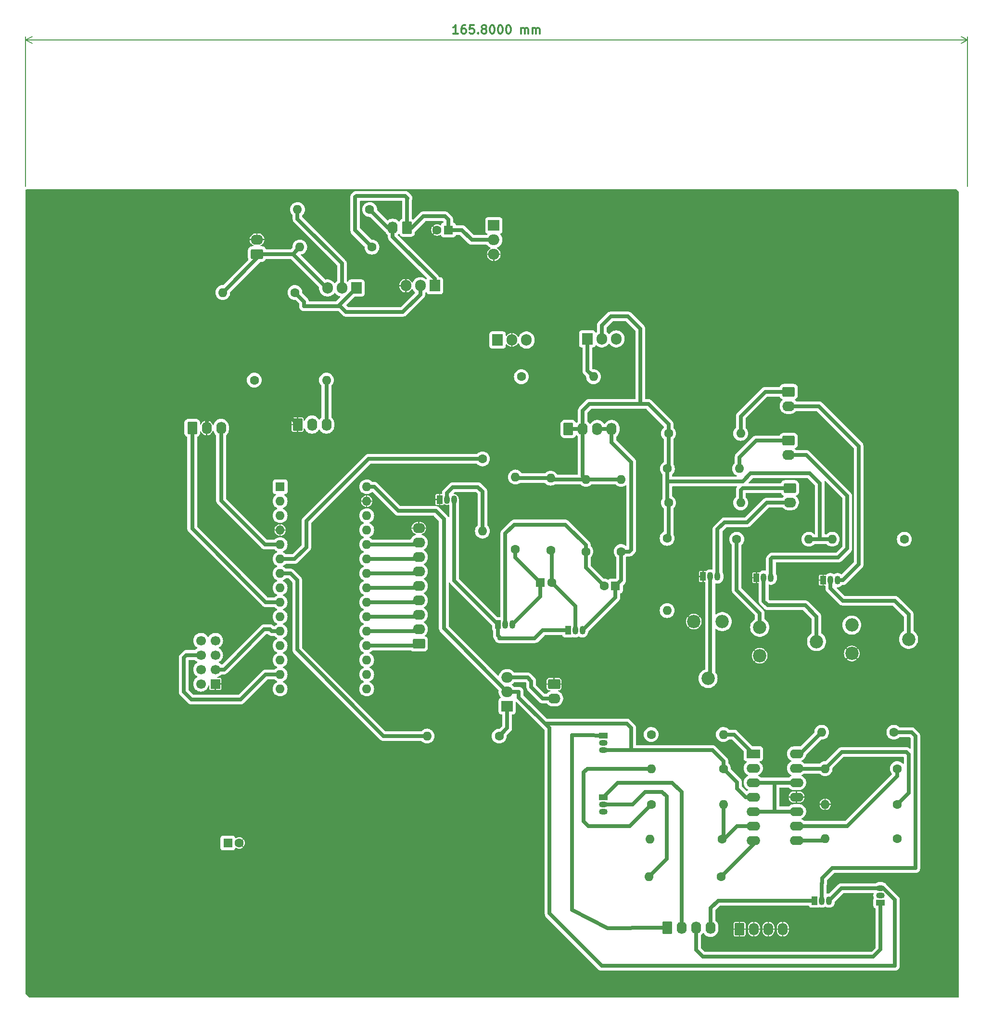
<source format=gbl>
G04 #@! TF.GenerationSoftware,KiCad,Pcbnew,8.0.3*
G04 #@! TF.CreationDate,2024-07-07T22:19:34-04:00*
G04 #@! TF.ProjectId,Aplicaciones Car RC,41706c69-6361-4636-996f-6e6573204361,rev?*
G04 #@! TF.SameCoordinates,Original*
G04 #@! TF.FileFunction,Copper,L2,Bot*
G04 #@! TF.FilePolarity,Positive*
%FSLAX46Y46*%
G04 Gerber Fmt 4.6, Leading zero omitted, Abs format (unit mm)*
G04 Created by KiCad (PCBNEW 8.0.3) date 2024-07-07 22:19:34*
%MOMM*%
%LPD*%
G01*
G04 APERTURE LIST*
G04 Aperture macros list*
%AMRoundRect*
0 Rectangle with rounded corners*
0 $1 Rounding radius*
0 $2 $3 $4 $5 $6 $7 $8 $9 X,Y pos of 4 corners*
0 Add a 4 corners polygon primitive as box body*
4,1,4,$2,$3,$4,$5,$6,$7,$8,$9,$2,$3,0*
0 Add four circle primitives for the rounded corners*
1,1,$1+$1,$2,$3*
1,1,$1+$1,$4,$5*
1,1,$1+$1,$6,$7*
1,1,$1+$1,$8,$9*
0 Add four rect primitives between the rounded corners*
20,1,$1+$1,$2,$3,$4,$5,0*
20,1,$1+$1,$4,$5,$6,$7,0*
20,1,$1+$1,$6,$7,$8,$9,0*
20,1,$1+$1,$8,$9,$2,$3,0*%
G04 Aperture macros list end*
%ADD10C,0.300000*%
G04 #@! TA.AperFunction,NonConductor*
%ADD11C,0.300000*%
G04 #@! TD*
G04 #@! TA.AperFunction,NonConductor*
%ADD12C,0.200000*%
G04 #@! TD*
G04 #@! TA.AperFunction,ComponentPad*
%ADD13R,1.050000X1.500000*%
G04 #@! TD*
G04 #@! TA.AperFunction,ComponentPad*
%ADD14O,1.050000X1.500000*%
G04 #@! TD*
G04 #@! TA.AperFunction,ComponentPad*
%ADD15RoundRect,0.250000X-0.620000X-0.845000X0.620000X-0.845000X0.620000X0.845000X-0.620000X0.845000X0*%
G04 #@! TD*
G04 #@! TA.AperFunction,ComponentPad*
%ADD16O,1.740000X2.190000*%
G04 #@! TD*
G04 #@! TA.AperFunction,ComponentPad*
%ADD17C,2.340000*%
G04 #@! TD*
G04 #@! TA.AperFunction,ComponentPad*
%ADD18C,1.600000*%
G04 #@! TD*
G04 #@! TA.AperFunction,ComponentPad*
%ADD19O,1.600000X1.600000*%
G04 #@! TD*
G04 #@! TA.AperFunction,ComponentPad*
%ADD20R,1.600000X1.600000*%
G04 #@! TD*
G04 #@! TA.AperFunction,ComponentPad*
%ADD21R,1.905000X2.000000*%
G04 #@! TD*
G04 #@! TA.AperFunction,ComponentPad*
%ADD22O,1.905000X2.000000*%
G04 #@! TD*
G04 #@! TA.AperFunction,ComponentPad*
%ADD23RoundRect,0.250000X0.620000X0.845000X-0.620000X0.845000X-0.620000X-0.845000X0.620000X-0.845000X0*%
G04 #@! TD*
G04 #@! TA.AperFunction,ComponentPad*
%ADD24RoundRect,0.250000X-0.845000X0.620000X-0.845000X-0.620000X0.845000X-0.620000X0.845000X0.620000X0*%
G04 #@! TD*
G04 #@! TA.AperFunction,ComponentPad*
%ADD25O,2.190000X1.740000*%
G04 #@! TD*
G04 #@! TA.AperFunction,ComponentPad*
%ADD26RoundRect,0.250000X0.845000X-0.620000X0.845000X0.620000X-0.845000X0.620000X-0.845000X-0.620000X0*%
G04 #@! TD*
G04 #@! TA.AperFunction,ComponentPad*
%ADD27R,2.000000X1.905000*%
G04 #@! TD*
G04 #@! TA.AperFunction,ComponentPad*
%ADD28O,2.000000X1.905000*%
G04 #@! TD*
G04 #@! TA.AperFunction,ComponentPad*
%ADD29R,1.700000X1.700000*%
G04 #@! TD*
G04 #@! TA.AperFunction,ComponentPad*
%ADD30C,1.700000*%
G04 #@! TD*
G04 #@! TA.AperFunction,ComponentPad*
%ADD31R,2.400000X1.600000*%
G04 #@! TD*
G04 #@! TA.AperFunction,ComponentPad*
%ADD32O,2.400000X1.600000*%
G04 #@! TD*
G04 #@! TA.AperFunction,ComponentPad*
%ADD33R,1.500000X1.050000*%
G04 #@! TD*
G04 #@! TA.AperFunction,ComponentPad*
%ADD34O,1.500000X1.050000*%
G04 #@! TD*
G04 #@! TA.AperFunction,Conductor*
%ADD35C,0.700000*%
G04 #@! TD*
G04 APERTURE END LIST*
D10*
D11*
X98514287Y7521671D02*
X97657144Y7521671D01*
X98085715Y7521671D02*
X98085715Y9021671D01*
X98085715Y9021671D02*
X97942858Y8807385D01*
X97942858Y8807385D02*
X97800001Y8664528D01*
X97800001Y8664528D02*
X97657144Y8593100D01*
X99800001Y9021671D02*
X99514286Y9021671D01*
X99514286Y9021671D02*
X99371429Y8950242D01*
X99371429Y8950242D02*
X99300001Y8878814D01*
X99300001Y8878814D02*
X99157143Y8664528D01*
X99157143Y8664528D02*
X99085715Y8378814D01*
X99085715Y8378814D02*
X99085715Y7807385D01*
X99085715Y7807385D02*
X99157143Y7664528D01*
X99157143Y7664528D02*
X99228572Y7593100D01*
X99228572Y7593100D02*
X99371429Y7521671D01*
X99371429Y7521671D02*
X99657143Y7521671D01*
X99657143Y7521671D02*
X99800001Y7593100D01*
X99800001Y7593100D02*
X99871429Y7664528D01*
X99871429Y7664528D02*
X99942858Y7807385D01*
X99942858Y7807385D02*
X99942858Y8164528D01*
X99942858Y8164528D02*
X99871429Y8307385D01*
X99871429Y8307385D02*
X99800001Y8378814D01*
X99800001Y8378814D02*
X99657143Y8450242D01*
X99657143Y8450242D02*
X99371429Y8450242D01*
X99371429Y8450242D02*
X99228572Y8378814D01*
X99228572Y8378814D02*
X99157143Y8307385D01*
X99157143Y8307385D02*
X99085715Y8164528D01*
X101300000Y9021671D02*
X100585714Y9021671D01*
X100585714Y9021671D02*
X100514286Y8307385D01*
X100514286Y8307385D02*
X100585714Y8378814D01*
X100585714Y8378814D02*
X100728572Y8450242D01*
X100728572Y8450242D02*
X101085714Y8450242D01*
X101085714Y8450242D02*
X101228572Y8378814D01*
X101228572Y8378814D02*
X101300000Y8307385D01*
X101300000Y8307385D02*
X101371429Y8164528D01*
X101371429Y8164528D02*
X101371429Y7807385D01*
X101371429Y7807385D02*
X101300000Y7664528D01*
X101300000Y7664528D02*
X101228572Y7593100D01*
X101228572Y7593100D02*
X101085714Y7521671D01*
X101085714Y7521671D02*
X100728572Y7521671D01*
X100728572Y7521671D02*
X100585714Y7593100D01*
X100585714Y7593100D02*
X100514286Y7664528D01*
X102014285Y7664528D02*
X102085714Y7593100D01*
X102085714Y7593100D02*
X102014285Y7521671D01*
X102014285Y7521671D02*
X101942857Y7593100D01*
X101942857Y7593100D02*
X102014285Y7664528D01*
X102014285Y7664528D02*
X102014285Y7521671D01*
X102942857Y8378814D02*
X102800000Y8450242D01*
X102800000Y8450242D02*
X102728571Y8521671D01*
X102728571Y8521671D02*
X102657143Y8664528D01*
X102657143Y8664528D02*
X102657143Y8735957D01*
X102657143Y8735957D02*
X102728571Y8878814D01*
X102728571Y8878814D02*
X102800000Y8950242D01*
X102800000Y8950242D02*
X102942857Y9021671D01*
X102942857Y9021671D02*
X103228571Y9021671D01*
X103228571Y9021671D02*
X103371429Y8950242D01*
X103371429Y8950242D02*
X103442857Y8878814D01*
X103442857Y8878814D02*
X103514286Y8735957D01*
X103514286Y8735957D02*
X103514286Y8664528D01*
X103514286Y8664528D02*
X103442857Y8521671D01*
X103442857Y8521671D02*
X103371429Y8450242D01*
X103371429Y8450242D02*
X103228571Y8378814D01*
X103228571Y8378814D02*
X102942857Y8378814D01*
X102942857Y8378814D02*
X102800000Y8307385D01*
X102800000Y8307385D02*
X102728571Y8235957D01*
X102728571Y8235957D02*
X102657143Y8093100D01*
X102657143Y8093100D02*
X102657143Y7807385D01*
X102657143Y7807385D02*
X102728571Y7664528D01*
X102728571Y7664528D02*
X102800000Y7593100D01*
X102800000Y7593100D02*
X102942857Y7521671D01*
X102942857Y7521671D02*
X103228571Y7521671D01*
X103228571Y7521671D02*
X103371429Y7593100D01*
X103371429Y7593100D02*
X103442857Y7664528D01*
X103442857Y7664528D02*
X103514286Y7807385D01*
X103514286Y7807385D02*
X103514286Y8093100D01*
X103514286Y8093100D02*
X103442857Y8235957D01*
X103442857Y8235957D02*
X103371429Y8307385D01*
X103371429Y8307385D02*
X103228571Y8378814D01*
X104442857Y9021671D02*
X104585714Y9021671D01*
X104585714Y9021671D02*
X104728571Y8950242D01*
X104728571Y8950242D02*
X104800000Y8878814D01*
X104800000Y8878814D02*
X104871428Y8735957D01*
X104871428Y8735957D02*
X104942857Y8450242D01*
X104942857Y8450242D02*
X104942857Y8093100D01*
X104942857Y8093100D02*
X104871428Y7807385D01*
X104871428Y7807385D02*
X104800000Y7664528D01*
X104800000Y7664528D02*
X104728571Y7593100D01*
X104728571Y7593100D02*
X104585714Y7521671D01*
X104585714Y7521671D02*
X104442857Y7521671D01*
X104442857Y7521671D02*
X104300000Y7593100D01*
X104300000Y7593100D02*
X104228571Y7664528D01*
X104228571Y7664528D02*
X104157142Y7807385D01*
X104157142Y7807385D02*
X104085714Y8093100D01*
X104085714Y8093100D02*
X104085714Y8450242D01*
X104085714Y8450242D02*
X104157142Y8735957D01*
X104157142Y8735957D02*
X104228571Y8878814D01*
X104228571Y8878814D02*
X104300000Y8950242D01*
X104300000Y8950242D02*
X104442857Y9021671D01*
X105871428Y9021671D02*
X106014285Y9021671D01*
X106014285Y9021671D02*
X106157142Y8950242D01*
X106157142Y8950242D02*
X106228571Y8878814D01*
X106228571Y8878814D02*
X106299999Y8735957D01*
X106299999Y8735957D02*
X106371428Y8450242D01*
X106371428Y8450242D02*
X106371428Y8093100D01*
X106371428Y8093100D02*
X106299999Y7807385D01*
X106299999Y7807385D02*
X106228571Y7664528D01*
X106228571Y7664528D02*
X106157142Y7593100D01*
X106157142Y7593100D02*
X106014285Y7521671D01*
X106014285Y7521671D02*
X105871428Y7521671D01*
X105871428Y7521671D02*
X105728571Y7593100D01*
X105728571Y7593100D02*
X105657142Y7664528D01*
X105657142Y7664528D02*
X105585713Y7807385D01*
X105585713Y7807385D02*
X105514285Y8093100D01*
X105514285Y8093100D02*
X105514285Y8450242D01*
X105514285Y8450242D02*
X105585713Y8735957D01*
X105585713Y8735957D02*
X105657142Y8878814D01*
X105657142Y8878814D02*
X105728571Y8950242D01*
X105728571Y8950242D02*
X105871428Y9021671D01*
X107299999Y9021671D02*
X107442856Y9021671D01*
X107442856Y9021671D02*
X107585713Y8950242D01*
X107585713Y8950242D02*
X107657142Y8878814D01*
X107657142Y8878814D02*
X107728570Y8735957D01*
X107728570Y8735957D02*
X107799999Y8450242D01*
X107799999Y8450242D02*
X107799999Y8093100D01*
X107799999Y8093100D02*
X107728570Y7807385D01*
X107728570Y7807385D02*
X107657142Y7664528D01*
X107657142Y7664528D02*
X107585713Y7593100D01*
X107585713Y7593100D02*
X107442856Y7521671D01*
X107442856Y7521671D02*
X107299999Y7521671D01*
X107299999Y7521671D02*
X107157142Y7593100D01*
X107157142Y7593100D02*
X107085713Y7664528D01*
X107085713Y7664528D02*
X107014284Y7807385D01*
X107014284Y7807385D02*
X106942856Y8093100D01*
X106942856Y8093100D02*
X106942856Y8450242D01*
X106942856Y8450242D02*
X107014284Y8735957D01*
X107014284Y8735957D02*
X107085713Y8878814D01*
X107085713Y8878814D02*
X107157142Y8950242D01*
X107157142Y8950242D02*
X107299999Y9021671D01*
X109585712Y7521671D02*
X109585712Y8521671D01*
X109585712Y8378814D02*
X109657141Y8450242D01*
X109657141Y8450242D02*
X109799998Y8521671D01*
X109799998Y8521671D02*
X110014284Y8521671D01*
X110014284Y8521671D02*
X110157141Y8450242D01*
X110157141Y8450242D02*
X110228570Y8307385D01*
X110228570Y8307385D02*
X110228570Y7521671D01*
X110228570Y8307385D02*
X110299998Y8450242D01*
X110299998Y8450242D02*
X110442855Y8521671D01*
X110442855Y8521671D02*
X110657141Y8521671D01*
X110657141Y8521671D02*
X110799998Y8450242D01*
X110799998Y8450242D02*
X110871427Y8307385D01*
X110871427Y8307385D02*
X110871427Y7521671D01*
X111585712Y7521671D02*
X111585712Y8521671D01*
X111585712Y8378814D02*
X111657141Y8450242D01*
X111657141Y8450242D02*
X111799998Y8521671D01*
X111799998Y8521671D02*
X112014284Y8521671D01*
X112014284Y8521671D02*
X112157141Y8450242D01*
X112157141Y8450242D02*
X112228570Y8307385D01*
X112228570Y8307385D02*
X112228570Y7521671D01*
X112228570Y8307385D02*
X112299998Y8450242D01*
X112299998Y8450242D02*
X112442855Y8521671D01*
X112442855Y8521671D02*
X112657141Y8521671D01*
X112657141Y8521671D02*
X112799998Y8450242D01*
X112799998Y8450242D02*
X112871427Y8307385D01*
X112871427Y8307385D02*
X112871427Y7521671D01*
D12*
X22400000Y-19300000D02*
X22400000Y6986420D01*
X188200000Y-19300000D02*
X188200000Y6986420D01*
X22400000Y6400000D02*
X188200000Y6400000D01*
X22400000Y6400000D02*
X188200000Y6400000D01*
X22400000Y6400000D02*
X23526504Y6986421D01*
X22400000Y6400000D02*
X23526504Y5813579D01*
X188200000Y6400000D02*
X187073496Y5813579D01*
X188200000Y6400000D02*
X187073496Y6986421D01*
D13*
X151030000Y-88135000D03*
D14*
X152300000Y-88135000D03*
X153570000Y-88135000D03*
D15*
X51720000Y-61800000D03*
D16*
X54260000Y-61800000D03*
X56800000Y-61800000D03*
D13*
X117860000Y-97400000D03*
D14*
X119130000Y-97400000D03*
X120400000Y-97400000D03*
D17*
X167800000Y-101475000D03*
X177800000Y-98975000D03*
X167800000Y-96475000D03*
D15*
X70260000Y-61220000D03*
D16*
X72800000Y-61220000D03*
X75340000Y-61220000D03*
D18*
X177050000Y-81375000D03*
D19*
X164350000Y-81375000D03*
D18*
X135550000Y-62775000D03*
D19*
X148250000Y-62775000D03*
D18*
X135300000Y-81225000D03*
D19*
X135300000Y-93925000D03*
D18*
X175820000Y-128000000D03*
D19*
X163120000Y-128000000D03*
D18*
X144800000Y-140725000D03*
D19*
X132100000Y-140725000D03*
D20*
X58000000Y-134800000D03*
D18*
X60000000Y-134800000D03*
X127200000Y-83550000D03*
D19*
X127200000Y-70850000D03*
D21*
X94400000Y-36800000D03*
D22*
X91860000Y-36800000D03*
X89320000Y-36800000D03*
D23*
X89540000Y-26600000D03*
D16*
X87000000Y-26600000D03*
D20*
X126200000Y-89600000D03*
D18*
X124200000Y-89600000D03*
X175200000Y-115325000D03*
D19*
X162500000Y-115325000D03*
D18*
X109650000Y-52800000D03*
D19*
X122350000Y-52800000D03*
D24*
X156700000Y-55435000D03*
D25*
X156700000Y-57975000D03*
D18*
X145200000Y-121725000D03*
D19*
X132500000Y-121725000D03*
D18*
X82950000Y-23400000D03*
D19*
X70250000Y-23400000D03*
D21*
X121260000Y-46145000D03*
D22*
X123800000Y-46145000D03*
X126340000Y-46145000D03*
D18*
X175800000Y-121725000D03*
D19*
X163100000Y-121725000D03*
D26*
X63130000Y-31220000D03*
D25*
X63130000Y-28680000D03*
D27*
X104800000Y-26200000D03*
D28*
X104800000Y-28740000D03*
X104800000Y-31280000D03*
D24*
X156700000Y-64035000D03*
D25*
X156700000Y-66575000D03*
D29*
X55789500Y-106825000D03*
D30*
X53249500Y-106825000D03*
X55789500Y-104285000D03*
X53249500Y-104285000D03*
X55789500Y-101745000D03*
X53249500Y-101745000D03*
X55789500Y-99205000D03*
X53249500Y-99205000D03*
D18*
X147550000Y-81375000D03*
D19*
X160250000Y-81375000D03*
D18*
X135550000Y-74975000D03*
D19*
X148250000Y-74975000D03*
D18*
X132500000Y-128000000D03*
D19*
X145200000Y-128000000D03*
D31*
X150450000Y-119100000D03*
D32*
X150450000Y-121640000D03*
X150450000Y-124180000D03*
X150450000Y-126720000D03*
X150450000Y-129260000D03*
X150450000Y-131800000D03*
X150450000Y-134340000D03*
X158070000Y-134340000D03*
X158070000Y-131800000D03*
X158070000Y-129260000D03*
X158070000Y-126720000D03*
X158070000Y-124180000D03*
X158070000Y-121640000D03*
X158070000Y-119100000D03*
D24*
X115400000Y-106860000D03*
D25*
X115400000Y-109400000D03*
D13*
X105530000Y-96360000D03*
D14*
X106800000Y-96360000D03*
X108070000Y-96360000D03*
D18*
X102800000Y-67250000D03*
D19*
X102800000Y-79950000D03*
D18*
X62650000Y-53400000D03*
D19*
X75350000Y-53400000D03*
D18*
X105750000Y-116000000D03*
D19*
X93050000Y-116000000D03*
D33*
X124050000Y-115925000D03*
D34*
X124050000Y-117195000D03*
X124050000Y-118465000D03*
D20*
X113000000Y-89000000D03*
D18*
X115000000Y-89000000D03*
D13*
X95260000Y-74400000D03*
D14*
X96530000Y-74400000D03*
X97800000Y-74400000D03*
D15*
X117920000Y-62000000D03*
D16*
X120460000Y-62000000D03*
X123000000Y-62000000D03*
X125540000Y-62000000D03*
D18*
X145000000Y-134125000D03*
D19*
X132300000Y-134125000D03*
D21*
X80600000Y-37200000D03*
D22*
X78060000Y-37200000D03*
X75520000Y-37200000D03*
D20*
X67190000Y-72150000D03*
D19*
X67190000Y-74690000D03*
X67190000Y-77230000D03*
X67190000Y-79770000D03*
X67190000Y-82310000D03*
X67190000Y-84850000D03*
X67190000Y-87390000D03*
X67190000Y-89930000D03*
X67190000Y-92470000D03*
X67190000Y-95010000D03*
X67190000Y-97550000D03*
X67190000Y-100090000D03*
X67190000Y-102630000D03*
X67190000Y-105170000D03*
X67190000Y-107710000D03*
X82430000Y-107710000D03*
X82430000Y-105170000D03*
X82430000Y-102630000D03*
X82430000Y-100090000D03*
X82430000Y-97550000D03*
X82430000Y-95010000D03*
X82430000Y-92470000D03*
X82430000Y-89930000D03*
X82430000Y-87390000D03*
X82430000Y-84850000D03*
X82430000Y-82310000D03*
X82430000Y-79770000D03*
X82430000Y-77230000D03*
X82430000Y-74690000D03*
X82430000Y-72150000D03*
D18*
X69800000Y-38000000D03*
D19*
X57100000Y-38000000D03*
D33*
X172850000Y-145265000D03*
D34*
X172850000Y-143995000D03*
X172850000Y-142725000D03*
D15*
X148040000Y-149945000D03*
D16*
X150580000Y-149945000D03*
X153120000Y-149945000D03*
X155660000Y-149945000D03*
D18*
X121000000Y-83550000D03*
D19*
X121000000Y-70850000D03*
D18*
X108600000Y-83150000D03*
D19*
X108600000Y-70450000D03*
D27*
X107145000Y-110740000D03*
D28*
X107145000Y-108200000D03*
X107145000Y-105660000D03*
D21*
X105460000Y-46345000D03*
D22*
X108000000Y-46345000D03*
X110540000Y-46345000D03*
D13*
X162760000Y-88575000D03*
D14*
X164030000Y-88575000D03*
X165300000Y-88575000D03*
D33*
X124050000Y-126725000D03*
D34*
X124050000Y-127995000D03*
X124050000Y-129265000D03*
D18*
X175820000Y-134000000D03*
D19*
X163120000Y-134000000D03*
D18*
X114800000Y-83350000D03*
D19*
X114800000Y-70650000D03*
D24*
X156900000Y-72375000D03*
D25*
X156900000Y-74915000D03*
D17*
X140000000Y-95875000D03*
X142500000Y-105875000D03*
X145000000Y-95875000D03*
D26*
X91600000Y-99760000D03*
D25*
X91600000Y-97220000D03*
X91600000Y-94680000D03*
X91600000Y-92140000D03*
X91600000Y-89600000D03*
X91600000Y-87060000D03*
X91600000Y-84520000D03*
X91600000Y-81980000D03*
X91600000Y-79440000D03*
D18*
X83350000Y-30000000D03*
D19*
X70650000Y-30000000D03*
D13*
X161250000Y-144925000D03*
D14*
X162520000Y-144925000D03*
X163790000Y-144925000D03*
D20*
X96800000Y-27000000D03*
D18*
X94800000Y-27000000D03*
X132500000Y-115725000D03*
D19*
X145200000Y-115725000D03*
D13*
X141630000Y-87935000D03*
D14*
X142900000Y-87935000D03*
X144170000Y-87935000D03*
D15*
X135310000Y-149725000D03*
D16*
X137850000Y-149725000D03*
X140390000Y-149725000D03*
X142930000Y-149725000D03*
D17*
X151600000Y-101875000D03*
X161600000Y-99375000D03*
X151600000Y-96875000D03*
D18*
X135350000Y-68975000D03*
D19*
X148050000Y-68975000D03*
D35*
X148625000Y-72375000D02*
X156900000Y-72375000D01*
X148250000Y-74975000D02*
X148250000Y-72750000D01*
X148250000Y-72750000D02*
X148625000Y-72375000D01*
X152885000Y-74915000D02*
X149400000Y-78400000D01*
X145400000Y-78400000D02*
X144170000Y-79630000D01*
X144170000Y-79630000D02*
X144170000Y-87935000D01*
X149400000Y-78400000D02*
X145400000Y-78400000D01*
X156900000Y-74915000D02*
X152885000Y-74915000D01*
X148050000Y-66950000D02*
X150965000Y-64035000D01*
X150965000Y-64035000D02*
X156700000Y-64035000D01*
X148050000Y-68975000D02*
X148050000Y-66950000D01*
X156700000Y-66575000D02*
X159775000Y-66575000D01*
X167000000Y-73800000D02*
X167000000Y-83000000D01*
X167000000Y-83000000D02*
X165400000Y-84600000D01*
X153570000Y-84830000D02*
X153570000Y-88135000D01*
X165400000Y-84600000D02*
X153800000Y-84600000D01*
X159775000Y-66575000D02*
X167000000Y-73800000D01*
X153800000Y-84600000D02*
X153570000Y-84830000D01*
X156700000Y-57975000D02*
X161975000Y-57975000D01*
X169000000Y-85800000D02*
X166225000Y-88575000D01*
X166225000Y-88575000D02*
X165300000Y-88575000D01*
X161975000Y-57975000D02*
X169000000Y-65000000D01*
X169000000Y-65000000D02*
X169000000Y-85800000D01*
X152565000Y-55435000D02*
X156700000Y-55435000D01*
X148250000Y-59750000D02*
X152565000Y-55435000D01*
X148250000Y-62775000D02*
X148250000Y-59750000D01*
X50200000Y-108200000D02*
X51600000Y-109600000D01*
X64630000Y-105170000D02*
X67190000Y-105170000D01*
X51600000Y-109600000D02*
X60200000Y-109600000D01*
X50655000Y-101745000D02*
X50200000Y-102200000D01*
X50200000Y-102200000D02*
X50200000Y-108200000D01*
X53249500Y-101745000D02*
X50655000Y-101745000D01*
X60200000Y-109600000D02*
X64630000Y-105170000D01*
X67640000Y-58600000D02*
X70260000Y-61220000D01*
X54400000Y-58600000D02*
X67640000Y-58600000D01*
X54260000Y-61800000D02*
X54260000Y-58740000D01*
X54260000Y-58740000D02*
X54400000Y-58600000D01*
X55789500Y-104285000D02*
X57315000Y-104285000D01*
X65400000Y-97200000D02*
X65750000Y-97550000D01*
X65750000Y-97550000D02*
X67190000Y-97550000D01*
X57315000Y-104285000D02*
X64400000Y-97200000D01*
X64400000Y-97200000D02*
X65400000Y-97200000D01*
X63130000Y-31220000D02*
X69430000Y-31220000D01*
X63130000Y-31220000D02*
X63130000Y-31970000D01*
X63130000Y-31970000D02*
X57100000Y-38000000D01*
X75520000Y-37200000D02*
X75410000Y-37200000D01*
X75410000Y-37200000D02*
X69430000Y-31220000D01*
X69430000Y-31220000D02*
X70650000Y-30000000D01*
X87000000Y-26600000D02*
X86150000Y-26600000D01*
X94400000Y-35600000D02*
X94400000Y-36800000D01*
X87000000Y-26600000D02*
X87000000Y-28200000D01*
X86150000Y-26600000D02*
X82950000Y-23400000D01*
X87000000Y-28200000D02*
X94400000Y-35600000D01*
X89200000Y-21000000D02*
X89600000Y-21400000D01*
X80600000Y-21000000D02*
X89200000Y-21000000D01*
X80400000Y-21200000D02*
X80600000Y-21000000D01*
X92400000Y-24600000D02*
X96200000Y-24600000D01*
X99200000Y-27000000D02*
X100940000Y-28740000D01*
X90400000Y-26600000D02*
X92400000Y-24600000D01*
X83350000Y-30000000D02*
X80400000Y-27050000D01*
X96800000Y-25200000D02*
X96800000Y-27000000D01*
X100940000Y-28740000D02*
X104800000Y-28740000D01*
X96800000Y-27000000D02*
X99200000Y-27000000D01*
X89600000Y-21400000D02*
X89540000Y-21460000D01*
X89540000Y-26600000D02*
X90400000Y-26600000D01*
X89540000Y-21460000D02*
X89540000Y-26600000D01*
X80400000Y-27050000D02*
X80400000Y-21200000D01*
X96200000Y-24600000D02*
X96800000Y-25200000D01*
X82430000Y-84850000D02*
X91270000Y-84850000D01*
X91270000Y-84850000D02*
X91600000Y-84520000D01*
X91270000Y-95010000D02*
X91600000Y-94680000D01*
X82430000Y-95010000D02*
X91270000Y-95010000D01*
X82430000Y-92470000D02*
X91270000Y-92470000D01*
X91270000Y-92470000D02*
X91600000Y-92140000D01*
X154200000Y-124180000D02*
X154200000Y-129060000D01*
X154200000Y-124180000D02*
X150450000Y-124180000D01*
X154000000Y-129260000D02*
X158070000Y-129260000D01*
X154200000Y-129060000D02*
X154000000Y-129260000D01*
X150450000Y-129260000D02*
X154000000Y-129260000D01*
X158070000Y-124180000D02*
X154200000Y-124180000D01*
X82430000Y-89930000D02*
X91270000Y-89930000D01*
X91270000Y-89930000D02*
X91600000Y-89600000D01*
X91270000Y-87390000D02*
X91600000Y-87060000D01*
X82430000Y-87390000D02*
X91270000Y-87390000D01*
X91270000Y-97550000D02*
X91600000Y-97220000D01*
X82430000Y-97550000D02*
X91270000Y-97550000D01*
X91270000Y-82310000D02*
X91600000Y-81980000D01*
X82430000Y-82310000D02*
X91270000Y-82310000D01*
X71800000Y-78200000D02*
X71800000Y-82800000D01*
X71800000Y-82800000D02*
X69750000Y-84850000D01*
X82750000Y-67250000D02*
X71800000Y-78200000D01*
X102800000Y-67250000D02*
X82750000Y-67250000D01*
X69750000Y-84850000D02*
X67190000Y-84850000D01*
X70200000Y-88600000D02*
X68990000Y-87390000D01*
X93050000Y-116000000D02*
X85400000Y-116000000D01*
X85400000Y-116000000D02*
X70200000Y-100800000D01*
X70200000Y-100800000D02*
X70200000Y-88600000D01*
X68990000Y-87390000D02*
X67190000Y-87390000D01*
X82430000Y-100090000D02*
X91270000Y-100090000D01*
X91270000Y-100090000D02*
X91600000Y-99760000D01*
X64670000Y-92470000D02*
X67190000Y-92470000D01*
X51720000Y-79520000D02*
X64670000Y-92470000D01*
X51720000Y-61800000D02*
X51720000Y-79520000D01*
X119130000Y-93130000D02*
X115000000Y-89000000D01*
X119130000Y-97400000D02*
X119130000Y-93130000D01*
X115000000Y-89000000D02*
X115000000Y-83550000D01*
X115000000Y-83550000D02*
X114800000Y-83350000D01*
X113000000Y-89000000D02*
X113000000Y-91430000D01*
X108600000Y-84600000D02*
X113000000Y-89000000D01*
X113000000Y-91430000D02*
X108070000Y-96360000D01*
X108600000Y-83150000D02*
X108600000Y-84600000D01*
X108400000Y-78800000D02*
X117400000Y-78800000D01*
X106800000Y-80400000D02*
X108400000Y-78800000D01*
X117400000Y-78800000D02*
X121000000Y-82400000D01*
X106800000Y-96360000D02*
X106800000Y-80400000D01*
X121000000Y-86400000D02*
X124200000Y-89600000D01*
X121000000Y-83550000D02*
X121000000Y-86400000D01*
X121000000Y-82400000D02*
X121000000Y-83550000D01*
X125540000Y-64340000D02*
X129000000Y-67800000D01*
X125540000Y-62000000D02*
X123000000Y-62000000D01*
X129000000Y-83200000D02*
X128650000Y-83550000D01*
X126200000Y-91600000D02*
X120400000Y-97400000D01*
X126200000Y-89600000D02*
X126200000Y-91600000D01*
X127200000Y-83550000D02*
X127200000Y-88600000D01*
X129000000Y-67800000D02*
X129000000Y-83200000D01*
X127200000Y-88600000D02*
X126200000Y-89600000D01*
X125540000Y-62000000D02*
X125540000Y-64340000D01*
X128650000Y-83550000D02*
X127200000Y-83550000D01*
X56800000Y-74600000D02*
X64510000Y-82310000D01*
X64510000Y-82310000D02*
X67190000Y-82310000D01*
X56800000Y-61800000D02*
X56800000Y-74600000D01*
X75340000Y-53410000D02*
X75350000Y-53400000D01*
X75340000Y-61220000D02*
X75340000Y-53410000D01*
X141600000Y-154800000D02*
X171600000Y-154800000D01*
X172850000Y-153550000D02*
X172850000Y-145265000D01*
X171600000Y-154800000D02*
X172850000Y-153550000D01*
X140390000Y-149725000D02*
X140390000Y-153590000D01*
X140390000Y-153590000D02*
X141600000Y-154800000D01*
X137850000Y-149725000D02*
X137850000Y-125850000D01*
X137850000Y-125850000D02*
X136200000Y-124200000D01*
X126575000Y-124200000D02*
X124050000Y-126725000D01*
X136200000Y-124200000D02*
X126575000Y-124200000D01*
X129675000Y-149725000D02*
X128400000Y-149800000D01*
X135310000Y-149725000D02*
X129675000Y-149725000D01*
X124800000Y-149800000D02*
X118600000Y-146600000D01*
X121000000Y-115800000D02*
X124050000Y-115925000D01*
X118600000Y-115800000D02*
X121000000Y-115800000D01*
X118600000Y-146600000D02*
X118600000Y-115800000D01*
X128400000Y-149800000D02*
X124800000Y-149800000D01*
X142930000Y-146270000D02*
X144275000Y-144925000D01*
X144275000Y-144925000D02*
X161250000Y-144925000D01*
X142930000Y-149725000D02*
X142930000Y-146270000D01*
X135550000Y-74975000D02*
X135550000Y-80975000D01*
X130600000Y-44400000D02*
X130600000Y-57600000D01*
X128400000Y-42200000D02*
X130600000Y-44400000D01*
X120460000Y-58740000D02*
X120460000Y-62000000D01*
X130600000Y-57600000D02*
X121600000Y-57600000D01*
X135550000Y-68775000D02*
X135350000Y-68975000D01*
X162200000Y-71600000D02*
X160400000Y-69800000D01*
X135550000Y-80975000D02*
X135300000Y-81225000D01*
X120460000Y-62000000D02*
X120460000Y-70310000D01*
X70250000Y-23400000D02*
X70250000Y-25050000D01*
X123800000Y-43800000D02*
X125400000Y-42200000D01*
X132000000Y-57600000D02*
X130600000Y-57600000D01*
X78060000Y-32860000D02*
X78060000Y-37200000D01*
X125400000Y-42200000D02*
X128400000Y-42200000D01*
X121000000Y-70850000D02*
X127200000Y-70850000D01*
X135350000Y-68975000D02*
X135350000Y-71200000D01*
X135350000Y-71200000D02*
X135350000Y-74775000D01*
X162200000Y-81375000D02*
X162200000Y-71600000D01*
X123800000Y-46145000D02*
X123800000Y-43800000D01*
X115000000Y-70850000D02*
X114800000Y-70650000D01*
X150000000Y-69800000D02*
X148600000Y-71200000D01*
X162200000Y-81375000D02*
X160250000Y-81375000D01*
X135350000Y-74775000D02*
X135550000Y-74975000D01*
X121600000Y-57600000D02*
X120460000Y-58740000D01*
X120460000Y-70310000D02*
X121000000Y-70850000D01*
X108800000Y-70650000D02*
X108600000Y-70450000D01*
X121000000Y-70850000D02*
X115000000Y-70850000D01*
X135550000Y-61150000D02*
X132000000Y-57600000D01*
X148600000Y-71200000D02*
X135350000Y-71200000D01*
X164350000Y-81375000D02*
X162200000Y-81375000D01*
X160400000Y-69800000D02*
X150000000Y-69800000D01*
X135550000Y-62775000D02*
X135550000Y-68775000D01*
X117920000Y-62000000D02*
X120460000Y-62000000D01*
X135550000Y-62775000D02*
X135550000Y-61150000D01*
X70250000Y-25050000D02*
X78060000Y-32860000D01*
X114800000Y-70650000D02*
X108800000Y-70650000D01*
X121260000Y-46145000D02*
X121260000Y-51710000D01*
X121260000Y-51710000D02*
X122350000Y-52800000D01*
X113400000Y-109400000D02*
X111400000Y-107400000D01*
X115400000Y-109400000D02*
X113400000Y-109400000D01*
X111400000Y-106320000D02*
X110740000Y-105660000D01*
X110740000Y-105660000D02*
X107145000Y-105660000D01*
X111400000Y-107400000D02*
X111400000Y-106320000D01*
X107145000Y-110740000D02*
X107145000Y-114605000D01*
X107145000Y-114605000D02*
X105750000Y-116000000D01*
X131400000Y-125800000D02*
X129205000Y-127995000D01*
X134400000Y-125800000D02*
X131400000Y-125800000D01*
X129205000Y-127995000D02*
X124050000Y-127995000D01*
X135200000Y-126600000D02*
X134400000Y-125800000D01*
X135200000Y-137625000D02*
X135200000Y-126600000D01*
X132100000Y-140725000D02*
X135200000Y-137625000D01*
X178325000Y-115325000D02*
X179000000Y-116000000D01*
X162520000Y-141880000D02*
X162520000Y-144925000D01*
X179000000Y-116000000D02*
X179000000Y-139200000D01*
X162600000Y-141000000D02*
X162600000Y-141800000D01*
X179000000Y-139200000D02*
X164400000Y-139200000D01*
X164400000Y-139200000D02*
X162600000Y-141000000D01*
X162600000Y-141800000D02*
X162520000Y-141880000D01*
X175200000Y-115325000D02*
X178325000Y-115325000D01*
X105800000Y-98800000D02*
X105800000Y-98600000D01*
X97800000Y-74400000D02*
X97800000Y-88630000D01*
X113400000Y-97400000D02*
X112000000Y-98800000D01*
X105530000Y-98330000D02*
X105530000Y-96360000D01*
X97800000Y-88630000D02*
X105530000Y-96360000D01*
X105800000Y-98600000D02*
X105530000Y-98330000D01*
X117860000Y-97400000D02*
X113400000Y-97400000D01*
X112000000Y-98800000D02*
X105800000Y-98800000D01*
X142900000Y-105475000D02*
X142500000Y-105875000D01*
X142900000Y-87935000D02*
X142900000Y-105475000D01*
X161600000Y-95000000D02*
X161600000Y-99375000D01*
X159600000Y-93000000D02*
X161600000Y-95000000D01*
X153000000Y-93000000D02*
X159600000Y-93000000D01*
X152300000Y-92300000D02*
X153000000Y-93000000D01*
X152300000Y-88135000D02*
X152300000Y-92300000D01*
X177800000Y-94600000D02*
X177800000Y-98975000D01*
X164030000Y-88575000D02*
X164030000Y-90030000D01*
X166200000Y-92200000D02*
X175400000Y-92200000D01*
X164030000Y-90030000D02*
X166200000Y-92200000D01*
X175400000Y-92200000D02*
X177800000Y-94600000D01*
X69800000Y-38000000D02*
X71400000Y-39600000D01*
X91860000Y-38340000D02*
X88800000Y-41400000D01*
X77400000Y-40400000D02*
X77600000Y-40200000D01*
X88800000Y-41400000D02*
X78800000Y-41400000D01*
X78800000Y-41400000D02*
X77600000Y-40200000D01*
X77600000Y-40200000D02*
X80600000Y-37200000D01*
X71400000Y-40400000D02*
X77400000Y-40400000D01*
X91860000Y-36800000D02*
X91860000Y-38340000D01*
X71400000Y-39600000D02*
X71400000Y-40400000D01*
X120600000Y-122400000D02*
X120600000Y-131000000D01*
X121400000Y-131800000D02*
X128700000Y-131800000D01*
X132500000Y-121725000D02*
X121275000Y-121725000D01*
X120600000Y-131000000D02*
X121400000Y-131800000D01*
X121275000Y-121725000D02*
X120600000Y-122400000D01*
X128700000Y-131800000D02*
X132500000Y-128000000D01*
X145475000Y-133925000D02*
X147600000Y-131800000D01*
X147600000Y-131800000D02*
X150450000Y-131800000D01*
X145200000Y-128000000D02*
X145200000Y-133925000D01*
X145200000Y-133925000D02*
X145475000Y-133925000D01*
X145200000Y-133925000D02*
X145000000Y-134125000D01*
X158070000Y-131800000D02*
X167000000Y-131800000D01*
X175800000Y-123000000D02*
X175800000Y-121725000D01*
X167000000Y-131800000D02*
X175800000Y-123000000D01*
X177800000Y-119200000D02*
X177400000Y-118800000D01*
X163100000Y-121725000D02*
X158155000Y-121725000D01*
X177400000Y-118800000D02*
X166025000Y-118800000D01*
X166025000Y-118800000D02*
X163100000Y-121725000D01*
X175820000Y-128000000D02*
X177800000Y-126020000D01*
X177800000Y-126020000D02*
X177800000Y-119200000D01*
X158155000Y-121725000D02*
X158070000Y-121640000D01*
X162780000Y-134340000D02*
X163120000Y-134000000D01*
X158070000Y-134340000D02*
X162780000Y-134340000D01*
X150450000Y-135075000D02*
X150450000Y-134340000D01*
X144800000Y-140725000D02*
X150450000Y-135075000D01*
X145200000Y-115725000D02*
X147075000Y-115725000D01*
X147075000Y-115725000D02*
X150450000Y-119100000D01*
X158070000Y-119100000D02*
X158725000Y-119100000D01*
X158725000Y-119100000D02*
X162500000Y-115325000D01*
X147550000Y-90350000D02*
X147550000Y-81375000D01*
X151600000Y-96875000D02*
X151600000Y-94400000D01*
X151600000Y-94400000D02*
X147550000Y-90350000D01*
X172850000Y-142725000D02*
X173325280Y-142725000D01*
X145200000Y-120400000D02*
X143265000Y-118465000D01*
X123800000Y-156400000D02*
X114600000Y-147200000D01*
X173325280Y-142725000D02*
X175400000Y-144799720D01*
X175400000Y-156400000D02*
X123800000Y-156400000D01*
X96000000Y-97055000D02*
X96000000Y-77800000D01*
X129000000Y-118465000D02*
X124050000Y-118465000D01*
X107145000Y-108200000D02*
X96000000Y-97055000D01*
X147600000Y-125200000D02*
X149120000Y-126720000D01*
X145200000Y-121725000D02*
X147600000Y-124125000D01*
X145200000Y-121725000D02*
X145200000Y-120400000D01*
X175400000Y-144799720D02*
X175400000Y-156400000D01*
X109200000Y-108200000D02*
X107145000Y-108200000D01*
X109200000Y-109200000D02*
X109200000Y-108200000D01*
X114600000Y-147200000D02*
X114600000Y-114600000D01*
X147600000Y-124125000D02*
X147600000Y-125200000D01*
X83750000Y-72150000D02*
X82430000Y-72150000D01*
X172850000Y-142725000D02*
X165990000Y-142725000D01*
X129000000Y-118465000D02*
X129000000Y-114600000D01*
X88000000Y-76400000D02*
X83750000Y-72150000D01*
X94600000Y-76400000D02*
X88000000Y-76400000D01*
X165990000Y-142725000D02*
X163790000Y-144925000D01*
X149120000Y-126720000D02*
X150450000Y-126720000D01*
X128200000Y-113800000D02*
X113800000Y-113800000D01*
X143265000Y-118465000D02*
X129000000Y-118465000D01*
X114600000Y-114600000D02*
X113800000Y-113800000D01*
X113800000Y-113800000D02*
X109200000Y-109200000D01*
X129000000Y-114600000D02*
X128200000Y-113800000D01*
X96000000Y-77800000D02*
X94600000Y-76400000D01*
X97600000Y-72200000D02*
X96530000Y-73270000D01*
X96530000Y-73270000D02*
X96530000Y-74400000D01*
X102800000Y-73000000D02*
X102000000Y-72200000D01*
X102800000Y-79950000D02*
X102800000Y-73000000D01*
X102000000Y-72200000D02*
X97600000Y-72200000D01*
G04 #@! TA.AperFunction,Conductor*
G36*
X171600412Y-143594407D02*
G01*
X171636376Y-143643907D01*
X171639319Y-143693814D01*
X171638909Y-143695870D01*
X171638909Y-143695873D01*
X171625404Y-143763769D01*
X171599500Y-143893994D01*
X171599500Y-144096005D01*
X171638908Y-144294125D01*
X171677773Y-144387952D01*
X171682574Y-144448949D01*
X171665564Y-144485165D01*
X171656202Y-144497670D01*
X171605910Y-144632511D01*
X171605908Y-144632522D01*
X171599500Y-144692129D01*
X171599500Y-145837866D01*
X171599500Y-145837869D01*
X171599501Y-145837872D01*
X171601044Y-145852229D01*
X171605908Y-145897480D01*
X171605909Y-145897485D01*
X171656202Y-146032329D01*
X171720932Y-146118797D01*
X171742454Y-146147546D01*
X171857669Y-146233796D01*
X171935097Y-146262674D01*
X171983010Y-146300723D01*
X171999500Y-146355432D01*
X171999500Y-153156703D01*
X171980593Y-153214894D01*
X171970504Y-153226707D01*
X171276707Y-153920504D01*
X171222190Y-153948281D01*
X171206703Y-153949500D01*
X141993296Y-153949500D01*
X141935105Y-153930593D01*
X141923292Y-153920504D01*
X141269496Y-153266707D01*
X141241719Y-153212190D01*
X141240500Y-153196703D01*
X141240500Y-151076550D01*
X141259407Y-151018359D01*
X141279871Y-150997895D01*
X141279863Y-150997886D01*
X141279985Y-150997780D01*
X141281309Y-150996458D01*
X141282815Y-150995363D01*
X141282821Y-150995359D01*
X141435359Y-150842821D01*
X141562157Y-150668299D01*
X141571789Y-150649393D01*
X141615053Y-150606128D01*
X141675485Y-150596556D01*
X141730002Y-150624332D01*
X141748209Y-150649391D01*
X141757843Y-150668299D01*
X141884641Y-150842821D01*
X142037179Y-150995359D01*
X142211701Y-151122157D01*
X142403911Y-151220092D01*
X142609074Y-151286754D01*
X142609075Y-151286754D01*
X142609078Y-151286755D01*
X142822136Y-151320500D01*
X142822139Y-151320500D01*
X143037864Y-151320500D01*
X143250921Y-151286755D01*
X143250922Y-151286754D01*
X143250926Y-151286754D01*
X143456089Y-151220092D01*
X143648299Y-151122157D01*
X143822821Y-150995359D01*
X143975359Y-150842821D01*
X144102157Y-150668299D01*
X144200092Y-150476089D01*
X144266754Y-150270926D01*
X144300500Y-150057861D01*
X144300500Y-149392139D01*
X144300500Y-149392135D01*
X144266755Y-149179078D01*
X144266754Y-149179074D01*
X144223446Y-149045788D01*
X146970000Y-149045788D01*
X146970000Y-149844999D01*
X146970001Y-149845000D01*
X147450806Y-149845000D01*
X147445000Y-149866667D01*
X147445000Y-150023333D01*
X147450806Y-150045000D01*
X146970002Y-150045000D01*
X146970001Y-150045001D01*
X146970001Y-150844203D01*
X146972850Y-150874600D01*
X146972850Y-150874602D01*
X147017654Y-151002647D01*
X147098207Y-151111790D01*
X147098209Y-151111792D01*
X147207352Y-151192345D01*
X147335398Y-151237149D01*
X147365789Y-151239999D01*
X147939998Y-151239999D01*
X147940000Y-151239998D01*
X147940000Y-150534194D01*
X147961667Y-150540000D01*
X148118333Y-150540000D01*
X148140000Y-150534194D01*
X148140000Y-151239998D01*
X148140001Y-151239999D01*
X148714203Y-151239999D01*
X148744600Y-151237149D01*
X148744602Y-151237149D01*
X148872647Y-151192345D01*
X148981790Y-151111792D01*
X148981792Y-151111790D01*
X149062345Y-151002647D01*
X149107149Y-150874601D01*
X149109999Y-150844211D01*
X149110000Y-150844210D01*
X149110000Y-150045001D01*
X149109999Y-150045000D01*
X148629194Y-150045000D01*
X148635000Y-150023333D01*
X148635000Y-149866667D01*
X148629194Y-149845000D01*
X149109998Y-149845000D01*
X149109999Y-149844999D01*
X149109999Y-149614611D01*
X149510000Y-149614611D01*
X149510000Y-149844999D01*
X149510001Y-149845000D01*
X149990806Y-149845000D01*
X149985000Y-149866667D01*
X149985000Y-150023333D01*
X149990806Y-150045000D01*
X149510001Y-150045000D01*
X149510000Y-150045001D01*
X149510000Y-150275388D01*
X149551120Y-150482106D01*
X149551120Y-150482108D01*
X149631778Y-150676833D01*
X149748876Y-150852083D01*
X149897916Y-151001123D01*
X150073166Y-151118221D01*
X150267892Y-151198879D01*
X150474611Y-151239999D01*
X150474615Y-151240000D01*
X150479999Y-151240000D01*
X150480000Y-151239999D01*
X150480000Y-150534194D01*
X150501667Y-150540000D01*
X150658333Y-150540000D01*
X150680000Y-150534194D01*
X150680000Y-151239999D01*
X150680001Y-151240000D01*
X150685385Y-151240000D01*
X150685388Y-151239999D01*
X150892106Y-151198879D01*
X150892108Y-151198879D01*
X151086833Y-151118221D01*
X151262083Y-151001123D01*
X151411123Y-150852083D01*
X151528221Y-150676833D01*
X151608879Y-150482108D01*
X151608879Y-150482106D01*
X151649999Y-150275388D01*
X151650000Y-150275384D01*
X151650000Y-150045001D01*
X151649999Y-150045000D01*
X151169194Y-150045000D01*
X151175000Y-150023333D01*
X151175000Y-149866667D01*
X151169194Y-149845000D01*
X151649999Y-149845000D01*
X151650000Y-149844999D01*
X151650000Y-149614615D01*
X151649999Y-149614611D01*
X152050000Y-149614611D01*
X152050000Y-149844999D01*
X152050001Y-149845000D01*
X152530806Y-149845000D01*
X152525000Y-149866667D01*
X152525000Y-150023333D01*
X152530806Y-150045000D01*
X152050001Y-150045000D01*
X152050000Y-150045001D01*
X152050000Y-150275388D01*
X152091120Y-150482106D01*
X152091120Y-150482108D01*
X152171778Y-150676833D01*
X152288876Y-150852083D01*
X152437916Y-151001123D01*
X152613166Y-151118221D01*
X152807892Y-151198879D01*
X153014611Y-151239999D01*
X153014615Y-151240000D01*
X153019999Y-151240000D01*
X153020000Y-151239999D01*
X153020000Y-150534194D01*
X153041667Y-150540000D01*
X153198333Y-150540000D01*
X153220000Y-150534194D01*
X153220000Y-151239999D01*
X153220001Y-151240000D01*
X153225385Y-151240000D01*
X153225388Y-151239999D01*
X153432106Y-151198879D01*
X153432108Y-151198879D01*
X153626833Y-151118221D01*
X153802083Y-151001123D01*
X153951123Y-150852083D01*
X154068221Y-150676833D01*
X154148879Y-150482108D01*
X154148879Y-150482106D01*
X154189999Y-150275388D01*
X154190000Y-150275384D01*
X154190000Y-150045001D01*
X154189999Y-150045000D01*
X153709194Y-150045000D01*
X153715000Y-150023333D01*
X153715000Y-149866667D01*
X153709194Y-149845000D01*
X154189999Y-149845000D01*
X154190000Y-149844999D01*
X154190000Y-149614615D01*
X154189999Y-149614611D01*
X154590000Y-149614611D01*
X154590000Y-149844999D01*
X154590001Y-149845000D01*
X155070806Y-149845000D01*
X155065000Y-149866667D01*
X155065000Y-150023333D01*
X155070806Y-150045000D01*
X154590001Y-150045000D01*
X154590000Y-150045001D01*
X154590000Y-150275388D01*
X154631120Y-150482106D01*
X154631120Y-150482108D01*
X154711778Y-150676833D01*
X154828876Y-150852083D01*
X154977916Y-151001123D01*
X155153166Y-151118221D01*
X155347892Y-151198879D01*
X155554611Y-151239999D01*
X155554615Y-151240000D01*
X155559999Y-151240000D01*
X155560000Y-151239999D01*
X155560000Y-150534194D01*
X155581667Y-150540000D01*
X155738333Y-150540000D01*
X155760000Y-150534194D01*
X155760000Y-151239999D01*
X155760001Y-151240000D01*
X155765385Y-151240000D01*
X155765388Y-151239999D01*
X155972106Y-151198879D01*
X155972108Y-151198879D01*
X156166833Y-151118221D01*
X156342083Y-151001123D01*
X156491123Y-150852083D01*
X156608221Y-150676833D01*
X156688879Y-150482108D01*
X156688879Y-150482106D01*
X156729999Y-150275388D01*
X156730000Y-150275384D01*
X156730000Y-150045001D01*
X156729999Y-150045000D01*
X156249194Y-150045000D01*
X156255000Y-150023333D01*
X156255000Y-149866667D01*
X156249194Y-149845000D01*
X156729999Y-149845000D01*
X156730000Y-149844999D01*
X156730000Y-149614615D01*
X156729999Y-149614611D01*
X156688879Y-149407893D01*
X156688879Y-149407891D01*
X156608221Y-149213166D01*
X156491123Y-149037916D01*
X156342083Y-148888876D01*
X156166833Y-148771778D01*
X155972107Y-148691120D01*
X155765388Y-148650000D01*
X155760001Y-148650000D01*
X155760000Y-148650001D01*
X155760000Y-149355805D01*
X155738333Y-149350000D01*
X155581667Y-149350000D01*
X155560000Y-149355805D01*
X155560000Y-148650001D01*
X155559999Y-148650000D01*
X155554611Y-148650000D01*
X155347893Y-148691120D01*
X155347891Y-148691120D01*
X155153166Y-148771778D01*
X154977916Y-148888876D01*
X154828876Y-149037916D01*
X154711778Y-149213166D01*
X154631120Y-149407891D01*
X154631120Y-149407893D01*
X154590000Y-149614611D01*
X154189999Y-149614611D01*
X154148879Y-149407893D01*
X154148879Y-149407891D01*
X154068221Y-149213166D01*
X153951123Y-149037916D01*
X153802083Y-148888876D01*
X153626833Y-148771778D01*
X153432107Y-148691120D01*
X153225388Y-148650000D01*
X153220001Y-148650000D01*
X153220000Y-148650001D01*
X153220000Y-149355805D01*
X153198333Y-149350000D01*
X153041667Y-149350000D01*
X153020000Y-149355805D01*
X153020000Y-148650001D01*
X153019999Y-148650000D01*
X153014611Y-148650000D01*
X152807893Y-148691120D01*
X152807891Y-148691120D01*
X152613166Y-148771778D01*
X152437916Y-148888876D01*
X152288876Y-149037916D01*
X152171778Y-149213166D01*
X152091120Y-149407891D01*
X152091120Y-149407893D01*
X152050000Y-149614611D01*
X151649999Y-149614611D01*
X151608879Y-149407893D01*
X151608879Y-149407891D01*
X151528221Y-149213166D01*
X151411123Y-149037916D01*
X151262083Y-148888876D01*
X151086833Y-148771778D01*
X150892107Y-148691120D01*
X150685388Y-148650000D01*
X150680001Y-148650000D01*
X150680000Y-148650001D01*
X150680000Y-149355805D01*
X150658333Y-149350000D01*
X150501667Y-149350000D01*
X150480000Y-149355805D01*
X150480000Y-148650001D01*
X150479999Y-148650000D01*
X150474611Y-148650000D01*
X150267893Y-148691120D01*
X150267891Y-148691120D01*
X150073166Y-148771778D01*
X149897916Y-148888876D01*
X149748876Y-149037916D01*
X149631778Y-149213166D01*
X149551120Y-149407891D01*
X149551120Y-149407893D01*
X149510000Y-149614611D01*
X149109999Y-149614611D01*
X149109999Y-149045796D01*
X149107149Y-149015399D01*
X149107149Y-149015397D01*
X149062345Y-148887352D01*
X148981792Y-148778209D01*
X148981790Y-148778207D01*
X148872647Y-148697654D01*
X148744601Y-148652850D01*
X148714211Y-148650000D01*
X148140001Y-148650000D01*
X148140000Y-148650001D01*
X148140000Y-149355805D01*
X148118333Y-149350000D01*
X147961667Y-149350000D01*
X147940000Y-149355805D01*
X147940000Y-148650001D01*
X147939999Y-148650000D01*
X147365796Y-148650000D01*
X147335399Y-148652850D01*
X147335397Y-148652850D01*
X147207352Y-148697654D01*
X147098209Y-148778207D01*
X147098207Y-148778209D01*
X147017654Y-148887352D01*
X146972850Y-149015398D01*
X146970000Y-149045788D01*
X144223446Y-149045788D01*
X144200092Y-148973911D01*
X144102157Y-148781701D01*
X143975359Y-148607179D01*
X143822821Y-148454641D01*
X143822817Y-148454638D01*
X143822813Y-148454634D01*
X143821298Y-148453533D01*
X143820928Y-148453023D01*
X143819863Y-148452114D01*
X143820081Y-148451858D01*
X143785341Y-148404028D01*
X143780500Y-148373449D01*
X143780500Y-146663296D01*
X143799407Y-146605105D01*
X143809496Y-146593292D01*
X144598292Y-145804496D01*
X144652809Y-145776719D01*
X144668296Y-145775500D01*
X160159567Y-145775500D01*
X160217758Y-145794407D01*
X160252325Y-145839904D01*
X160281202Y-145917329D01*
X160367293Y-146032331D01*
X160367454Y-146032546D01*
X160367457Y-146032548D01*
X160367458Y-146032549D01*
X160482670Y-146118797D01*
X160617511Y-146169089D01*
X160617512Y-146169089D01*
X160617517Y-146169091D01*
X160677127Y-146175500D01*
X161822872Y-146175499D01*
X161882483Y-146169091D01*
X161970961Y-146136091D01*
X162017327Y-146118798D01*
X162017328Y-146118796D01*
X162017331Y-146118796D01*
X162029832Y-146109437D01*
X162087744Y-146089700D01*
X162127045Y-146097225D01*
X162220873Y-146136091D01*
X162418997Y-146175500D01*
X162418998Y-146175500D01*
X162621002Y-146175500D01*
X162621003Y-146175500D01*
X162819127Y-146136091D01*
X163005756Y-146058786D01*
X163099998Y-145995814D01*
X163158886Y-145979206D01*
X163210001Y-145995814D01*
X163304244Y-146058786D01*
X163490873Y-146136091D01*
X163688997Y-146175500D01*
X163688998Y-146175500D01*
X163891002Y-146175500D01*
X163891003Y-146175500D01*
X164089127Y-146136091D01*
X164275756Y-146058786D01*
X164443718Y-145946558D01*
X164586558Y-145803718D01*
X164698786Y-145635756D01*
X164776091Y-145449127D01*
X164815500Y-145251003D01*
X164815500Y-145143297D01*
X164834407Y-145085106D01*
X164844496Y-145073293D01*
X166313293Y-143604496D01*
X166367810Y-143576719D01*
X166383297Y-143575500D01*
X171542221Y-143575500D01*
X171600412Y-143594407D01*
G37*
G04 #@! TD.AperFunction*
G04 #@! TA.AperFunction,Conductor*
G36*
X176908691Y-119669407D02*
G01*
X176944655Y-119718907D01*
X176949500Y-119749500D01*
X176949500Y-120796307D01*
X176930593Y-120854498D01*
X176881093Y-120890462D01*
X176819907Y-120890462D01*
X176780498Y-120866312D01*
X176639139Y-120724953D01*
X176639135Y-120724950D01*
X176639132Y-120724947D01*
X176639130Y-120724946D01*
X176452737Y-120594434D01*
X176452736Y-120594433D01*
X176452734Y-120594432D01*
X176452731Y-120594430D01*
X176452723Y-120594426D01*
X176246499Y-120498262D01*
X176246500Y-120498262D01*
X176136945Y-120468907D01*
X176026692Y-120439365D01*
X176026691Y-120439364D01*
X176026684Y-120439363D01*
X175800003Y-120419532D01*
X175799997Y-120419532D01*
X175573315Y-120439363D01*
X175353499Y-120498262D01*
X175147276Y-120594426D01*
X175147262Y-120594434D01*
X174960869Y-120724946D01*
X174960867Y-120724947D01*
X174799947Y-120885867D01*
X174799946Y-120885869D01*
X174669434Y-121072262D01*
X174669426Y-121072276D01*
X174573262Y-121278499D01*
X174514363Y-121498315D01*
X174494532Y-121724996D01*
X174494532Y-121725003D01*
X174514363Y-121951684D01*
X174573262Y-122171500D01*
X174669426Y-122377723D01*
X174669434Y-122377737D01*
X174799946Y-122564130D01*
X174799947Y-122564132D01*
X174799950Y-122564135D01*
X174799953Y-122564139D01*
X174846509Y-122610695D01*
X174874285Y-122665210D01*
X174864714Y-122725642D01*
X174846508Y-122750701D01*
X166676707Y-130920504D01*
X166622190Y-130948281D01*
X166606703Y-130949500D01*
X159499693Y-130949500D01*
X159441502Y-130930593D01*
X159429690Y-130920504D01*
X159317220Y-130808035D01*
X159317214Y-130808030D01*
X159151613Y-130687714D01*
X159151609Y-130687712D01*
X159073102Y-130647711D01*
X159015201Y-130618209D01*
X158971937Y-130574945D01*
X158962366Y-130514513D01*
X158990143Y-130459997D01*
X159015199Y-130441791D01*
X159151610Y-130372287D01*
X159317219Y-130251966D01*
X159461966Y-130107219D01*
X159582287Y-129941610D01*
X159675220Y-129759219D01*
X159738477Y-129564534D01*
X159738541Y-129564130D01*
X159770500Y-129362355D01*
X159770500Y-129157644D01*
X159738478Y-128955470D01*
X159729666Y-128928349D01*
X159675220Y-128760781D01*
X159582287Y-128578390D01*
X159582285Y-128578386D01*
X159461970Y-128412786D01*
X159461968Y-128412784D01*
X159461966Y-128412781D01*
X159317219Y-128268034D01*
X159317215Y-128268031D01*
X159317213Y-128268029D01*
X159151613Y-128147714D01*
X159151609Y-128147712D01*
X158969219Y-128054780D01*
X158774529Y-127991521D01*
X158572355Y-127959500D01*
X158572352Y-127959500D01*
X157567648Y-127959500D01*
X157567645Y-127959500D01*
X157365470Y-127991521D01*
X157170780Y-128054780D01*
X156988390Y-128147712D01*
X156988386Y-128147714D01*
X156822785Y-128268030D01*
X156822779Y-128268035D01*
X156710310Y-128380504D01*
X156655794Y-128408281D01*
X156640307Y-128409500D01*
X155149500Y-128409500D01*
X155091309Y-128390593D01*
X155055345Y-128341093D01*
X155050500Y-128310500D01*
X155050500Y-127899999D01*
X162125009Y-127899999D01*
X162125010Y-127900000D01*
X162732684Y-127900000D01*
X162720000Y-127947339D01*
X162720000Y-128052661D01*
X162732684Y-128100000D01*
X162125009Y-128100000D01*
X162134467Y-128196028D01*
X162134468Y-128196034D01*
X162191650Y-128384535D01*
X162191652Y-128384540D01*
X162284502Y-128558252D01*
X162284506Y-128558258D01*
X162409468Y-128710523D01*
X162409476Y-128710531D01*
X162561741Y-128835493D01*
X162561747Y-128835497D01*
X162735459Y-128928347D01*
X162735464Y-128928349D01*
X162923968Y-128985531D01*
X163019999Y-128994989D01*
X163020000Y-128994988D01*
X163020000Y-128387315D01*
X163067339Y-128400000D01*
X163172661Y-128400000D01*
X163220000Y-128387315D01*
X163220000Y-128994989D01*
X163316031Y-128985531D01*
X163504535Y-128928349D01*
X163504540Y-128928347D01*
X163678252Y-128835497D01*
X163678258Y-128835493D01*
X163830523Y-128710531D01*
X163830531Y-128710523D01*
X163955493Y-128558258D01*
X163955497Y-128558252D01*
X164048347Y-128384540D01*
X164048349Y-128384535D01*
X164105531Y-128196034D01*
X164105532Y-128196028D01*
X164114991Y-128100000D01*
X163507316Y-128100000D01*
X163520000Y-128052661D01*
X163520000Y-127947339D01*
X163507316Y-127900000D01*
X164114990Y-127900000D01*
X164114990Y-127899999D01*
X164105532Y-127803971D01*
X164105531Y-127803965D01*
X164048349Y-127615464D01*
X164048347Y-127615459D01*
X163955497Y-127441747D01*
X163955493Y-127441741D01*
X163830531Y-127289476D01*
X163830523Y-127289468D01*
X163678258Y-127164506D01*
X163678252Y-127164502D01*
X163504540Y-127071652D01*
X163504535Y-127071650D01*
X163316034Y-127014468D01*
X163316028Y-127014467D01*
X163220000Y-127005009D01*
X163220000Y-127612684D01*
X163172661Y-127600000D01*
X163067339Y-127600000D01*
X163020000Y-127612684D01*
X163020000Y-127005009D01*
X163019999Y-127005009D01*
X162923971Y-127014467D01*
X162923965Y-127014468D01*
X162735464Y-127071650D01*
X162735459Y-127071652D01*
X162561747Y-127164502D01*
X162561741Y-127164506D01*
X162409476Y-127289468D01*
X162409468Y-127289476D01*
X162284506Y-127441741D01*
X162284502Y-127441747D01*
X162191652Y-127615459D01*
X162191650Y-127615464D01*
X162134468Y-127803965D01*
X162134467Y-127803971D01*
X162125009Y-127899999D01*
X155050500Y-127899999D01*
X155050500Y-126620000D01*
X156670299Y-126620000D01*
X157682684Y-126620000D01*
X157670000Y-126667339D01*
X157670000Y-126772661D01*
X157682684Y-126820000D01*
X156670300Y-126820000D01*
X156708429Y-127011688D01*
X156708429Y-127011690D01*
X156783808Y-127193673D01*
X156783814Y-127193685D01*
X156893249Y-127357462D01*
X156893252Y-127357466D01*
X157032533Y-127496747D01*
X157032537Y-127496750D01*
X157196314Y-127606185D01*
X157196326Y-127606191D01*
X157378310Y-127681570D01*
X157571506Y-127719999D01*
X157571510Y-127720000D01*
X157969999Y-127720000D01*
X157970000Y-127719999D01*
X157970000Y-127107315D01*
X158017339Y-127120000D01*
X158122661Y-127120000D01*
X158170000Y-127107315D01*
X158170000Y-127719999D01*
X158170001Y-127720000D01*
X158568490Y-127720000D01*
X158568493Y-127719999D01*
X158761688Y-127681570D01*
X158761690Y-127681570D01*
X158943673Y-127606191D01*
X158943685Y-127606185D01*
X159107462Y-127496750D01*
X159107466Y-127496747D01*
X159246747Y-127357466D01*
X159246750Y-127357462D01*
X159356185Y-127193685D01*
X159356191Y-127193673D01*
X159431570Y-127011690D01*
X159431570Y-127011688D01*
X159469700Y-126820000D01*
X158457316Y-126820000D01*
X158470000Y-126772661D01*
X158470000Y-126667339D01*
X158457316Y-126620000D01*
X159469700Y-126620000D01*
X159431570Y-126428311D01*
X159431570Y-126428309D01*
X159356191Y-126246326D01*
X159356185Y-126246314D01*
X159246750Y-126082537D01*
X159246747Y-126082533D01*
X159107466Y-125943252D01*
X159107462Y-125943249D01*
X158943685Y-125833814D01*
X158943673Y-125833808D01*
X158761689Y-125758429D01*
X158568493Y-125720000D01*
X158170001Y-125720000D01*
X158170000Y-125720001D01*
X158170000Y-126332684D01*
X158122661Y-126320000D01*
X158017339Y-126320000D01*
X157970000Y-126332684D01*
X157970000Y-125720001D01*
X157969999Y-125720000D01*
X157571506Y-125720000D01*
X157378311Y-125758429D01*
X157378309Y-125758429D01*
X157196326Y-125833808D01*
X157196314Y-125833814D01*
X157032537Y-125943249D01*
X157032533Y-125943252D01*
X156893252Y-126082533D01*
X156893249Y-126082537D01*
X156783814Y-126246314D01*
X156783808Y-126246326D01*
X156708429Y-126428309D01*
X156708429Y-126428311D01*
X156670299Y-126620000D01*
X155050500Y-126620000D01*
X155050500Y-125129500D01*
X155069407Y-125071309D01*
X155118907Y-125035345D01*
X155149500Y-125030500D01*
X156640307Y-125030500D01*
X156698498Y-125049407D01*
X156710310Y-125059496D01*
X156822779Y-125171964D01*
X156822785Y-125171969D01*
X156988386Y-125292285D01*
X156988390Y-125292287D01*
X157170781Y-125385220D01*
X157365466Y-125448477D01*
X157365467Y-125448477D01*
X157365470Y-125448478D01*
X157567645Y-125480500D01*
X157567648Y-125480500D01*
X158572355Y-125480500D01*
X158774529Y-125448478D01*
X158774530Y-125448477D01*
X158774534Y-125448477D01*
X158969219Y-125385220D01*
X159151610Y-125292287D01*
X159317219Y-125171966D01*
X159461966Y-125027219D01*
X159542180Y-124916813D01*
X159582285Y-124861613D01*
X159582287Y-124861610D01*
X159675220Y-124679219D01*
X159738477Y-124484534D01*
X159770500Y-124282352D01*
X159770500Y-124077648D01*
X159770500Y-124077644D01*
X159738478Y-123875470D01*
X159738477Y-123875466D01*
X159675220Y-123680781D01*
X159582287Y-123498390D01*
X159582285Y-123498386D01*
X159461970Y-123332786D01*
X159461968Y-123332784D01*
X159461966Y-123332781D01*
X159317219Y-123188034D01*
X159317215Y-123188031D01*
X159317213Y-123188029D01*
X159151613Y-123067714D01*
X159151609Y-123067712D01*
X159070195Y-123026230D01*
X159015201Y-122998209D01*
X158971937Y-122954945D01*
X158962366Y-122894513D01*
X158990143Y-122839997D01*
X159015199Y-122821791D01*
X159151610Y-122752287D01*
X159317219Y-122631966D01*
X159317221Y-122631964D01*
X159344691Y-122604495D01*
X159399208Y-122576719D01*
X159414693Y-122575500D01*
X162070306Y-122575500D01*
X162128497Y-122594407D01*
X162140309Y-122604496D01*
X162260860Y-122725046D01*
X162260869Y-122725053D01*
X162385131Y-122812061D01*
X162447266Y-122855568D01*
X162447272Y-122855571D01*
X162447276Y-122855573D01*
X162653500Y-122951737D01*
X162653504Y-122951739D01*
X162873308Y-123010635D01*
X162873312Y-123010635D01*
X162873315Y-123010636D01*
X163099997Y-123030468D01*
X163100000Y-123030468D01*
X163100003Y-123030468D01*
X163326684Y-123010636D01*
X163326685Y-123010635D01*
X163326692Y-123010635D01*
X163546496Y-122951739D01*
X163752734Y-122855568D01*
X163939139Y-122725047D01*
X164100047Y-122564139D01*
X164230568Y-122377734D01*
X164326739Y-122171496D01*
X164385635Y-121951692D01*
X164386262Y-121944534D01*
X164405468Y-121725003D01*
X164405468Y-121725000D01*
X164405468Y-121724996D01*
X164401230Y-121676569D01*
X164414992Y-121616955D01*
X164429845Y-121597942D01*
X166348293Y-119679496D01*
X166402810Y-119651719D01*
X166418297Y-119650500D01*
X176850500Y-119650500D01*
X176908691Y-119669407D01*
G37*
G04 #@! TD.AperFunction*
G04 #@! TA.AperFunction,Conductor*
G36*
X65064894Y-98069407D02*
G01*
X65076707Y-98079496D01*
X65207838Y-98210627D01*
X65277963Y-98257483D01*
X65347130Y-98303700D01*
X65347134Y-98303702D01*
X65347137Y-98303704D01*
X65456584Y-98349037D01*
X65501918Y-98367816D01*
X65666233Y-98400500D01*
X66160306Y-98400500D01*
X66218497Y-98419407D01*
X66230309Y-98429496D01*
X66350860Y-98550046D01*
X66350869Y-98550053D01*
X66475131Y-98637061D01*
X66537266Y-98680568D01*
X66537267Y-98680568D01*
X66537271Y-98680571D01*
X66643863Y-98730276D01*
X66688611Y-98772004D01*
X66700285Y-98832065D01*
X66674427Y-98887518D01*
X66643863Y-98909724D01*
X66537271Y-98959428D01*
X66537262Y-98959434D01*
X66350869Y-99089946D01*
X66350867Y-99089947D01*
X66189947Y-99250867D01*
X66189946Y-99250869D01*
X66059434Y-99437262D01*
X66059426Y-99437276D01*
X65963262Y-99643499D01*
X65904363Y-99863315D01*
X65884532Y-100089996D01*
X65884532Y-100090003D01*
X65904363Y-100316684D01*
X65963262Y-100536500D01*
X66059426Y-100742723D01*
X66059434Y-100742737D01*
X66189946Y-100929130D01*
X66189947Y-100929132D01*
X66189950Y-100929135D01*
X66189953Y-100929139D01*
X66350861Y-101090047D01*
X66350864Y-101090049D01*
X66350867Y-101090052D01*
X66350869Y-101090053D01*
X66460919Y-101167110D01*
X66537266Y-101220568D01*
X66537267Y-101220568D01*
X66537271Y-101220571D01*
X66643863Y-101270276D01*
X66688611Y-101312004D01*
X66700285Y-101372065D01*
X66674427Y-101427518D01*
X66643863Y-101449724D01*
X66537271Y-101499428D01*
X66537262Y-101499434D01*
X66350869Y-101629946D01*
X66350867Y-101629947D01*
X66189947Y-101790867D01*
X66189946Y-101790869D01*
X66059434Y-101977262D01*
X66059426Y-101977276D01*
X65963262Y-102183499D01*
X65904363Y-102403315D01*
X65884532Y-102629996D01*
X65884532Y-102630003D01*
X65904363Y-102856684D01*
X65904364Y-102856691D01*
X65904365Y-102856692D01*
X65921070Y-102919035D01*
X65963262Y-103076500D01*
X66059426Y-103282723D01*
X66059434Y-103282737D01*
X66189946Y-103469130D01*
X66189947Y-103469132D01*
X66189950Y-103469135D01*
X66189953Y-103469139D01*
X66350861Y-103630047D01*
X66350864Y-103630049D01*
X66350867Y-103630052D01*
X66350869Y-103630053D01*
X66475131Y-103717061D01*
X66537266Y-103760568D01*
X66537267Y-103760568D01*
X66537271Y-103760571D01*
X66643863Y-103810276D01*
X66688611Y-103852004D01*
X66700285Y-103912065D01*
X66674427Y-103967518D01*
X66643863Y-103989724D01*
X66537271Y-104039428D01*
X66537262Y-104039434D01*
X66350869Y-104169946D01*
X66350860Y-104169953D01*
X66230309Y-104290504D01*
X66175793Y-104318281D01*
X66160306Y-104319500D01*
X64546230Y-104319500D01*
X64381918Y-104352184D01*
X64381916Y-104352184D01*
X64336583Y-104370962D01*
X64227139Y-104416294D01*
X64087838Y-104509373D01*
X59876707Y-108720504D01*
X59822190Y-108748281D01*
X59806703Y-108749500D01*
X51993297Y-108749500D01*
X51935106Y-108730593D01*
X51923293Y-108720504D01*
X51079496Y-107876707D01*
X51051719Y-107822190D01*
X51050500Y-107806703D01*
X51050500Y-102694500D01*
X51069407Y-102636309D01*
X51118907Y-102600345D01*
X51149500Y-102595500D01*
X52149097Y-102595500D01*
X52207288Y-102614407D01*
X52219094Y-102624490D01*
X52378099Y-102783495D01*
X52571670Y-102919035D01*
X52585052Y-102925275D01*
X52629800Y-102967003D01*
X52641475Y-103027064D01*
X52615617Y-103082517D01*
X52585054Y-103104724D01*
X52571673Y-103110963D01*
X52378103Y-103246501D01*
X52211001Y-103413603D01*
X52075463Y-103607173D01*
X52075459Y-103607181D01*
X51975598Y-103821332D01*
X51914435Y-104049599D01*
X51893841Y-104284995D01*
X51893841Y-104285004D01*
X51914435Y-104520400D01*
X51914436Y-104520407D01*
X51914437Y-104520408D01*
X51975597Y-104748663D01*
X52049101Y-104906293D01*
X52075464Y-104962828D01*
X52205234Y-105148160D01*
X52211005Y-105156401D01*
X52378099Y-105323495D01*
X52571670Y-105459035D01*
X52585052Y-105465275D01*
X52629800Y-105507003D01*
X52641475Y-105567064D01*
X52615617Y-105622517D01*
X52585054Y-105644724D01*
X52571673Y-105650963D01*
X52378103Y-105786501D01*
X52211001Y-105953603D01*
X52075463Y-106147173D01*
X52075459Y-106147181D01*
X51975598Y-106361332D01*
X51914435Y-106589599D01*
X51893841Y-106824995D01*
X51893841Y-106825004D01*
X51914435Y-107060400D01*
X51914436Y-107060407D01*
X51914437Y-107060408D01*
X51975597Y-107288663D01*
X52075465Y-107502830D01*
X52101056Y-107539377D01*
X52209813Y-107694700D01*
X52211005Y-107696401D01*
X52378099Y-107863495D01*
X52378102Y-107863497D01*
X52378103Y-107863498D01*
X52418364Y-107891689D01*
X52571670Y-107999035D01*
X52785837Y-108098903D01*
X53014092Y-108160063D01*
X53014096Y-108160063D01*
X53014099Y-108160064D01*
X53249496Y-108180659D01*
X53249500Y-108180659D01*
X53249504Y-108180659D01*
X53484900Y-108160064D01*
X53484901Y-108160063D01*
X53484908Y-108160063D01*
X53713163Y-108098903D01*
X53927330Y-107999035D01*
X54120901Y-107863495D01*
X54287995Y-107696401D01*
X54423535Y-107502830D01*
X54523403Y-107288663D01*
X54544873Y-107208531D01*
X54578197Y-107157219D01*
X54635318Y-107135292D01*
X54694419Y-107151127D01*
X54732924Y-107198677D01*
X54739500Y-107234156D01*
X54739500Y-107694700D01*
X54751103Y-107753036D01*
X54795306Y-107819189D01*
X54795310Y-107819193D01*
X54861463Y-107863396D01*
X54919799Y-107874999D01*
X54919803Y-107875000D01*
X55689499Y-107875000D01*
X55689500Y-107874999D01*
X55689500Y-107315842D01*
X55723674Y-107325000D01*
X55855326Y-107325000D01*
X55889500Y-107315842D01*
X55889500Y-107874999D01*
X55889501Y-107875000D01*
X56659197Y-107875000D01*
X56659200Y-107874999D01*
X56717536Y-107863396D01*
X56783689Y-107819193D01*
X56783693Y-107819189D01*
X56827896Y-107753036D01*
X56839499Y-107694700D01*
X56839500Y-107694697D01*
X56839500Y-106925001D01*
X56839499Y-106925000D01*
X56280343Y-106925000D01*
X56289500Y-106890826D01*
X56289500Y-106759174D01*
X56280343Y-106725000D01*
X56839499Y-106725000D01*
X56839500Y-106724999D01*
X56839500Y-105955302D01*
X56839499Y-105955299D01*
X56827896Y-105896963D01*
X56783693Y-105830810D01*
X56783689Y-105830806D01*
X56717536Y-105786603D01*
X56659200Y-105775000D01*
X56198656Y-105775000D01*
X56140465Y-105756093D01*
X56104501Y-105706593D01*
X56104501Y-105645407D01*
X56140465Y-105595907D01*
X56173030Y-105580374D01*
X56253163Y-105558903D01*
X56467330Y-105459035D01*
X56660901Y-105323495D01*
X56819901Y-105164494D01*
X56874416Y-105136719D01*
X56889903Y-105135500D01*
X57398766Y-105135500D01*
X57398767Y-105135500D01*
X57563082Y-105102816D01*
X57638784Y-105071459D01*
X57717863Y-105038704D01*
X57857162Y-104945627D01*
X64723292Y-98079495D01*
X64777809Y-98051719D01*
X64793296Y-98050500D01*
X65006703Y-98050500D01*
X65064894Y-98069407D01*
G37*
G04 #@! TD.AperFunction*
G04 #@! TA.AperFunction,Conductor*
G36*
X55438054Y-62315606D02*
G01*
X55467913Y-62360294D01*
X55529904Y-62551082D01*
X55529906Y-62551085D01*
X55621161Y-62730186D01*
X55627843Y-62743299D01*
X55754641Y-62917821D01*
X55907179Y-63070359D01*
X55907182Y-63070361D01*
X55907184Y-63070363D01*
X55908691Y-63071458D01*
X55909060Y-63071966D01*
X55910137Y-63072886D01*
X55909916Y-63073144D01*
X55944655Y-63120958D01*
X55949500Y-63151550D01*
X55949500Y-74683769D01*
X55982184Y-74848081D01*
X55982184Y-74848083D01*
X55998018Y-74886309D01*
X56046294Y-75002860D01*
X56046294Y-75002861D01*
X56059658Y-75022861D01*
X56139373Y-75142162D01*
X63967838Y-82970627D01*
X64107138Y-83063704D01*
X64155580Y-83083769D01*
X64197804Y-83101258D01*
X64197805Y-83101259D01*
X64232870Y-83115783D01*
X64261918Y-83127816D01*
X64426233Y-83160500D01*
X64426234Y-83160500D01*
X64593767Y-83160500D01*
X66160306Y-83160500D01*
X66218497Y-83179407D01*
X66230309Y-83189496D01*
X66350860Y-83310046D01*
X66350869Y-83310053D01*
X66446029Y-83376684D01*
X66537266Y-83440568D01*
X66537267Y-83440568D01*
X66537271Y-83440571D01*
X66643863Y-83490276D01*
X66688611Y-83532004D01*
X66700285Y-83592065D01*
X66674427Y-83647518D01*
X66643863Y-83669724D01*
X66537271Y-83719428D01*
X66537262Y-83719434D01*
X66350869Y-83849946D01*
X66350867Y-83849947D01*
X66189947Y-84010867D01*
X66189946Y-84010869D01*
X66059434Y-84197262D01*
X66059426Y-84197276D01*
X65963262Y-84403499D01*
X65904363Y-84623315D01*
X65884532Y-84849996D01*
X65884532Y-84850003D01*
X65904363Y-85076684D01*
X65963262Y-85296500D01*
X66059426Y-85502723D01*
X66059434Y-85502737D01*
X66189946Y-85689130D01*
X66189947Y-85689132D01*
X66189950Y-85689135D01*
X66189953Y-85689139D01*
X66350861Y-85850047D01*
X66350864Y-85850049D01*
X66350867Y-85850052D01*
X66350869Y-85850053D01*
X66475131Y-85937061D01*
X66537266Y-85980568D01*
X66537267Y-85980568D01*
X66537271Y-85980571D01*
X66643863Y-86030276D01*
X66688611Y-86072004D01*
X66700285Y-86132065D01*
X66674427Y-86187518D01*
X66643863Y-86209724D01*
X66537271Y-86259428D01*
X66537262Y-86259434D01*
X66350869Y-86389946D01*
X66350867Y-86389947D01*
X66189947Y-86550867D01*
X66189946Y-86550869D01*
X66059434Y-86737262D01*
X66059426Y-86737276D01*
X65963262Y-86943499D01*
X65904363Y-87163315D01*
X65884532Y-87389996D01*
X65884532Y-87390003D01*
X65904363Y-87616684D01*
X65904364Y-87616691D01*
X65904365Y-87616692D01*
X65929843Y-87711779D01*
X65963262Y-87836500D01*
X66059426Y-88042723D01*
X66059434Y-88042737D01*
X66189946Y-88229130D01*
X66189947Y-88229132D01*
X66189950Y-88229135D01*
X66189953Y-88229139D01*
X66350861Y-88390047D01*
X66350864Y-88390049D01*
X66350867Y-88390052D01*
X66350869Y-88390053D01*
X66452200Y-88461005D01*
X66537266Y-88520568D01*
X66537267Y-88520568D01*
X66537271Y-88520571D01*
X66643863Y-88570276D01*
X66688611Y-88612004D01*
X66700285Y-88672065D01*
X66674427Y-88727518D01*
X66643863Y-88749724D01*
X66537271Y-88799428D01*
X66537262Y-88799434D01*
X66350869Y-88929946D01*
X66350867Y-88929947D01*
X66189947Y-89090867D01*
X66189946Y-89090869D01*
X66059434Y-89277262D01*
X66059426Y-89277276D01*
X65963262Y-89483499D01*
X65904363Y-89703315D01*
X65884532Y-89929996D01*
X65884532Y-89930003D01*
X65904363Y-90156684D01*
X65904364Y-90156691D01*
X65904365Y-90156692D01*
X65904593Y-90157544D01*
X65963262Y-90376500D01*
X66059426Y-90582723D01*
X66059434Y-90582737D01*
X66189946Y-90769130D01*
X66189947Y-90769132D01*
X66189950Y-90769135D01*
X66189953Y-90769139D01*
X66350861Y-90930047D01*
X66350864Y-90930049D01*
X66350867Y-90930052D01*
X66350869Y-90930053D01*
X66475131Y-91017061D01*
X66537266Y-91060568D01*
X66537267Y-91060568D01*
X66537271Y-91060571D01*
X66643863Y-91110276D01*
X66688611Y-91152004D01*
X66700285Y-91212065D01*
X66674427Y-91267518D01*
X66643863Y-91289724D01*
X66537271Y-91339428D01*
X66537262Y-91339434D01*
X66350869Y-91469946D01*
X66350860Y-91469953D01*
X66230309Y-91590504D01*
X66175793Y-91618281D01*
X66160306Y-91619500D01*
X65063297Y-91619500D01*
X65005106Y-91600593D01*
X64993293Y-91590504D01*
X52599496Y-79196707D01*
X52571719Y-79142190D01*
X52570500Y-79126703D01*
X52570500Y-63430738D01*
X52589407Y-63372547D01*
X52638358Y-63336764D01*
X52659334Y-63329814D01*
X52808656Y-63237712D01*
X52932712Y-63113656D01*
X53024814Y-62964334D01*
X53079999Y-62797797D01*
X53090500Y-62695009D01*
X53090499Y-62495323D01*
X53109406Y-62437136D01*
X53158906Y-62401172D01*
X53220091Y-62401171D01*
X53269591Y-62437135D01*
X53280963Y-62457440D01*
X53311779Y-62531835D01*
X53428876Y-62707083D01*
X53577916Y-62856123D01*
X53753166Y-62973221D01*
X53947892Y-63053879D01*
X54154611Y-63094999D01*
X54154615Y-63095000D01*
X54159999Y-63095000D01*
X54160000Y-63094999D01*
X54160000Y-62389194D01*
X54181667Y-62395000D01*
X54338333Y-62395000D01*
X54360000Y-62389194D01*
X54360000Y-63094999D01*
X54360001Y-63095000D01*
X54365385Y-63095000D01*
X54365388Y-63094999D01*
X54572106Y-63053879D01*
X54572108Y-63053879D01*
X54766833Y-62973221D01*
X54942083Y-62856123D01*
X55091123Y-62707083D01*
X55208221Y-62531834D01*
X55282295Y-62353002D01*
X55322031Y-62306476D01*
X55381526Y-62292192D01*
X55438054Y-62315606D01*
G37*
G04 #@! TD.AperFunction*
G04 #@! TA.AperFunction,Conductor*
G36*
X186217183Y-19818907D02*
G01*
X186228996Y-19828996D01*
X186571004Y-20171004D01*
X186598781Y-20225521D01*
X186600000Y-20241008D01*
X186600000Y-161901000D01*
X186581093Y-161959191D01*
X186531593Y-161995155D01*
X186501000Y-162000000D01*
X23041008Y-162000000D01*
X22982817Y-161981093D01*
X22971004Y-161971004D01*
X22428996Y-161428996D01*
X22401219Y-161374479D01*
X22400000Y-161358992D01*
X22400000Y-133952129D01*
X56699500Y-133952129D01*
X56699500Y-135647866D01*
X56699501Y-135647870D01*
X56705908Y-135707480D01*
X56705909Y-135707485D01*
X56756202Y-135842329D01*
X56842450Y-135957541D01*
X56842454Y-135957546D01*
X56842457Y-135957548D01*
X56842458Y-135957549D01*
X56957670Y-136043797D01*
X57092511Y-136094089D01*
X57092512Y-136094089D01*
X57092517Y-136094091D01*
X57152127Y-136100500D01*
X58847872Y-136100499D01*
X58907483Y-136094091D01*
X58974907Y-136068943D01*
X59042329Y-136043797D01*
X59042329Y-136043796D01*
X59042331Y-136043796D01*
X59157546Y-135957546D01*
X59243796Y-135842331D01*
X59294091Y-135707483D01*
X59294091Y-135707476D01*
X59295516Y-135701451D01*
X59297659Y-135701957D01*
X59318747Y-135654860D01*
X59371799Y-135624378D01*
X59432636Y-135630900D01*
X59438848Y-135633947D01*
X59615459Y-135728347D01*
X59615464Y-135728349D01*
X59803965Y-135785531D01*
X59803970Y-135785532D01*
X59999997Y-135804839D01*
X60000003Y-135804839D01*
X60196029Y-135785532D01*
X60196034Y-135785531D01*
X60384535Y-135728349D01*
X60384540Y-135728347D01*
X60558253Y-135635495D01*
X60558258Y-135635492D01*
X60632852Y-135574274D01*
X60203162Y-135144584D01*
X60245606Y-135120080D01*
X60320080Y-135045606D01*
X60344584Y-135003162D01*
X60774274Y-135432852D01*
X60835492Y-135358258D01*
X60835495Y-135358253D01*
X60928347Y-135184540D01*
X60928349Y-135184535D01*
X60985531Y-134996034D01*
X60985532Y-134996029D01*
X61004839Y-134800003D01*
X61004839Y-134799996D01*
X60985532Y-134603970D01*
X60985531Y-134603965D01*
X60928349Y-134415464D01*
X60928347Y-134415459D01*
X60835497Y-134241747D01*
X60835493Y-134241741D01*
X60774274Y-134167146D01*
X60344583Y-134596836D01*
X60320080Y-134554394D01*
X60245606Y-134479920D01*
X60203163Y-134455415D01*
X60632853Y-134025725D01*
X60558257Y-133964506D01*
X60558251Y-133964502D01*
X60384540Y-133871652D01*
X60384535Y-133871650D01*
X60196034Y-133814468D01*
X60196029Y-133814467D01*
X60000003Y-133795161D01*
X59999997Y-133795161D01*
X59803970Y-133814467D01*
X59803965Y-133814468D01*
X59615464Y-133871650D01*
X59615459Y-133871652D01*
X59438848Y-133966052D01*
X59378615Y-133976808D01*
X59323564Y-133950106D01*
X59295951Y-133898445D01*
X59295516Y-133898548D01*
X59295127Y-133896903D01*
X59294722Y-133896145D01*
X59294376Y-133893727D01*
X59294090Y-133892514D01*
X59243797Y-133757670D01*
X59157549Y-133642458D01*
X59157548Y-133642457D01*
X59157546Y-133642454D01*
X59157541Y-133642450D01*
X59042329Y-133556202D01*
X58907488Y-133505910D01*
X58907483Y-133505909D01*
X58907481Y-133505908D01*
X58907477Y-133505908D01*
X58876249Y-133502550D01*
X58847873Y-133499500D01*
X58847870Y-133499500D01*
X57152133Y-133499500D01*
X57152129Y-133499500D01*
X57152128Y-133499501D01*
X57144949Y-133500272D01*
X57092519Y-133505908D01*
X57092514Y-133505909D01*
X56957670Y-133556202D01*
X56842458Y-133642450D01*
X56842450Y-133642458D01*
X56756202Y-133757670D01*
X56705910Y-133892511D01*
X56705908Y-133892522D01*
X56699500Y-133952129D01*
X22400000Y-133952129D01*
X22400000Y-102116230D01*
X49349500Y-102116230D01*
X49349500Y-108283769D01*
X49382184Y-108448080D01*
X49382184Y-108448082D01*
X49446293Y-108602858D01*
X49446299Y-108602869D01*
X49498974Y-108681701D01*
X49539373Y-108742162D01*
X51057838Y-110260627D01*
X51103757Y-110291309D01*
X51197130Y-110353700D01*
X51197134Y-110353702D01*
X51197137Y-110353704D01*
X51306584Y-110399037D01*
X51351918Y-110417816D01*
X51516233Y-110450500D01*
X51516234Y-110450500D01*
X60283766Y-110450500D01*
X60283767Y-110450500D01*
X60448082Y-110417816D01*
X60493411Y-110399038D01*
X60493414Y-110399038D01*
X60553276Y-110374242D01*
X60602863Y-110353704D01*
X60742162Y-110260627D01*
X64953292Y-106049495D01*
X65007809Y-106021719D01*
X65023296Y-106020500D01*
X66160306Y-106020500D01*
X66218497Y-106039407D01*
X66230309Y-106049496D01*
X66350860Y-106170046D01*
X66350869Y-106170053D01*
X66373353Y-106185796D01*
X66537266Y-106300568D01*
X66537267Y-106300568D01*
X66537271Y-106300571D01*
X66643863Y-106350276D01*
X66688611Y-106392004D01*
X66700285Y-106452065D01*
X66674427Y-106507518D01*
X66643863Y-106529724D01*
X66537271Y-106579428D01*
X66537262Y-106579434D01*
X66350869Y-106709946D01*
X66350867Y-106709947D01*
X66189947Y-106870867D01*
X66189946Y-106870869D01*
X66059434Y-107057262D01*
X66059426Y-107057276D01*
X65963262Y-107263499D01*
X65904363Y-107483315D01*
X65884532Y-107709996D01*
X65884532Y-107710003D01*
X65904363Y-107936684D01*
X65904364Y-107936691D01*
X65904365Y-107936692D01*
X65929233Y-108029500D01*
X65963262Y-108156500D01*
X66059426Y-108362723D01*
X66059434Y-108362737D01*
X66189946Y-108549130D01*
X66189947Y-108549132D01*
X66189950Y-108549135D01*
X66189953Y-108549139D01*
X66350861Y-108710047D01*
X66350864Y-108710049D01*
X66350867Y-108710052D01*
X66350869Y-108710053D01*
X66405465Y-108748281D01*
X66537266Y-108840568D01*
X66537272Y-108840571D01*
X66537276Y-108840573D01*
X66743500Y-108936737D01*
X66743504Y-108936739D01*
X66963308Y-108995635D01*
X66963312Y-108995635D01*
X66963315Y-108995636D01*
X67189997Y-109015468D01*
X67190000Y-109015468D01*
X67190003Y-109015468D01*
X67416684Y-108995636D01*
X67416685Y-108995635D01*
X67416692Y-108995635D01*
X67636496Y-108936739D01*
X67842734Y-108840568D01*
X68029139Y-108710047D01*
X68190047Y-108549139D01*
X68320568Y-108362734D01*
X68416739Y-108156496D01*
X68475635Y-107936692D01*
X68479573Y-107891689D01*
X68495468Y-107710003D01*
X68495468Y-107709996D01*
X68475636Y-107483315D01*
X68475635Y-107483312D01*
X68475635Y-107483308D01*
X68416739Y-107263504D01*
X68412044Y-107253435D01*
X68320573Y-107057276D01*
X68320571Y-107057272D01*
X68320568Y-107057266D01*
X68277061Y-106995131D01*
X68190053Y-106870869D01*
X68190052Y-106870867D01*
X68190049Y-106870864D01*
X68190047Y-106870861D01*
X68029139Y-106709953D01*
X68029135Y-106709950D01*
X68029132Y-106709947D01*
X68029130Y-106709946D01*
X67842737Y-106579434D01*
X67842736Y-106579433D01*
X67842734Y-106579432D01*
X67842731Y-106579430D01*
X67842723Y-106579426D01*
X67736137Y-106529724D01*
X67691389Y-106487996D01*
X67679714Y-106427935D01*
X67705572Y-106372482D01*
X67736137Y-106350276D01*
X67842723Y-106300573D01*
X67842721Y-106300573D01*
X67842734Y-106300568D01*
X68029139Y-106170047D01*
X68190047Y-106009139D01*
X68320568Y-105822734D01*
X68416739Y-105616496D01*
X68475635Y-105396692D01*
X68475784Y-105394996D01*
X68495468Y-105170003D01*
X68495468Y-105169996D01*
X68475636Y-104943315D01*
X68475635Y-104943312D01*
X68475635Y-104943308D01*
X68416739Y-104723504D01*
X68412044Y-104713435D01*
X68320573Y-104517276D01*
X68320571Y-104517272D01*
X68320568Y-104517266D01*
X68250560Y-104417283D01*
X68190053Y-104330869D01*
X68190052Y-104330867D01*
X68190049Y-104330864D01*
X68190047Y-104330861D01*
X68029139Y-104169953D01*
X68029135Y-104169950D01*
X68029132Y-104169947D01*
X68029130Y-104169946D01*
X67842737Y-104039434D01*
X67842736Y-104039433D01*
X67842734Y-104039432D01*
X67842731Y-104039430D01*
X67842723Y-104039426D01*
X67736137Y-103989724D01*
X67691389Y-103947996D01*
X67679714Y-103887935D01*
X67705572Y-103832482D01*
X67736137Y-103810276D01*
X67842723Y-103760573D01*
X67842721Y-103760573D01*
X67842734Y-103760568D01*
X68029139Y-103630047D01*
X68190047Y-103469139D01*
X68320568Y-103282734D01*
X68416739Y-103076496D01*
X68475635Y-102856692D01*
X68479928Y-102807630D01*
X68495468Y-102630003D01*
X68495468Y-102629996D01*
X68475636Y-102403315D01*
X68475635Y-102403312D01*
X68475635Y-102403308D01*
X68416739Y-102183504D01*
X68385370Y-102116233D01*
X68320573Y-101977276D01*
X68320571Y-101977272D01*
X68320568Y-101977266D01*
X68248961Y-101874999D01*
X68190053Y-101790869D01*
X68190052Y-101790867D01*
X68190049Y-101790864D01*
X68190047Y-101790861D01*
X68029139Y-101629953D01*
X68029135Y-101629950D01*
X68029132Y-101629947D01*
X68029130Y-101629946D01*
X67842737Y-101499434D01*
X67842736Y-101499433D01*
X67842734Y-101499432D01*
X67842731Y-101499430D01*
X67842723Y-101499426D01*
X67736137Y-101449724D01*
X67691389Y-101407996D01*
X67679714Y-101347935D01*
X67705572Y-101292482D01*
X67736137Y-101270276D01*
X67825492Y-101228607D01*
X67842734Y-101220568D01*
X68029139Y-101090047D01*
X68190047Y-100929139D01*
X68320568Y-100742734D01*
X68416739Y-100536496D01*
X68475635Y-100316692D01*
X68478434Y-100284706D01*
X68495468Y-100090003D01*
X68495468Y-100089996D01*
X68475636Y-99863315D01*
X68475635Y-99863312D01*
X68475635Y-99863308D01*
X68416739Y-99643504D01*
X68416737Y-99643499D01*
X68320573Y-99437276D01*
X68320571Y-99437272D01*
X68320568Y-99437266D01*
X68190053Y-99250869D01*
X68190052Y-99250867D01*
X68190049Y-99250864D01*
X68190047Y-99250861D01*
X68029139Y-99089953D01*
X68029135Y-99089950D01*
X68029132Y-99089947D01*
X68029130Y-99089946D01*
X67842737Y-98959434D01*
X67842736Y-98959433D01*
X67842734Y-98959432D01*
X67842731Y-98959430D01*
X67842723Y-98959426D01*
X67736137Y-98909724D01*
X67691389Y-98867996D01*
X67679714Y-98807935D01*
X67705572Y-98752482D01*
X67736137Y-98730276D01*
X67842723Y-98680573D01*
X67842721Y-98680573D01*
X67842734Y-98680568D01*
X68029139Y-98550047D01*
X68190047Y-98389139D01*
X68320568Y-98202734D01*
X68416739Y-97996496D01*
X68475635Y-97776692D01*
X68478313Y-97746089D01*
X68495468Y-97550003D01*
X68495468Y-97549996D01*
X68475636Y-97323315D01*
X68475635Y-97323312D01*
X68475635Y-97323308D01*
X68416739Y-97103504D01*
X68416737Y-97103499D01*
X68320573Y-96897276D01*
X68320571Y-96897272D01*
X68320568Y-96897266D01*
X68265537Y-96818673D01*
X68190053Y-96710869D01*
X68190052Y-96710867D01*
X68190049Y-96710864D01*
X68190047Y-96710861D01*
X68029139Y-96549953D01*
X68029135Y-96549950D01*
X68029132Y-96549947D01*
X68029130Y-96549946D01*
X67842737Y-96419434D01*
X67842736Y-96419433D01*
X67842734Y-96419432D01*
X67842731Y-96419430D01*
X67842723Y-96419426D01*
X67736137Y-96369724D01*
X67691389Y-96327996D01*
X67679714Y-96267935D01*
X67705572Y-96212482D01*
X67736137Y-96190276D01*
X67842723Y-96140573D01*
X67842721Y-96140573D01*
X67842734Y-96140568D01*
X68029139Y-96010047D01*
X68190047Y-95849139D01*
X68320568Y-95662734D01*
X68416739Y-95456496D01*
X68475635Y-95236692D01*
X68477033Y-95220719D01*
X68495468Y-95010003D01*
X68495468Y-95009996D01*
X68475636Y-94783315D01*
X68475635Y-94783312D01*
X68475635Y-94783308D01*
X68416739Y-94563504D01*
X68400475Y-94528626D01*
X68320573Y-94357276D01*
X68320571Y-94357272D01*
X68320568Y-94357266D01*
X68277061Y-94295131D01*
X68190053Y-94170869D01*
X68190052Y-94170867D01*
X68190049Y-94170864D01*
X68190047Y-94170861D01*
X68029139Y-94009953D01*
X68029135Y-94009950D01*
X68029132Y-94009947D01*
X68029130Y-94009946D01*
X67842737Y-93879434D01*
X67842736Y-93879433D01*
X67842734Y-93879432D01*
X67842731Y-93879430D01*
X67842723Y-93879426D01*
X67736137Y-93829724D01*
X67691389Y-93787996D01*
X67679714Y-93727935D01*
X67705572Y-93672482D01*
X67736137Y-93650276D01*
X67842723Y-93600573D01*
X67842721Y-93600573D01*
X67842734Y-93600568D01*
X68029139Y-93470047D01*
X68190047Y-93309139D01*
X68320568Y-93122734D01*
X68416739Y-92916496D01*
X68475635Y-92696692D01*
X68478313Y-92666089D01*
X68495468Y-92470003D01*
X68495468Y-92469996D01*
X68475636Y-92243315D01*
X68475635Y-92243312D01*
X68475635Y-92243308D01*
X68416739Y-92023504D01*
X68392798Y-91972162D01*
X68320573Y-91817276D01*
X68320571Y-91817272D01*
X68320568Y-91817266D01*
X68190053Y-91630869D01*
X68190052Y-91630867D01*
X68190049Y-91630864D01*
X68190047Y-91630861D01*
X68029139Y-91469953D01*
X68029135Y-91469950D01*
X68029132Y-91469947D01*
X68029130Y-91469946D01*
X67842737Y-91339434D01*
X67842736Y-91339433D01*
X67842734Y-91339432D01*
X67842731Y-91339430D01*
X67842723Y-91339426D01*
X67736137Y-91289724D01*
X67691389Y-91247996D01*
X67679714Y-91187935D01*
X67705572Y-91132482D01*
X67736137Y-91110276D01*
X67842723Y-91060573D01*
X67842721Y-91060573D01*
X67842734Y-91060568D01*
X68029139Y-90930047D01*
X68190047Y-90769139D01*
X68320568Y-90582734D01*
X68416739Y-90376496D01*
X68475635Y-90156692D01*
X68477921Y-90130572D01*
X68495468Y-89930003D01*
X68495468Y-89929996D01*
X68475636Y-89703315D01*
X68475635Y-89703312D01*
X68475635Y-89703308D01*
X68416739Y-89483504D01*
X68411977Y-89473292D01*
X68320573Y-89277276D01*
X68320571Y-89277272D01*
X68320568Y-89277266D01*
X68225968Y-89142162D01*
X68190053Y-89090869D01*
X68190052Y-89090867D01*
X68190049Y-89090864D01*
X68190047Y-89090861D01*
X68029139Y-88929953D01*
X68029135Y-88929950D01*
X68029132Y-88929947D01*
X68029130Y-88929946D01*
X67842737Y-88799434D01*
X67842736Y-88799433D01*
X67842734Y-88799432D01*
X67842731Y-88799430D01*
X67842723Y-88799426D01*
X67736137Y-88749724D01*
X67691389Y-88707996D01*
X67679714Y-88647935D01*
X67705572Y-88592482D01*
X67736137Y-88570276D01*
X67825492Y-88528607D01*
X67842734Y-88520568D01*
X68029139Y-88390047D01*
X68116394Y-88302792D01*
X68149691Y-88269496D01*
X68204207Y-88241719D01*
X68219694Y-88240500D01*
X68596703Y-88240500D01*
X68654894Y-88259407D01*
X68666707Y-88269496D01*
X69320504Y-88923292D01*
X69348281Y-88977809D01*
X69349500Y-88993296D01*
X69349500Y-100883769D01*
X69381672Y-101045511D01*
X69382182Y-101048075D01*
X69382184Y-101048081D01*
X69446293Y-101202858D01*
X69446299Y-101202869D01*
X69498731Y-101281337D01*
X69539373Y-101342162D01*
X84857838Y-116660626D01*
X84997137Y-116753704D01*
X85104110Y-116798013D01*
X85151918Y-116817816D01*
X85316233Y-116850500D01*
X92020306Y-116850500D01*
X92078497Y-116869407D01*
X92090309Y-116879496D01*
X92210860Y-117000046D01*
X92210869Y-117000053D01*
X92254307Y-117030468D01*
X92397266Y-117130568D01*
X92397272Y-117130571D01*
X92397276Y-117130573D01*
X92603500Y-117226737D01*
X92603504Y-117226739D01*
X92823308Y-117285635D01*
X92823312Y-117285635D01*
X92823315Y-117285636D01*
X93049997Y-117305468D01*
X93050000Y-117305468D01*
X93050003Y-117305468D01*
X93276684Y-117285636D01*
X93276685Y-117285635D01*
X93276692Y-117285635D01*
X93496496Y-117226739D01*
X93702734Y-117130568D01*
X93889139Y-117000047D01*
X94050047Y-116839139D01*
X94180568Y-116652734D01*
X94276739Y-116446496D01*
X94335635Y-116226692D01*
X94341109Y-116164132D01*
X94355468Y-116000003D01*
X94355468Y-115999996D01*
X94335636Y-115773315D01*
X94335635Y-115773312D01*
X94335635Y-115773308D01*
X94276739Y-115553504D01*
X94276737Y-115553499D01*
X94180573Y-115347276D01*
X94180571Y-115347272D01*
X94180568Y-115347266D01*
X94050053Y-115160869D01*
X94050052Y-115160867D01*
X94050049Y-115160864D01*
X94050047Y-115160861D01*
X93889139Y-114999953D01*
X93889135Y-114999950D01*
X93889132Y-114999947D01*
X93889130Y-114999946D01*
X93702737Y-114869434D01*
X93702736Y-114869433D01*
X93702734Y-114869432D01*
X93702731Y-114869430D01*
X93702723Y-114869426D01*
X93496499Y-114773262D01*
X93496500Y-114773262D01*
X93316207Y-114724953D01*
X93276692Y-114714365D01*
X93276691Y-114714364D01*
X93276684Y-114714363D01*
X93050003Y-114694532D01*
X93049997Y-114694532D01*
X92823315Y-114714363D01*
X92603499Y-114773262D01*
X92397276Y-114869426D01*
X92397262Y-114869434D01*
X92210869Y-114999946D01*
X92210860Y-114999953D01*
X92090309Y-115120504D01*
X92035793Y-115148281D01*
X92020306Y-115149500D01*
X85793296Y-115149500D01*
X85735105Y-115130593D01*
X85723292Y-115120504D01*
X71079496Y-100476707D01*
X71051719Y-100422190D01*
X71050500Y-100406703D01*
X71050500Y-88516234D01*
X71050499Y-88516230D01*
X71045739Y-88492302D01*
X71017816Y-88351918D01*
X70953703Y-88197137D01*
X70860626Y-88057838D01*
X70742162Y-87939374D01*
X70742161Y-87939373D01*
X69532162Y-86729373D01*
X69476670Y-86692294D01*
X69392869Y-86636299D01*
X69392858Y-86636293D01*
X69283415Y-86590962D01*
X69238085Y-86572185D01*
X69238079Y-86572183D01*
X69073769Y-86539500D01*
X69073767Y-86539500D01*
X68219694Y-86539500D01*
X68161503Y-86520593D01*
X68149691Y-86510504D01*
X68029139Y-86389953D01*
X68029130Y-86389946D01*
X67842737Y-86259434D01*
X67842736Y-86259433D01*
X67842734Y-86259432D01*
X67842731Y-86259430D01*
X67842723Y-86259426D01*
X67736137Y-86209724D01*
X67691389Y-86167996D01*
X67679714Y-86107935D01*
X67705572Y-86052482D01*
X67736137Y-86030276D01*
X67842723Y-85980573D01*
X67842721Y-85980573D01*
X67842734Y-85980568D01*
X68029139Y-85850047D01*
X68110279Y-85768907D01*
X68149691Y-85729496D01*
X68204207Y-85701719D01*
X68219694Y-85700500D01*
X69833766Y-85700500D01*
X69833767Y-85700500D01*
X69998082Y-85667816D01*
X70046366Y-85647816D01*
X70152863Y-85603704D01*
X70292162Y-85510627D01*
X72460627Y-83342162D01*
X72553704Y-83202863D01*
X72575599Y-83150003D01*
X72606459Y-83075501D01*
X72611346Y-83063701D01*
X72617816Y-83048082D01*
X72650500Y-82883767D01*
X72650500Y-78593297D01*
X72669407Y-78535106D01*
X72679496Y-78523293D01*
X73972793Y-77229996D01*
X81124532Y-77229996D01*
X81124532Y-77230003D01*
X81144363Y-77456684D01*
X81203262Y-77676500D01*
X81299426Y-77882723D01*
X81299434Y-77882737D01*
X81429946Y-78069130D01*
X81429947Y-78069132D01*
X81429950Y-78069135D01*
X81429953Y-78069139D01*
X81590861Y-78230047D01*
X81590864Y-78230049D01*
X81590867Y-78230052D01*
X81590869Y-78230053D01*
X81715131Y-78317061D01*
X81777266Y-78360568D01*
X81777267Y-78360568D01*
X81777271Y-78360571D01*
X81883863Y-78410276D01*
X81928611Y-78452004D01*
X81940285Y-78512065D01*
X81914427Y-78567518D01*
X81883863Y-78589724D01*
X81777271Y-78639428D01*
X81777262Y-78639434D01*
X81590869Y-78769946D01*
X81590867Y-78769947D01*
X81429947Y-78930867D01*
X81429946Y-78930869D01*
X81299434Y-79117262D01*
X81299426Y-79117276D01*
X81203262Y-79323499D01*
X81144363Y-79543315D01*
X81124532Y-79769996D01*
X81124532Y-79770003D01*
X81144363Y-79996684D01*
X81144364Y-79996691D01*
X81144365Y-79996692D01*
X81144484Y-79997137D01*
X81203262Y-80216500D01*
X81299426Y-80422723D01*
X81299434Y-80422737D01*
X81429946Y-80609130D01*
X81429947Y-80609132D01*
X81429950Y-80609135D01*
X81429953Y-80609139D01*
X81590861Y-80770047D01*
X81590864Y-80770049D01*
X81590867Y-80770052D01*
X81590869Y-80770053D01*
X81715131Y-80857061D01*
X81777266Y-80900568D01*
X81777267Y-80900568D01*
X81777271Y-80900571D01*
X81883863Y-80950276D01*
X81928611Y-80992004D01*
X81940285Y-81052065D01*
X81914427Y-81107518D01*
X81883863Y-81129724D01*
X81777271Y-81179428D01*
X81777262Y-81179434D01*
X81590869Y-81309946D01*
X81590867Y-81309947D01*
X81429947Y-81470867D01*
X81429946Y-81470869D01*
X81299434Y-81657262D01*
X81299426Y-81657276D01*
X81203262Y-81863499D01*
X81144363Y-82083315D01*
X81124532Y-82309996D01*
X81124532Y-82310003D01*
X81144363Y-82536684D01*
X81144364Y-82536691D01*
X81144365Y-82536692D01*
X81158255Y-82588529D01*
X81203262Y-82756500D01*
X81299426Y-82962723D01*
X81299434Y-82962737D01*
X81429946Y-83149130D01*
X81429947Y-83149132D01*
X81429950Y-83149135D01*
X81429953Y-83149139D01*
X81590861Y-83310047D01*
X81590864Y-83310049D01*
X81590867Y-83310052D01*
X81590869Y-83310053D01*
X81686029Y-83376684D01*
X81777266Y-83440568D01*
X81777267Y-83440568D01*
X81777271Y-83440571D01*
X81883863Y-83490276D01*
X81928611Y-83532004D01*
X81940285Y-83592065D01*
X81914427Y-83647518D01*
X81883863Y-83669724D01*
X81777271Y-83719428D01*
X81777262Y-83719434D01*
X81590869Y-83849946D01*
X81590867Y-83849947D01*
X81429947Y-84010867D01*
X81429946Y-84010869D01*
X81299434Y-84197262D01*
X81299426Y-84197276D01*
X81203262Y-84403499D01*
X81144363Y-84623315D01*
X81124532Y-84849996D01*
X81124532Y-84850003D01*
X81144363Y-85076684D01*
X81203262Y-85296500D01*
X81299426Y-85502723D01*
X81299434Y-85502737D01*
X81429946Y-85689130D01*
X81429947Y-85689132D01*
X81429950Y-85689135D01*
X81429953Y-85689139D01*
X81590861Y-85850047D01*
X81590864Y-85850049D01*
X81590867Y-85850052D01*
X81590869Y-85850053D01*
X81715131Y-85937061D01*
X81777266Y-85980568D01*
X81777267Y-85980568D01*
X81777271Y-85980571D01*
X81883863Y-86030276D01*
X81928611Y-86072004D01*
X81940285Y-86132065D01*
X81914427Y-86187518D01*
X81883863Y-86209724D01*
X81777271Y-86259428D01*
X81777262Y-86259434D01*
X81590869Y-86389946D01*
X81590867Y-86389947D01*
X81429947Y-86550867D01*
X81429946Y-86550869D01*
X81299434Y-86737262D01*
X81299426Y-86737276D01*
X81203262Y-86943499D01*
X81144363Y-87163315D01*
X81124532Y-87389996D01*
X81124532Y-87390003D01*
X81144363Y-87616684D01*
X81144364Y-87616691D01*
X81144365Y-87616692D01*
X81169843Y-87711779D01*
X81203262Y-87836500D01*
X81299426Y-88042723D01*
X81299434Y-88042737D01*
X81429946Y-88229130D01*
X81429947Y-88229132D01*
X81429950Y-88229135D01*
X81429953Y-88229139D01*
X81590861Y-88390047D01*
X81590864Y-88390049D01*
X81590867Y-88390052D01*
X81590869Y-88390053D01*
X81692200Y-88461005D01*
X81777266Y-88520568D01*
X81777267Y-88520568D01*
X81777271Y-88520571D01*
X81883863Y-88570276D01*
X81928611Y-88612004D01*
X81940285Y-88672065D01*
X81914427Y-88727518D01*
X81883863Y-88749724D01*
X81777271Y-88799428D01*
X81777262Y-88799434D01*
X81590869Y-88929946D01*
X81590867Y-88929947D01*
X81429947Y-89090867D01*
X81429946Y-89090869D01*
X81299434Y-89277262D01*
X81299426Y-89277276D01*
X81203262Y-89483499D01*
X81144363Y-89703315D01*
X81124532Y-89929996D01*
X81124532Y-89930003D01*
X81144363Y-90156684D01*
X81144364Y-90156691D01*
X81144365Y-90156692D01*
X81144593Y-90157544D01*
X81203262Y-90376500D01*
X81299426Y-90582723D01*
X81299434Y-90582737D01*
X81429946Y-90769130D01*
X81429947Y-90769132D01*
X81429950Y-90769135D01*
X81429953Y-90769139D01*
X81590861Y-90930047D01*
X81590864Y-90930049D01*
X81590867Y-90930052D01*
X81590869Y-90930053D01*
X81715131Y-91017061D01*
X81777266Y-91060568D01*
X81777267Y-91060568D01*
X81777271Y-91060571D01*
X81883863Y-91110276D01*
X81928611Y-91152004D01*
X81940285Y-91212065D01*
X81914427Y-91267518D01*
X81883863Y-91289724D01*
X81777271Y-91339428D01*
X81777262Y-91339434D01*
X81590869Y-91469946D01*
X81590867Y-91469947D01*
X81429947Y-91630867D01*
X81429946Y-91630869D01*
X81299434Y-91817262D01*
X81299426Y-91817276D01*
X81203262Y-92023499D01*
X81144363Y-92243315D01*
X81124532Y-92469996D01*
X81124532Y-92470003D01*
X81144363Y-92696684D01*
X81144364Y-92696691D01*
X81144365Y-92696692D01*
X81144786Y-92698262D01*
X81203262Y-92916500D01*
X81299426Y-93122723D01*
X81299434Y-93122737D01*
X81429946Y-93309130D01*
X81429947Y-93309132D01*
X81429950Y-93309135D01*
X81429953Y-93309139D01*
X81590861Y-93470047D01*
X81590864Y-93470049D01*
X81590867Y-93470052D01*
X81590869Y-93470053D01*
X81693853Y-93542162D01*
X81777266Y-93600568D01*
X81777267Y-93600568D01*
X81777271Y-93600571D01*
X81883863Y-93650276D01*
X81928611Y-93692004D01*
X81940285Y-93752065D01*
X81914427Y-93807518D01*
X81883863Y-93829724D01*
X81777271Y-93879428D01*
X81777262Y-93879434D01*
X81590869Y-94009946D01*
X81590867Y-94009947D01*
X81429947Y-94170867D01*
X81429946Y-94170869D01*
X81299434Y-94357262D01*
X81299426Y-94357276D01*
X81203262Y-94563499D01*
X81144363Y-94783315D01*
X81124532Y-95009996D01*
X81124532Y-95010003D01*
X81144363Y-95236684D01*
X81203262Y-95456500D01*
X81299426Y-95662723D01*
X81299434Y-95662737D01*
X81429946Y-95849130D01*
X81429947Y-95849132D01*
X81429950Y-95849135D01*
X81429953Y-95849139D01*
X81590861Y-96010047D01*
X81590864Y-96010049D01*
X81590867Y-96010052D01*
X81590869Y-96010053D01*
X81708217Y-96092220D01*
X81777266Y-96140568D01*
X81777267Y-96140568D01*
X81777271Y-96140571D01*
X81883863Y-96190276D01*
X81928611Y-96232004D01*
X81940285Y-96292065D01*
X81914427Y-96347518D01*
X81883863Y-96369724D01*
X81777271Y-96419428D01*
X81777262Y-96419434D01*
X81590869Y-96549946D01*
X81590867Y-96549947D01*
X81429947Y-96710867D01*
X81429946Y-96710869D01*
X81299434Y-96897262D01*
X81299426Y-96897276D01*
X81203262Y-97103499D01*
X81144363Y-97323315D01*
X81124532Y-97549996D01*
X81124532Y-97550003D01*
X81144363Y-97776684D01*
X81203262Y-97996500D01*
X81299426Y-98202723D01*
X81299434Y-98202737D01*
X81429946Y-98389130D01*
X81429947Y-98389132D01*
X81429950Y-98389135D01*
X81429953Y-98389139D01*
X81590861Y-98550047D01*
X81590864Y-98550049D01*
X81590867Y-98550052D01*
X81590869Y-98550053D01*
X81715131Y-98637061D01*
X81777266Y-98680568D01*
X81777267Y-98680568D01*
X81777271Y-98680571D01*
X81883863Y-98730276D01*
X81928611Y-98772004D01*
X81940285Y-98832065D01*
X81914427Y-98887518D01*
X81883863Y-98909724D01*
X81777271Y-98959428D01*
X81777262Y-98959434D01*
X81590869Y-99089946D01*
X81590867Y-99089947D01*
X81429947Y-99250867D01*
X81429946Y-99250869D01*
X81299434Y-99437262D01*
X81299426Y-99437276D01*
X81203262Y-99643499D01*
X81144363Y-99863315D01*
X81124532Y-100089996D01*
X81124532Y-100090003D01*
X81144363Y-100316684D01*
X81203262Y-100536500D01*
X81299426Y-100742723D01*
X81299434Y-100742737D01*
X81429946Y-100929130D01*
X81429947Y-100929132D01*
X81429950Y-100929135D01*
X81429953Y-100929139D01*
X81590861Y-101090047D01*
X81590864Y-101090049D01*
X81590867Y-101090052D01*
X81590869Y-101090053D01*
X81700919Y-101167110D01*
X81777266Y-101220568D01*
X81777267Y-101220568D01*
X81777271Y-101220571D01*
X81883863Y-101270276D01*
X81928611Y-101312004D01*
X81940285Y-101372065D01*
X81914427Y-101427518D01*
X81883863Y-101449724D01*
X81777271Y-101499428D01*
X81777262Y-101499434D01*
X81590869Y-101629946D01*
X81590867Y-101629947D01*
X81429947Y-101790867D01*
X81429946Y-101790869D01*
X81299434Y-101977262D01*
X81299426Y-101977276D01*
X81203262Y-102183499D01*
X81144363Y-102403315D01*
X81124532Y-102629996D01*
X81124532Y-102630003D01*
X81144363Y-102856684D01*
X81144364Y-102856691D01*
X81144365Y-102856692D01*
X81161070Y-102919035D01*
X81203262Y-103076500D01*
X81299426Y-103282723D01*
X81299434Y-103282737D01*
X81429946Y-103469130D01*
X81429947Y-103469132D01*
X81429950Y-103469135D01*
X81429953Y-103469139D01*
X81590861Y-103630047D01*
X81590864Y-103630049D01*
X81590867Y-103630052D01*
X81590869Y-103630053D01*
X81715131Y-103717061D01*
X81777266Y-103760568D01*
X81777267Y-103760568D01*
X81777271Y-103760571D01*
X81883863Y-103810276D01*
X81928611Y-103852004D01*
X81940285Y-103912065D01*
X81914427Y-103967518D01*
X81883863Y-103989724D01*
X81777271Y-104039428D01*
X81777262Y-104039434D01*
X81590869Y-104169946D01*
X81590867Y-104169947D01*
X81429947Y-104330867D01*
X81429946Y-104330869D01*
X81299434Y-104517262D01*
X81299426Y-104517276D01*
X81203262Y-104723499D01*
X81144363Y-104943315D01*
X81124532Y-105169996D01*
X81124532Y-105170003D01*
X81144363Y-105396684D01*
X81203262Y-105616500D01*
X81299426Y-105822723D01*
X81299434Y-105822737D01*
X81429946Y-106009130D01*
X81429947Y-106009132D01*
X81429950Y-106009135D01*
X81429953Y-106009139D01*
X81590861Y-106170047D01*
X81590864Y-106170049D01*
X81590867Y-106170052D01*
X81590869Y-106170053D01*
X81613353Y-106185796D01*
X81777266Y-106300568D01*
X81777267Y-106300568D01*
X81777271Y-106300571D01*
X81883863Y-106350276D01*
X81928611Y-106392004D01*
X81940285Y-106452065D01*
X81914427Y-106507518D01*
X81883863Y-106529724D01*
X81777271Y-106579428D01*
X81777262Y-106579434D01*
X81590869Y-106709946D01*
X81590867Y-106709947D01*
X81429947Y-106870867D01*
X81429946Y-106870869D01*
X81299434Y-107057262D01*
X81299426Y-107057276D01*
X81203262Y-107263499D01*
X81144363Y-107483315D01*
X81124532Y-107709996D01*
X81124532Y-107710003D01*
X81144363Y-107936684D01*
X81144364Y-107936691D01*
X81144365Y-107936692D01*
X81169233Y-108029500D01*
X81203262Y-108156500D01*
X81299426Y-108362723D01*
X81299434Y-108362737D01*
X81429946Y-108549130D01*
X81429947Y-108549132D01*
X81429950Y-108549135D01*
X81429953Y-108549139D01*
X81590861Y-108710047D01*
X81590864Y-108710049D01*
X81590867Y-108710052D01*
X81590869Y-108710053D01*
X81645465Y-108748281D01*
X81777266Y-108840568D01*
X81777272Y-108840571D01*
X81777276Y-108840573D01*
X81983500Y-108936737D01*
X81983504Y-108936739D01*
X82203308Y-108995635D01*
X82203312Y-108995635D01*
X82203315Y-108995636D01*
X82429997Y-109015468D01*
X82430000Y-109015468D01*
X82430003Y-109015468D01*
X82656684Y-108995636D01*
X82656685Y-108995635D01*
X82656692Y-108995635D01*
X82876496Y-108936739D01*
X83082734Y-108840568D01*
X83269139Y-108710047D01*
X83430047Y-108549139D01*
X83560568Y-108362734D01*
X83656739Y-108156496D01*
X83715635Y-107936692D01*
X83719573Y-107891689D01*
X83735468Y-107710003D01*
X83735468Y-107709996D01*
X83715636Y-107483315D01*
X83715635Y-107483312D01*
X83715635Y-107483308D01*
X83656739Y-107263504D01*
X83652044Y-107253435D01*
X83560573Y-107057276D01*
X83560571Y-107057272D01*
X83560568Y-107057266D01*
X83517061Y-106995131D01*
X83430053Y-106870869D01*
X83430052Y-106870867D01*
X83430049Y-106870864D01*
X83430047Y-106870861D01*
X83269139Y-106709953D01*
X83269135Y-106709950D01*
X83269132Y-106709947D01*
X83269130Y-106709946D01*
X83082737Y-106579434D01*
X83082736Y-106579433D01*
X83082734Y-106579432D01*
X83082731Y-106579430D01*
X83082723Y-106579426D01*
X82976137Y-106529724D01*
X82931389Y-106487996D01*
X82919714Y-106427935D01*
X82945572Y-106372482D01*
X82976137Y-106350276D01*
X83082723Y-106300573D01*
X83082721Y-106300573D01*
X83082734Y-106300568D01*
X83269139Y-106170047D01*
X83430047Y-106009139D01*
X83560568Y-105822734D01*
X83656739Y-105616496D01*
X83715635Y-105396692D01*
X83715784Y-105394996D01*
X83735468Y-105170003D01*
X83735468Y-105169996D01*
X83715636Y-104943315D01*
X83715635Y-104943312D01*
X83715635Y-104943308D01*
X83656739Y-104723504D01*
X83652044Y-104713435D01*
X83560573Y-104517276D01*
X83560571Y-104517272D01*
X83560568Y-104517266D01*
X83490560Y-104417283D01*
X83430053Y-104330869D01*
X83430052Y-104330867D01*
X83430049Y-104330864D01*
X83430047Y-104330861D01*
X83269139Y-104169953D01*
X83269135Y-104169950D01*
X83269132Y-104169947D01*
X83269130Y-104169946D01*
X83082737Y-104039434D01*
X83082736Y-104039433D01*
X83082734Y-104039432D01*
X83082731Y-104039430D01*
X83082723Y-104039426D01*
X82976137Y-103989724D01*
X82931389Y-103947996D01*
X82919714Y-103887935D01*
X82945572Y-103832482D01*
X82976137Y-103810276D01*
X83082723Y-103760573D01*
X83082721Y-103760573D01*
X83082734Y-103760568D01*
X83269139Y-103630047D01*
X83430047Y-103469139D01*
X83560568Y-103282734D01*
X83656739Y-103076496D01*
X83715635Y-102856692D01*
X83719928Y-102807630D01*
X83735468Y-102630003D01*
X83735468Y-102629996D01*
X83715636Y-102403315D01*
X83715635Y-102403312D01*
X83715635Y-102403308D01*
X83656739Y-102183504D01*
X83625370Y-102116233D01*
X83560573Y-101977276D01*
X83560571Y-101977272D01*
X83560568Y-101977266D01*
X83488961Y-101874999D01*
X83430053Y-101790869D01*
X83430052Y-101790867D01*
X83430049Y-101790864D01*
X83430047Y-101790861D01*
X83269139Y-101629953D01*
X83269135Y-101629950D01*
X83269132Y-101629947D01*
X83269130Y-101629946D01*
X83082737Y-101499434D01*
X83082736Y-101499433D01*
X83082734Y-101499432D01*
X83082731Y-101499430D01*
X83082723Y-101499426D01*
X82976137Y-101449724D01*
X82931389Y-101407996D01*
X82919714Y-101347935D01*
X82945572Y-101292482D01*
X82976137Y-101270276D01*
X83065492Y-101228607D01*
X83082734Y-101220568D01*
X83269139Y-101090047D01*
X83351004Y-101008182D01*
X83389691Y-100969496D01*
X83444207Y-100941719D01*
X83459694Y-100940500D01*
X90213125Y-100940500D01*
X90271316Y-100959407D01*
X90283122Y-100969490D01*
X90286344Y-100972712D01*
X90286346Y-100972713D01*
X90286347Y-100972714D01*
X90343850Y-101008182D01*
X90435666Y-101064814D01*
X90602203Y-101119999D01*
X90704991Y-101130500D01*
X92495008Y-101130499D01*
X92495016Y-101130499D01*
X92597788Y-101120000D01*
X92597788Y-101119999D01*
X92597797Y-101119999D01*
X92764334Y-101064814D01*
X92913656Y-100972712D01*
X93037712Y-100848656D01*
X93129814Y-100699334D01*
X93184999Y-100532797D01*
X93195500Y-100430009D01*
X93195499Y-99089992D01*
X93195499Y-99089991D01*
X93195499Y-99089983D01*
X93185000Y-98987211D01*
X93184999Y-98987209D01*
X93184999Y-98987203D01*
X93129814Y-98820666D01*
X93071008Y-98725325D01*
X93037714Y-98671347D01*
X93037713Y-98671346D01*
X93037712Y-98671344D01*
X92913656Y-98547288D01*
X92913653Y-98547286D01*
X92913652Y-98547285D01*
X92764335Y-98455186D01*
X92736068Y-98445819D01*
X92686779Y-98409567D01*
X92668212Y-98351267D01*
X92687458Y-98293188D01*
X92709022Y-98271751D01*
X92717821Y-98265359D01*
X92870359Y-98112821D01*
X92997157Y-97938299D01*
X93095092Y-97746089D01*
X93161754Y-97540926D01*
X93195500Y-97327861D01*
X93195500Y-97112139D01*
X93195500Y-97112135D01*
X93161755Y-96899078D01*
X93161754Y-96899074D01*
X93095092Y-96693911D01*
X92997157Y-96501701D01*
X92870359Y-96327179D01*
X92717821Y-96174641D01*
X92543299Y-96047843D01*
X92524393Y-96038210D01*
X92481128Y-95994947D01*
X92471556Y-95934515D01*
X92499332Y-95879998D01*
X92524391Y-95861790D01*
X92543299Y-95852157D01*
X92717821Y-95725359D01*
X92870359Y-95572821D01*
X92997157Y-95398299D01*
X93095092Y-95206089D01*
X93161754Y-95000926D01*
X93161755Y-95000921D01*
X93195500Y-94787864D01*
X93195500Y-94572135D01*
X93161755Y-94359078D01*
X93161754Y-94359074D01*
X93095092Y-94153911D01*
X92997157Y-93961701D01*
X92870359Y-93787179D01*
X92717821Y-93634641D01*
X92543299Y-93507843D01*
X92524393Y-93498210D01*
X92481128Y-93454947D01*
X92471556Y-93394515D01*
X92499332Y-93339998D01*
X92524391Y-93321790D01*
X92543299Y-93312157D01*
X92717821Y-93185359D01*
X92870359Y-93032821D01*
X92997157Y-92858299D01*
X93095092Y-92666089D01*
X93161754Y-92460926D01*
X93161755Y-92460921D01*
X93195500Y-92247864D01*
X93195500Y-92032135D01*
X93161755Y-91819078D01*
X93161754Y-91819074D01*
X93095092Y-91613911D01*
X92997157Y-91421701D01*
X92870359Y-91247179D01*
X92717821Y-91094641D01*
X92543299Y-90967843D01*
X92524393Y-90958210D01*
X92481128Y-90914947D01*
X92471556Y-90854515D01*
X92499332Y-90799998D01*
X92524391Y-90781790D01*
X92543299Y-90772157D01*
X92717821Y-90645359D01*
X92870359Y-90492821D01*
X92997157Y-90318299D01*
X93009492Y-90294091D01*
X93035118Y-90243796D01*
X93095092Y-90126089D01*
X93161754Y-89920926D01*
X93163884Y-89907480D01*
X93195500Y-89707864D01*
X93195500Y-89492135D01*
X93161755Y-89279078D01*
X93161754Y-89279074D01*
X93095092Y-89073911D01*
X92997157Y-88881701D01*
X92870359Y-88707179D01*
X92717821Y-88554641D01*
X92543299Y-88427843D01*
X92524393Y-88418210D01*
X92481128Y-88374947D01*
X92471556Y-88314515D01*
X92499332Y-88259998D01*
X92524391Y-88241790D01*
X92543299Y-88232157D01*
X92717821Y-88105359D01*
X92870359Y-87952821D01*
X92997157Y-87778299D01*
X93095092Y-87586089D01*
X93161754Y-87380926D01*
X93164449Y-87363909D01*
X93195500Y-87167864D01*
X93195500Y-86952135D01*
X93161755Y-86739078D01*
X93161754Y-86739074D01*
X93095092Y-86533911D01*
X92997157Y-86341701D01*
X92870359Y-86167179D01*
X92717821Y-86014641D01*
X92543299Y-85887843D01*
X92524393Y-85878210D01*
X92481128Y-85834947D01*
X92471556Y-85774515D01*
X92499332Y-85719998D01*
X92524391Y-85701790D01*
X92543299Y-85692157D01*
X92717821Y-85565359D01*
X92870359Y-85412821D01*
X92997157Y-85238299D01*
X93095092Y-85046089D01*
X93161754Y-84840926D01*
X93176752Y-84746233D01*
X93195500Y-84627864D01*
X93195500Y-84412135D01*
X93161755Y-84199078D01*
X93161754Y-84199074D01*
X93095092Y-83993911D01*
X92997157Y-83801701D01*
X92870359Y-83627179D01*
X92717821Y-83474641D01*
X92543299Y-83347843D01*
X92524393Y-83338210D01*
X92481128Y-83294947D01*
X92471556Y-83234515D01*
X92499332Y-83179998D01*
X92524391Y-83161790D01*
X92543299Y-83152157D01*
X92717821Y-83025359D01*
X92870359Y-82872821D01*
X92997157Y-82698299D01*
X93095092Y-82506089D01*
X93161754Y-82300926D01*
X93167545Y-82264363D01*
X93195500Y-82087864D01*
X93195500Y-81872135D01*
X93161755Y-81659078D01*
X93161754Y-81659074D01*
X93095092Y-81453911D01*
X92997157Y-81261701D01*
X92870359Y-81087179D01*
X92717821Y-80934641D01*
X92543299Y-80807843D01*
X92543298Y-80807842D01*
X92543296Y-80807841D01*
X92351085Y-80709906D01*
X92351082Y-80709904D01*
X92160294Y-80647913D01*
X92110794Y-80611949D01*
X92091887Y-80553759D01*
X92110795Y-80495568D01*
X92153002Y-80462295D01*
X92331834Y-80388221D01*
X92507083Y-80271123D01*
X92656123Y-80122083D01*
X92773221Y-79946833D01*
X92853879Y-79752108D01*
X92853879Y-79752106D01*
X92894999Y-79545388D01*
X92895000Y-79545384D01*
X92895000Y-79540001D01*
X92894999Y-79540000D01*
X92189194Y-79540000D01*
X92195000Y-79518333D01*
X92195000Y-79361667D01*
X92189194Y-79340000D01*
X92894999Y-79340000D01*
X92895000Y-79339999D01*
X92895000Y-79334615D01*
X92894999Y-79334611D01*
X92853879Y-79127893D01*
X92853879Y-79127891D01*
X92773221Y-78933166D01*
X92656123Y-78757916D01*
X92507083Y-78608876D01*
X92331833Y-78491778D01*
X92137107Y-78411120D01*
X91930388Y-78370000D01*
X91700001Y-78370000D01*
X91700000Y-78370001D01*
X91700000Y-78850805D01*
X91678333Y-78845000D01*
X91521667Y-78845000D01*
X91500000Y-78850805D01*
X91500000Y-78370001D01*
X91499999Y-78370000D01*
X91269611Y-78370000D01*
X91062893Y-78411120D01*
X91062891Y-78411120D01*
X90868166Y-78491778D01*
X90692916Y-78608876D01*
X90543876Y-78757916D01*
X90426778Y-78933166D01*
X90346120Y-79127891D01*
X90346120Y-79127893D01*
X90305000Y-79334611D01*
X90305000Y-79339999D01*
X90305001Y-79340000D01*
X91010806Y-79340000D01*
X91005000Y-79361667D01*
X91005000Y-79518333D01*
X91010806Y-79540000D01*
X90305001Y-79540000D01*
X90305000Y-79540001D01*
X90305000Y-79545388D01*
X90346120Y-79752106D01*
X90346120Y-79752108D01*
X90426778Y-79946833D01*
X90543876Y-80122083D01*
X90692916Y-80271123D01*
X90868165Y-80388221D01*
X91046997Y-80462295D01*
X91093523Y-80502031D01*
X91107807Y-80561526D01*
X91084393Y-80618054D01*
X91039705Y-80647913D01*
X90848917Y-80709904D01*
X90848914Y-80709906D01*
X90656703Y-80807841D01*
X90482180Y-80934640D01*
X90329640Y-81087180D01*
X90202841Y-81261703D01*
X90129602Y-81405445D01*
X90086337Y-81448710D01*
X90041392Y-81459500D01*
X83459694Y-81459500D01*
X83401503Y-81440593D01*
X83389691Y-81430504D01*
X83269139Y-81309953D01*
X83269130Y-81309946D01*
X83082737Y-81179434D01*
X83082736Y-81179433D01*
X83082734Y-81179432D01*
X83082731Y-81179430D01*
X83082723Y-81179426D01*
X82976137Y-81129724D01*
X82931389Y-81087996D01*
X82919714Y-81027935D01*
X82945572Y-80972482D01*
X82976137Y-80950276D01*
X83082723Y-80900573D01*
X83082721Y-80900573D01*
X83082734Y-80900568D01*
X83269139Y-80770047D01*
X83430047Y-80609139D01*
X83560568Y-80422734D01*
X83656739Y-80216496D01*
X83715635Y-79996692D01*
X83718318Y-79966034D01*
X83735468Y-79770003D01*
X83735468Y-79769996D01*
X83715636Y-79543315D01*
X83715635Y-79543312D01*
X83715635Y-79543308D01*
X83656739Y-79323504D01*
X83643954Y-79296086D01*
X83560573Y-79117276D01*
X83560571Y-79117272D01*
X83560568Y-79117266D01*
X83463402Y-78978497D01*
X83430053Y-78930869D01*
X83430052Y-78930867D01*
X83430049Y-78930864D01*
X83430047Y-78930861D01*
X83269139Y-78769953D01*
X83269135Y-78769950D01*
X83269132Y-78769947D01*
X83269130Y-78769946D01*
X83082737Y-78639434D01*
X83082736Y-78639433D01*
X83082734Y-78639432D01*
X83082731Y-78639430D01*
X83082723Y-78639426D01*
X82976137Y-78589724D01*
X82931389Y-78547996D01*
X82919714Y-78487935D01*
X82945572Y-78432482D01*
X82976137Y-78410276D01*
X83082723Y-78360573D01*
X83082721Y-78360573D01*
X83082734Y-78360568D01*
X83269139Y-78230047D01*
X83430047Y-78069139D01*
X83560568Y-77882734D01*
X83656739Y-77676496D01*
X83715635Y-77456692D01*
X83716545Y-77446297D01*
X83735468Y-77230003D01*
X83735468Y-77229996D01*
X83715636Y-77003315D01*
X83715635Y-77003312D01*
X83715635Y-77003308D01*
X83656739Y-76783504D01*
X83560568Y-76577266D01*
X83430053Y-76390869D01*
X83430052Y-76390867D01*
X83430049Y-76390864D01*
X83430047Y-76390861D01*
X83269139Y-76229953D01*
X83269135Y-76229950D01*
X83269132Y-76229947D01*
X83269130Y-76229946D01*
X83082737Y-76099434D01*
X83082736Y-76099433D01*
X83082734Y-76099432D01*
X83082731Y-76099430D01*
X83082723Y-76099426D01*
X82876499Y-76003262D01*
X82876500Y-76003262D01*
X82728799Y-75963686D01*
X82656692Y-75944365D01*
X82656691Y-75944364D01*
X82656684Y-75944363D01*
X82430003Y-75924532D01*
X82429997Y-75924532D01*
X82203315Y-75944363D01*
X81983499Y-76003262D01*
X81777276Y-76099426D01*
X81777262Y-76099434D01*
X81590869Y-76229946D01*
X81590867Y-76229947D01*
X81429947Y-76390867D01*
X81429946Y-76390869D01*
X81299434Y-76577262D01*
X81299426Y-76577276D01*
X81203262Y-76783499D01*
X81144363Y-77003315D01*
X81124532Y-77229996D01*
X73972793Y-77229996D01*
X76612790Y-74589999D01*
X81435009Y-74589999D01*
X81435010Y-74590000D01*
X81939157Y-74590000D01*
X81930000Y-74624174D01*
X81930000Y-74755826D01*
X81939157Y-74790000D01*
X81435009Y-74790000D01*
X81444467Y-74886028D01*
X81444468Y-74886034D01*
X81501650Y-75074535D01*
X81501652Y-75074540D01*
X81594502Y-75248252D01*
X81594506Y-75248258D01*
X81719468Y-75400523D01*
X81719476Y-75400531D01*
X81871741Y-75525493D01*
X81871747Y-75525497D01*
X82045459Y-75618347D01*
X82045464Y-75618349D01*
X82233968Y-75675531D01*
X82329999Y-75684989D01*
X82330000Y-75684988D01*
X82330000Y-75180842D01*
X82364174Y-75190000D01*
X82495826Y-75190000D01*
X82530000Y-75180842D01*
X82530000Y-75684989D01*
X82626031Y-75675531D01*
X82814535Y-75618349D01*
X82814540Y-75618347D01*
X82988252Y-75525497D01*
X82988258Y-75525493D01*
X83140523Y-75400531D01*
X83140531Y-75400523D01*
X83265493Y-75248258D01*
X83265497Y-75248252D01*
X83358347Y-75074540D01*
X83358349Y-75074535D01*
X83415531Y-74886034D01*
X83415532Y-74886028D01*
X83424991Y-74790000D01*
X82920843Y-74790000D01*
X82930000Y-74755826D01*
X82930000Y-74624174D01*
X82920843Y-74590000D01*
X83424990Y-74590000D01*
X83424990Y-74589999D01*
X83415532Y-74493971D01*
X83415531Y-74493965D01*
X83358349Y-74305464D01*
X83358347Y-74305459D01*
X83265497Y-74131747D01*
X83265493Y-74131741D01*
X83140531Y-73979476D01*
X83140523Y-73979468D01*
X82988258Y-73854506D01*
X82988252Y-73854502D01*
X82814540Y-73761652D01*
X82814535Y-73761650D01*
X82626034Y-73704468D01*
X82626028Y-73704467D01*
X82530000Y-73695009D01*
X82530000Y-74199157D01*
X82495826Y-74190000D01*
X82364174Y-74190000D01*
X82330000Y-74199157D01*
X82330000Y-73695009D01*
X82329999Y-73695009D01*
X82233971Y-73704467D01*
X82233965Y-73704468D01*
X82045464Y-73761650D01*
X82045459Y-73761652D01*
X81871747Y-73854502D01*
X81871741Y-73854506D01*
X81719476Y-73979468D01*
X81719468Y-73979476D01*
X81594506Y-74131741D01*
X81594502Y-74131747D01*
X81501652Y-74305459D01*
X81501650Y-74305464D01*
X81444468Y-74493965D01*
X81444467Y-74493971D01*
X81435009Y-74589999D01*
X76612790Y-74589999D01*
X79052793Y-72149996D01*
X81124532Y-72149996D01*
X81124532Y-72150003D01*
X81144363Y-72376684D01*
X81203262Y-72596500D01*
X81299426Y-72802723D01*
X81299434Y-72802737D01*
X81429946Y-72989130D01*
X81429947Y-72989132D01*
X81429950Y-72989135D01*
X81429953Y-72989139D01*
X81590861Y-73150047D01*
X81590864Y-73150049D01*
X81590867Y-73150052D01*
X81590869Y-73150053D01*
X81651249Y-73192331D01*
X81777266Y-73280568D01*
X81777272Y-73280571D01*
X81777276Y-73280573D01*
X81983500Y-73376737D01*
X81983504Y-73376739D01*
X82203308Y-73435635D01*
X82203312Y-73435635D01*
X82203315Y-73435636D01*
X82429997Y-73455468D01*
X82430000Y-73455468D01*
X82430003Y-73455468D01*
X82656684Y-73435636D01*
X82656685Y-73435635D01*
X82656692Y-73435635D01*
X82876496Y-73376739D01*
X83082734Y-73280568D01*
X83269139Y-73150047D01*
X83338197Y-73080988D01*
X83392709Y-73053213D01*
X83453141Y-73062784D01*
X83478201Y-73080990D01*
X87457838Y-77060627D01*
X87540884Y-77116117D01*
X87597130Y-77153700D01*
X87597134Y-77153702D01*
X87597137Y-77153704D01*
X87706584Y-77199037D01*
X87751918Y-77217816D01*
X87916233Y-77250500D01*
X87916234Y-77250500D01*
X88083767Y-77250500D01*
X94206703Y-77250500D01*
X94264894Y-77269407D01*
X94276707Y-77279496D01*
X95120504Y-78123293D01*
X95148281Y-78177810D01*
X95149500Y-78193297D01*
X95149500Y-97138769D01*
X95182183Y-97303079D01*
X95182185Y-97303085D01*
X95192448Y-97327861D01*
X95192448Y-97327862D01*
X95246293Y-97457858D01*
X95246299Y-97457869D01*
X95296533Y-97533048D01*
X95339373Y-97597162D01*
X95339375Y-97597164D01*
X95339376Y-97597165D01*
X105633901Y-107891689D01*
X105661678Y-107946206D01*
X105661678Y-107977179D01*
X105644500Y-108085641D01*
X105644500Y-108314357D01*
X105680276Y-108540240D01*
X105726240Y-108681701D01*
X105750952Y-108757758D01*
X105854783Y-108961538D01*
X105989214Y-109146566D01*
X106000361Y-109157713D01*
X106028137Y-109212228D01*
X106018566Y-109272660D01*
X105975301Y-109315925D01*
X105964953Y-109320473D01*
X105902669Y-109343703D01*
X105787458Y-109429950D01*
X105787450Y-109429958D01*
X105701202Y-109545170D01*
X105650910Y-109680011D01*
X105650908Y-109680022D01*
X105644500Y-109739629D01*
X105644500Y-111740366D01*
X105644501Y-111740370D01*
X105650908Y-111799980D01*
X105650909Y-111799985D01*
X105701202Y-111934829D01*
X105787450Y-112050041D01*
X105787454Y-112050046D01*
X105787457Y-112050048D01*
X105787458Y-112050049D01*
X105902670Y-112136297D01*
X106037511Y-112186589D01*
X106037512Y-112186589D01*
X106037517Y-112186591D01*
X106097127Y-112193000D01*
X106195500Y-112192999D01*
X106253690Y-112211906D01*
X106289654Y-112261405D01*
X106294500Y-112291999D01*
X106294500Y-114211703D01*
X106275593Y-114269894D01*
X106265503Y-114281707D01*
X105877060Y-114670149D01*
X105822544Y-114697926D01*
X105798430Y-114698768D01*
X105750005Y-114694532D01*
X105749996Y-114694532D01*
X105523315Y-114714363D01*
X105303499Y-114773262D01*
X105097276Y-114869426D01*
X105097262Y-114869434D01*
X104910869Y-114999946D01*
X104910867Y-114999947D01*
X104749947Y-115160867D01*
X104749946Y-115160869D01*
X104619434Y-115347262D01*
X104619426Y-115347276D01*
X104523262Y-115553499D01*
X104464363Y-115773315D01*
X104444532Y-115999996D01*
X104444532Y-116000003D01*
X104464363Y-116226684D01*
X104464364Y-116226691D01*
X104464365Y-116226692D01*
X104490719Y-116325046D01*
X104523262Y-116446500D01*
X104619426Y-116652723D01*
X104619434Y-116652737D01*
X104749946Y-116839130D01*
X104749947Y-116839132D01*
X104749950Y-116839135D01*
X104749953Y-116839139D01*
X104910861Y-117000047D01*
X104910864Y-117000049D01*
X104910867Y-117000052D01*
X104910869Y-117000053D01*
X104954307Y-117030468D01*
X105097266Y-117130568D01*
X105097272Y-117130571D01*
X105097276Y-117130573D01*
X105303500Y-117226737D01*
X105303504Y-117226739D01*
X105523308Y-117285635D01*
X105523312Y-117285635D01*
X105523315Y-117285636D01*
X105749997Y-117305468D01*
X105750000Y-117305468D01*
X105750003Y-117305468D01*
X105976684Y-117285636D01*
X105976685Y-117285635D01*
X105976692Y-117285635D01*
X106196496Y-117226739D01*
X106402734Y-117130568D01*
X106589139Y-117000047D01*
X106750047Y-116839139D01*
X106880568Y-116652734D01*
X106976739Y-116446496D01*
X107035635Y-116226692D01*
X107041109Y-116164132D01*
X107055468Y-116000003D01*
X107055468Y-116000000D01*
X107053520Y-115977737D01*
X107051230Y-115951569D01*
X107064992Y-115891955D01*
X107079850Y-115872938D01*
X107805619Y-115147170D01*
X107805619Y-115147169D01*
X107805627Y-115147162D01*
X107898704Y-115007863D01*
X107953944Y-114874500D01*
X107962816Y-114853082D01*
X107995500Y-114688767D01*
X107995500Y-112291999D01*
X108014407Y-112233808D01*
X108063907Y-112197844D01*
X108094500Y-112192999D01*
X108192867Y-112192999D01*
X108192872Y-112192999D01*
X108252483Y-112186591D01*
X108319907Y-112161443D01*
X108387329Y-112136297D01*
X108387329Y-112136296D01*
X108387331Y-112136296D01*
X108502546Y-112050046D01*
X108588796Y-111934831D01*
X108639091Y-111799983D01*
X108645500Y-111740373D01*
X108645499Y-110087295D01*
X108664406Y-110029105D01*
X108713906Y-109993141D01*
X108775092Y-109993141D01*
X108814503Y-110017292D01*
X110983801Y-112186589D01*
X113139371Y-114342159D01*
X113139373Y-114342162D01*
X113720505Y-114923294D01*
X113748281Y-114977809D01*
X113749500Y-114993296D01*
X113749500Y-147283769D01*
X113782184Y-147448080D01*
X113782184Y-147448082D01*
X113846293Y-147602858D01*
X113846299Y-147602869D01*
X113902294Y-147686670D01*
X113939373Y-147742162D01*
X123257838Y-157060627D01*
X123340884Y-157116117D01*
X123397130Y-157153700D01*
X123397134Y-157153702D01*
X123397137Y-157153704D01*
X123506584Y-157199037D01*
X123551918Y-157217816D01*
X123716233Y-157250500D01*
X123716234Y-157250500D01*
X175483766Y-157250500D01*
X175483767Y-157250500D01*
X175648082Y-157217816D01*
X175802863Y-157153703D01*
X175942162Y-157060626D01*
X176060626Y-156942162D01*
X176153703Y-156802863D01*
X176217816Y-156648082D01*
X176250500Y-156483767D01*
X176250500Y-144715953D01*
X176217816Y-144551638D01*
X176191929Y-144489142D01*
X176153704Y-144396857D01*
X176060626Y-144257558D01*
X173867442Y-142064373D01*
X173867128Y-142064163D01*
X173852133Y-142051856D01*
X173728717Y-141928441D01*
X173560755Y-141816213D01*
X173374130Y-141738910D01*
X173374124Y-141738908D01*
X173176005Y-141699500D01*
X173176003Y-141699500D01*
X172523997Y-141699500D01*
X172523994Y-141699500D01*
X172325875Y-141738908D01*
X172325869Y-141738910D01*
X172139244Y-141816213D01*
X172076982Y-141857816D01*
X172021981Y-141874500D01*
X165906230Y-141874500D01*
X165741918Y-141907184D01*
X165741916Y-141907184D01*
X165696583Y-141925962D01*
X165587141Y-141971293D01*
X165587130Y-141971299D01*
X165447838Y-142064373D01*
X165447834Y-142064376D01*
X163866707Y-143645504D01*
X163812190Y-143673281D01*
X163796703Y-143674500D01*
X163688993Y-143674500D01*
X163488814Y-143714318D01*
X163428052Y-143707126D01*
X163383123Y-143665593D01*
X163370500Y-143617220D01*
X163370500Y-142182004D01*
X163378035Y-142144120D01*
X163408206Y-142071282D01*
X163417816Y-142048082D01*
X163450500Y-141883767D01*
X163450500Y-141393296D01*
X163469407Y-141335105D01*
X163479496Y-141323292D01*
X164723292Y-140079496D01*
X164777809Y-140051719D01*
X164793296Y-140050500D01*
X179083766Y-140050500D01*
X179083767Y-140050500D01*
X179248082Y-140017816D01*
X179402863Y-139953703D01*
X179542162Y-139860626D01*
X179660626Y-139742162D01*
X179753703Y-139602863D01*
X179817816Y-139448082D01*
X179850500Y-139283767D01*
X179850500Y-115916233D01*
X179817816Y-115751918D01*
X179809269Y-115731284D01*
X179788638Y-115681475D01*
X179753705Y-115597139D01*
X179724545Y-115553499D01*
X179660626Y-115457838D01*
X178867162Y-114664373D01*
X178811670Y-114627294D01*
X178727869Y-114571299D01*
X178727858Y-114571293D01*
X178606999Y-114521233D01*
X178606998Y-114521232D01*
X178573082Y-114507184D01*
X178408769Y-114474500D01*
X178408767Y-114474500D01*
X176229694Y-114474500D01*
X176171503Y-114455593D01*
X176159691Y-114445504D01*
X176039139Y-114324953D01*
X176039130Y-114324946D01*
X175852737Y-114194434D01*
X175852736Y-114194433D01*
X175852734Y-114194432D01*
X175852731Y-114194430D01*
X175852723Y-114194426D01*
X175646499Y-114098262D01*
X175646500Y-114098262D01*
X175573228Y-114078629D01*
X175426692Y-114039365D01*
X175426691Y-114039364D01*
X175426684Y-114039363D01*
X175200003Y-114019532D01*
X175199997Y-114019532D01*
X174973315Y-114039363D01*
X174753499Y-114098262D01*
X174547276Y-114194426D01*
X174547262Y-114194434D01*
X174360869Y-114324946D01*
X174360867Y-114324947D01*
X174199947Y-114485867D01*
X174199946Y-114485869D01*
X174069434Y-114672262D01*
X174069426Y-114672276D01*
X173973262Y-114878499D01*
X173914363Y-115098315D01*
X173894532Y-115324996D01*
X173894532Y-115325003D01*
X173914363Y-115551684D01*
X173914364Y-115551691D01*
X173914365Y-115551692D01*
X173949140Y-115681475D01*
X173973262Y-115771500D01*
X174069426Y-115977723D01*
X174069434Y-115977737D01*
X174199946Y-116164130D01*
X174199947Y-116164132D01*
X174199950Y-116164135D01*
X174199953Y-116164139D01*
X174360861Y-116325047D01*
X174360864Y-116325049D01*
X174360867Y-116325052D01*
X174360869Y-116325053D01*
X174436111Y-116377737D01*
X174547266Y-116455568D01*
X174547272Y-116455571D01*
X174547276Y-116455573D01*
X174753500Y-116551737D01*
X174753504Y-116551739D01*
X174973308Y-116610635D01*
X174973312Y-116610635D01*
X174973315Y-116610636D01*
X175199997Y-116630468D01*
X175200000Y-116630468D01*
X175200003Y-116630468D01*
X175426684Y-116610636D01*
X175426685Y-116610635D01*
X175426692Y-116610635D01*
X175646496Y-116551739D01*
X175852734Y-116455568D01*
X176039139Y-116325047D01*
X176099415Y-116264771D01*
X176159691Y-116204496D01*
X176214207Y-116176719D01*
X176229694Y-116175500D01*
X177931704Y-116175500D01*
X177989895Y-116194407D01*
X178001707Y-116204496D01*
X178120503Y-116323291D01*
X178148281Y-116377808D01*
X178149500Y-116393295D01*
X178149500Y-118107703D01*
X178130593Y-118165894D01*
X178081093Y-118201858D01*
X178019907Y-118201858D01*
X177980496Y-118177707D01*
X177942165Y-118139376D01*
X177942162Y-118139373D01*
X177886670Y-118102294D01*
X177802869Y-118046299D01*
X177802858Y-118046293D01*
X177693415Y-118000962D01*
X177648085Y-117982185D01*
X177648079Y-117982183D01*
X177483769Y-117949500D01*
X177483767Y-117949500D01*
X165941233Y-117949500D01*
X165941230Y-117949500D01*
X165776918Y-117982184D01*
X165776916Y-117982184D01*
X165731583Y-118000962D01*
X165622141Y-118046293D01*
X165622130Y-118046299D01*
X165482838Y-118139373D01*
X165482834Y-118139376D01*
X163227060Y-120395149D01*
X163172543Y-120422926D01*
X163148429Y-120423768D01*
X163100005Y-120419532D01*
X163099996Y-120419532D01*
X162873315Y-120439363D01*
X162653499Y-120498262D01*
X162447276Y-120594426D01*
X162447262Y-120594434D01*
X162260869Y-120724946D01*
X162260860Y-120724953D01*
X162140309Y-120845504D01*
X162085793Y-120873281D01*
X162070306Y-120874500D01*
X159571781Y-120874500D01*
X159513590Y-120855593D01*
X159491689Y-120833691D01*
X159464528Y-120796307D01*
X159461966Y-120792781D01*
X159317219Y-120648034D01*
X159317215Y-120648031D01*
X159317213Y-120648029D01*
X159151613Y-120527714D01*
X159151609Y-120527712D01*
X159080847Y-120491657D01*
X159015201Y-120458209D01*
X158971937Y-120414945D01*
X158962366Y-120354513D01*
X158990143Y-120299997D01*
X159015199Y-120281791D01*
X159151610Y-120212287D01*
X159317219Y-120091966D01*
X159461966Y-119947219D01*
X159582287Y-119781610D01*
X159675220Y-119599219D01*
X159738477Y-119404534D01*
X159755128Y-119299398D01*
X159782905Y-119244883D01*
X159782905Y-119244882D01*
X162372939Y-116654847D01*
X162427454Y-116627072D01*
X162451564Y-116626230D01*
X162500000Y-116630468D01*
X162500003Y-116630468D01*
X162726684Y-116610636D01*
X162726685Y-116610635D01*
X162726692Y-116610635D01*
X162946496Y-116551739D01*
X163152734Y-116455568D01*
X163339139Y-116325047D01*
X163500047Y-116164139D01*
X163630568Y-115977734D01*
X163726739Y-115771496D01*
X163785635Y-115551692D01*
X163790306Y-115498308D01*
X163805468Y-115325003D01*
X163805468Y-115324996D01*
X163785636Y-115098315D01*
X163785635Y-115098312D01*
X163785635Y-115098308D01*
X163726739Y-114878504D01*
X163726737Y-114878499D01*
X163630573Y-114672276D01*
X163630571Y-114672272D01*
X163630568Y-114672266D01*
X163524814Y-114521232D01*
X163500053Y-114485869D01*
X163500052Y-114485867D01*
X163500049Y-114485864D01*
X163500047Y-114485861D01*
X163339139Y-114324953D01*
X163339135Y-114324950D01*
X163339132Y-114324947D01*
X163339130Y-114324946D01*
X163152737Y-114194434D01*
X163152736Y-114194433D01*
X163152734Y-114194432D01*
X163152731Y-114194430D01*
X163152723Y-114194426D01*
X162946499Y-114098262D01*
X162946500Y-114098262D01*
X162873228Y-114078629D01*
X162726692Y-114039365D01*
X162726691Y-114039364D01*
X162726684Y-114039363D01*
X162500003Y-114019532D01*
X162499997Y-114019532D01*
X162273315Y-114039363D01*
X162053499Y-114098262D01*
X161847276Y-114194426D01*
X161847262Y-114194434D01*
X161660869Y-114324946D01*
X161660867Y-114324947D01*
X161499947Y-114485867D01*
X161499946Y-114485869D01*
X161369434Y-114672262D01*
X161369426Y-114672276D01*
X161273262Y-114878499D01*
X161214363Y-115098315D01*
X161194532Y-115324995D01*
X161194532Y-115325004D01*
X161198768Y-115373430D01*
X161185004Y-115433047D01*
X161170149Y-115452061D01*
X158824147Y-117798063D01*
X158769630Y-117825840D01*
X158738656Y-117825840D01*
X158572355Y-117799500D01*
X158572352Y-117799500D01*
X157567648Y-117799500D01*
X157567645Y-117799500D01*
X157365470Y-117831521D01*
X157170780Y-117894780D01*
X156988390Y-117987712D01*
X156988386Y-117987714D01*
X156822786Y-118108029D01*
X156678029Y-118252786D01*
X156557714Y-118418386D01*
X156557712Y-118418390D01*
X156464780Y-118600780D01*
X156401521Y-118795470D01*
X156369500Y-118997644D01*
X156369500Y-119202355D01*
X156401521Y-119404529D01*
X156464780Y-119599219D01*
X156557712Y-119781609D01*
X156557714Y-119781613D01*
X156678029Y-119947213D01*
X156678031Y-119947215D01*
X156678034Y-119947219D01*
X156822781Y-120091966D01*
X156822784Y-120091968D01*
X156822786Y-120091970D01*
X156988386Y-120212285D01*
X156988390Y-120212287D01*
X157124797Y-120281790D01*
X157168062Y-120325055D01*
X157177633Y-120385487D01*
X157149856Y-120440004D01*
X157124797Y-120458210D01*
X156988390Y-120527712D01*
X156988386Y-120527714D01*
X156822786Y-120648029D01*
X156678029Y-120792786D01*
X156557714Y-120958386D01*
X156557712Y-120958390D01*
X156464780Y-121140780D01*
X156401521Y-121335470D01*
X156369500Y-121537644D01*
X156369500Y-121742355D01*
X156401521Y-121944529D01*
X156464780Y-122139219D01*
X156557712Y-122321609D01*
X156557714Y-122321613D01*
X156678029Y-122487213D01*
X156678031Y-122487215D01*
X156678034Y-122487219D01*
X156822781Y-122631966D01*
X156822784Y-122631968D01*
X156822786Y-122631970D01*
X156988386Y-122752285D01*
X156988390Y-122752287D01*
X157124797Y-122821790D01*
X157168062Y-122865055D01*
X157177633Y-122925487D01*
X157149856Y-122980004D01*
X157124797Y-122998210D01*
X156988390Y-123067712D01*
X156988386Y-123067714D01*
X156822785Y-123188030D01*
X156822779Y-123188035D01*
X156710310Y-123300504D01*
X156655794Y-123328281D01*
X156640307Y-123329500D01*
X151879693Y-123329500D01*
X151821502Y-123310593D01*
X151809690Y-123300504D01*
X151697220Y-123188035D01*
X151697214Y-123188030D01*
X151531613Y-123067714D01*
X151531609Y-123067712D01*
X151450195Y-123026230D01*
X151395201Y-122998209D01*
X151351937Y-122954945D01*
X151342366Y-122894513D01*
X151370143Y-122839997D01*
X151395199Y-122821791D01*
X151531610Y-122752287D01*
X151697219Y-122631966D01*
X151841966Y-122487219D01*
X151962287Y-122321610D01*
X152055220Y-122139219D01*
X152118477Y-121944534D01*
X152138294Y-121819418D01*
X152150500Y-121742355D01*
X152150500Y-121537644D01*
X152118478Y-121335470D01*
X152099967Y-121278499D01*
X152055220Y-121140781D01*
X151962287Y-120958390D01*
X151962285Y-120958386D01*
X151841970Y-120792786D01*
X151841968Y-120792784D01*
X151841966Y-120792781D01*
X151697219Y-120648034D01*
X151697215Y-120648031D01*
X151697213Y-120648029D01*
X151603016Y-120579592D01*
X151567052Y-120530092D01*
X151567051Y-120468907D01*
X151603015Y-120419407D01*
X151661205Y-120400499D01*
X151697867Y-120400499D01*
X151697872Y-120400499D01*
X151757483Y-120394091D01*
X151826158Y-120368477D01*
X151892329Y-120343797D01*
X151892329Y-120343796D01*
X151892331Y-120343796D01*
X152007546Y-120257546D01*
X152093796Y-120142331D01*
X152112580Y-120091970D01*
X152144089Y-120007488D01*
X152144090Y-120007485D01*
X152144091Y-120007483D01*
X152150500Y-119947873D01*
X152150499Y-118252128D01*
X152144091Y-118192517D01*
X152134154Y-118165875D01*
X152093797Y-118057670D01*
X152007549Y-117942458D01*
X152007548Y-117942457D01*
X152007546Y-117942454D01*
X151930799Y-117885001D01*
X151892329Y-117856202D01*
X151757488Y-117805910D01*
X151757483Y-117805909D01*
X151757481Y-117805908D01*
X151757477Y-117805908D01*
X151726249Y-117802550D01*
X151697873Y-117799500D01*
X151697870Y-117799500D01*
X150393297Y-117799500D01*
X150335106Y-117780593D01*
X150323293Y-117770504D01*
X147617165Y-115064376D01*
X147617162Y-115064373D01*
X147561670Y-115027294D01*
X147477869Y-114971299D01*
X147477858Y-114971293D01*
X147359181Y-114922137D01*
X147323085Y-114907185D01*
X147323079Y-114907183D01*
X147158769Y-114874500D01*
X147158767Y-114874500D01*
X146229694Y-114874500D01*
X146171503Y-114855593D01*
X146159691Y-114845504D01*
X146039139Y-114724953D01*
X146039130Y-114724946D01*
X145852737Y-114594434D01*
X145852736Y-114594433D01*
X145852734Y-114594432D01*
X145852731Y-114594430D01*
X145852723Y-114594426D01*
X145646499Y-114498262D01*
X145646500Y-114498262D01*
X145449603Y-114445504D01*
X145426692Y-114439365D01*
X145426691Y-114439364D01*
X145426684Y-114439363D01*
X145200003Y-114419532D01*
X145199997Y-114419532D01*
X144973315Y-114439363D01*
X144753499Y-114498262D01*
X144547276Y-114594426D01*
X144547262Y-114594434D01*
X144360869Y-114724946D01*
X144360867Y-114724947D01*
X144199947Y-114885867D01*
X144199946Y-114885869D01*
X144069434Y-115072262D01*
X144069426Y-115072276D01*
X143973262Y-115278499D01*
X143914363Y-115498315D01*
X143894532Y-115724996D01*
X143894532Y-115725003D01*
X143914363Y-115951684D01*
X143973262Y-116171500D01*
X144069426Y-116377723D01*
X144069434Y-116377737D01*
X144199946Y-116564130D01*
X144199947Y-116564132D01*
X144199950Y-116564135D01*
X144199953Y-116564139D01*
X144360861Y-116725047D01*
X144360864Y-116725049D01*
X144360867Y-116725052D01*
X144360869Y-116725053D01*
X144461913Y-116795804D01*
X144547266Y-116855568D01*
X144547272Y-116855571D01*
X144547276Y-116855573D01*
X144753500Y-116951737D01*
X144753504Y-116951739D01*
X144973308Y-117010635D01*
X144973312Y-117010635D01*
X144973315Y-117010636D01*
X145199997Y-117030468D01*
X145200000Y-117030468D01*
X145200003Y-117030468D01*
X145426684Y-117010636D01*
X145426685Y-117010635D01*
X145426692Y-117010635D01*
X145646496Y-116951739D01*
X145852734Y-116855568D01*
X146039139Y-116725047D01*
X146113686Y-116650500D01*
X146159691Y-116604496D01*
X146214207Y-116576719D01*
X146229694Y-116575500D01*
X146681703Y-116575500D01*
X146739894Y-116594407D01*
X146751707Y-116604496D01*
X148720504Y-118573293D01*
X148748281Y-118627810D01*
X148749500Y-118643297D01*
X148749500Y-119947866D01*
X148749501Y-119947870D01*
X148755908Y-120007480D01*
X148755909Y-120007485D01*
X148806202Y-120142329D01*
X148858573Y-120212287D01*
X148892454Y-120257546D01*
X148892457Y-120257548D01*
X148892458Y-120257549D01*
X149007670Y-120343797D01*
X149142511Y-120394089D01*
X149142512Y-120394089D01*
X149142517Y-120394091D01*
X149202127Y-120400500D01*
X149238791Y-120400499D01*
X149296981Y-120419405D01*
X149332946Y-120468904D01*
X149332947Y-120530089D01*
X149296985Y-120579590D01*
X149296983Y-120579591D01*
X149202788Y-120648027D01*
X149058029Y-120792786D01*
X148937714Y-120958386D01*
X148937712Y-120958390D01*
X148844780Y-121140780D01*
X148781521Y-121335470D01*
X148749500Y-121537644D01*
X148749500Y-121742355D01*
X148781521Y-121944529D01*
X148844780Y-122139219D01*
X148937712Y-122321609D01*
X148937714Y-122321613D01*
X149058029Y-122487213D01*
X149058031Y-122487215D01*
X149058034Y-122487219D01*
X149202781Y-122631966D01*
X149202784Y-122631968D01*
X149202786Y-122631970D01*
X149368386Y-122752285D01*
X149368390Y-122752287D01*
X149504797Y-122821790D01*
X149548062Y-122865055D01*
X149557633Y-122925487D01*
X149529856Y-122980004D01*
X149504797Y-122998210D01*
X149368390Y-123067712D01*
X149368386Y-123067714D01*
X149202786Y-123188029D01*
X149058029Y-123332786D01*
X148937714Y-123498386D01*
X148937712Y-123498390D01*
X148844780Y-123680780D01*
X148781521Y-123875470D01*
X148749500Y-124077644D01*
X148749500Y-124282355D01*
X148781521Y-124484529D01*
X148844780Y-124679219D01*
X148937712Y-124861609D01*
X148937714Y-124861613D01*
X149058029Y-125027213D01*
X149058031Y-125027215D01*
X149058034Y-125027219D01*
X149202781Y-125171966D01*
X149202784Y-125171968D01*
X149202786Y-125171970D01*
X149368386Y-125292285D01*
X149368390Y-125292287D01*
X149504797Y-125361790D01*
X149548062Y-125405055D01*
X149557633Y-125465487D01*
X149529856Y-125520004D01*
X149504797Y-125538210D01*
X149368390Y-125607712D01*
X149345345Y-125624455D01*
X149287153Y-125643360D01*
X149228963Y-125624451D01*
X149217153Y-125614364D01*
X148479496Y-124876707D01*
X148451719Y-124822190D01*
X148450500Y-124806703D01*
X148450500Y-124041234D01*
X148450499Y-124041230D01*
X148417816Y-123876919D01*
X148417214Y-123875466D01*
X148376485Y-123777137D01*
X148353704Y-123722138D01*
X148260627Y-123582838D01*
X146529849Y-121852060D01*
X146502072Y-121797543D01*
X146501230Y-121773434D01*
X146505468Y-121725000D01*
X146505468Y-121724996D01*
X146485636Y-121498315D01*
X146485635Y-121498312D01*
X146485635Y-121498308D01*
X146426739Y-121278504D01*
X146426737Y-121278499D01*
X146330573Y-121072276D01*
X146330571Y-121072272D01*
X146330568Y-121072266D01*
X146228126Y-120925962D01*
X146200053Y-120885869D01*
X146200046Y-120885860D01*
X146079496Y-120765309D01*
X146051719Y-120710793D01*
X146050500Y-120695306D01*
X146050500Y-120316234D01*
X146050499Y-120316230D01*
X146038826Y-120257546D01*
X146017816Y-120151918D01*
X145985759Y-120074527D01*
X145953704Y-119997137D01*
X145860626Y-119857838D01*
X143807162Y-117804373D01*
X143751670Y-117767294D01*
X143667869Y-117711299D01*
X143667858Y-117711293D01*
X143558415Y-117665962D01*
X143513085Y-117647185D01*
X143513079Y-117647183D01*
X143348769Y-117614500D01*
X143348767Y-117614500D01*
X129949500Y-117614500D01*
X129891309Y-117595593D01*
X129855345Y-117546093D01*
X129850500Y-117515500D01*
X129850500Y-115724996D01*
X131194532Y-115724996D01*
X131194532Y-115725003D01*
X131214363Y-115951684D01*
X131273262Y-116171500D01*
X131369426Y-116377723D01*
X131369434Y-116377737D01*
X131499946Y-116564130D01*
X131499947Y-116564132D01*
X131499950Y-116564135D01*
X131499953Y-116564139D01*
X131660861Y-116725047D01*
X131660864Y-116725049D01*
X131660867Y-116725052D01*
X131660869Y-116725053D01*
X131761913Y-116795804D01*
X131847266Y-116855568D01*
X131847272Y-116855571D01*
X131847276Y-116855573D01*
X132053500Y-116951737D01*
X132053504Y-116951739D01*
X132273308Y-117010635D01*
X132273312Y-117010635D01*
X132273315Y-117010636D01*
X132499997Y-117030468D01*
X132500000Y-117030468D01*
X132500003Y-117030468D01*
X132726684Y-117010636D01*
X132726685Y-117010635D01*
X132726692Y-117010635D01*
X132946496Y-116951739D01*
X133152734Y-116855568D01*
X133339139Y-116725047D01*
X133500047Y-116564139D01*
X133630568Y-116377734D01*
X133726739Y-116171496D01*
X133785635Y-115951692D01*
X133785646Y-115951573D01*
X133805468Y-115725003D01*
X133805468Y-115724996D01*
X133785636Y-115498315D01*
X133785635Y-115498312D01*
X133785635Y-115498308D01*
X133726739Y-115278504D01*
X133726737Y-115278499D01*
X133630573Y-115072276D01*
X133630571Y-115072272D01*
X133630568Y-115072266D01*
X133567493Y-114982185D01*
X133500053Y-114885869D01*
X133500052Y-114885867D01*
X133500049Y-114885864D01*
X133500047Y-114885861D01*
X133339139Y-114724953D01*
X133339135Y-114724950D01*
X133339132Y-114724947D01*
X133339130Y-114724946D01*
X133152737Y-114594434D01*
X133152736Y-114594433D01*
X133152734Y-114594432D01*
X133152731Y-114594430D01*
X133152723Y-114594426D01*
X132946499Y-114498262D01*
X132946500Y-114498262D01*
X132749603Y-114445504D01*
X132726692Y-114439365D01*
X132726691Y-114439364D01*
X132726684Y-114439363D01*
X132500003Y-114419532D01*
X132499997Y-114419532D01*
X132273315Y-114439363D01*
X132053499Y-114498262D01*
X131847276Y-114594426D01*
X131847262Y-114594434D01*
X131660869Y-114724946D01*
X131660867Y-114724947D01*
X131499947Y-114885867D01*
X131499946Y-114885869D01*
X131369434Y-115072262D01*
X131369426Y-115072276D01*
X131273262Y-115278499D01*
X131214363Y-115498315D01*
X131194532Y-115724996D01*
X129850500Y-115724996D01*
X129850500Y-114516234D01*
X129850499Y-114516230D01*
X129844458Y-114485861D01*
X129817816Y-114351918D01*
X129799037Y-114306584D01*
X129753704Y-114197137D01*
X129753700Y-114197132D01*
X129753700Y-114197130D01*
X129716117Y-114140884D01*
X129660627Y-114057838D01*
X128742162Y-113139373D01*
X128686670Y-113102294D01*
X128602869Y-113046299D01*
X128602858Y-113046293D01*
X128493415Y-113000962D01*
X128448085Y-112982185D01*
X128448079Y-112982183D01*
X128283769Y-112949500D01*
X128283767Y-112949500D01*
X114193296Y-112949500D01*
X114135105Y-112930593D01*
X114123292Y-112920504D01*
X110079496Y-108876707D01*
X110051719Y-108822190D01*
X110050500Y-108806703D01*
X110050500Y-108116234D01*
X110050499Y-108116230D01*
X110047052Y-108098903D01*
X110017816Y-107951918D01*
X109953703Y-107797137D01*
X109860626Y-107657838D01*
X109742162Y-107539374D01*
X109602863Y-107446297D01*
X109602864Y-107446297D01*
X109602862Y-107446296D01*
X109448085Y-107382185D01*
X109448079Y-107382183D01*
X109283769Y-107349500D01*
X109283767Y-107349500D01*
X108421025Y-107349500D01*
X108362834Y-107330593D01*
X108340933Y-107308692D01*
X108300786Y-107253434D01*
X108139066Y-107091714D01*
X108026721Y-107010090D01*
X107990759Y-106960593D01*
X107990759Y-106899408D01*
X108026721Y-106849909D01*
X108139066Y-106768286D01*
X108300786Y-106606566D01*
X108340933Y-106551308D01*
X108390432Y-106515345D01*
X108421025Y-106510500D01*
X110346703Y-106510500D01*
X110404894Y-106529407D01*
X110416707Y-106539496D01*
X110520504Y-106643293D01*
X110548281Y-106697810D01*
X110549500Y-106713297D01*
X110549500Y-107483769D01*
X110565579Y-107564602D01*
X110581022Y-107642242D01*
X110581023Y-107642246D01*
X110581022Y-107642246D01*
X110582183Y-107648080D01*
X110582185Y-107648086D01*
X110646293Y-107802858D01*
X110646299Y-107802869D01*
X110695637Y-107876707D01*
X110739373Y-107942162D01*
X112857838Y-110060626D01*
X112997137Y-110153704D01*
X113103687Y-110197838D01*
X113151918Y-110217816D01*
X113316233Y-110250500D01*
X114048450Y-110250500D01*
X114106641Y-110269407D01*
X114127104Y-110289871D01*
X114127114Y-110289863D01*
X114127219Y-110289985D01*
X114128542Y-110291309D01*
X114129636Y-110292815D01*
X114129638Y-110292817D01*
X114129641Y-110292821D01*
X114282179Y-110445359D01*
X114456701Y-110572157D01*
X114648911Y-110670092D01*
X114854074Y-110736754D01*
X114854075Y-110736754D01*
X114854078Y-110736755D01*
X115067136Y-110770500D01*
X115067139Y-110770500D01*
X115732864Y-110770500D01*
X115945921Y-110736755D01*
X115945922Y-110736754D01*
X115945926Y-110736754D01*
X116151089Y-110670092D01*
X116343299Y-110572157D01*
X116517821Y-110445359D01*
X116670359Y-110292821D01*
X116797157Y-110118299D01*
X116895092Y-109926089D01*
X116961754Y-109720926D01*
X116968233Y-109680022D01*
X116995500Y-109507864D01*
X116995500Y-109292135D01*
X116961755Y-109079078D01*
X116934643Y-108995636D01*
X116895092Y-108873911D01*
X116797157Y-108681701D01*
X116670359Y-108507179D01*
X116517821Y-108354641D01*
X116343299Y-108227843D01*
X116343298Y-108227842D01*
X116343296Y-108227841D01*
X116151089Y-108129908D01*
X116130302Y-108123154D01*
X116080802Y-108087190D01*
X116061895Y-108028999D01*
X116080802Y-107970808D01*
X116130302Y-107934844D01*
X116160895Y-107929999D01*
X116299203Y-107929999D01*
X116329600Y-107927149D01*
X116329602Y-107927149D01*
X116457647Y-107882345D01*
X116566790Y-107801792D01*
X116566792Y-107801790D01*
X116647345Y-107692647D01*
X116692149Y-107564601D01*
X116694999Y-107534211D01*
X116695000Y-107534210D01*
X116695000Y-106960001D01*
X116694999Y-106960000D01*
X115989194Y-106960000D01*
X115995000Y-106938333D01*
X115995000Y-106781667D01*
X115989194Y-106760000D01*
X116694998Y-106760000D01*
X116694999Y-106759999D01*
X116694999Y-106185796D01*
X116692149Y-106155399D01*
X116692149Y-106155397D01*
X116647345Y-106027352D01*
X116566792Y-105918209D01*
X116566790Y-105918207D01*
X116457647Y-105837654D01*
X116329601Y-105792850D01*
X116299211Y-105790000D01*
X115500001Y-105790000D01*
X115500000Y-105790001D01*
X115500000Y-106270805D01*
X115478333Y-106265000D01*
X115321667Y-106265000D01*
X115300000Y-106270805D01*
X115300000Y-105790001D01*
X115299999Y-105790000D01*
X114500796Y-105790000D01*
X114470399Y-105792850D01*
X114470397Y-105792850D01*
X114342352Y-105837654D01*
X114233209Y-105918207D01*
X114233207Y-105918209D01*
X114152654Y-106027352D01*
X114107850Y-106155398D01*
X114105000Y-106185788D01*
X114105000Y-106759999D01*
X114105001Y-106760000D01*
X114810806Y-106760000D01*
X114805000Y-106781667D01*
X114805000Y-106938333D01*
X114810806Y-106960000D01*
X114105002Y-106960000D01*
X114105001Y-106960001D01*
X114105001Y-107534203D01*
X114107850Y-107564600D01*
X114107850Y-107564602D01*
X114152654Y-107692647D01*
X114233207Y-107801790D01*
X114233209Y-107801792D01*
X114342352Y-107882345D01*
X114470398Y-107927149D01*
X114500789Y-107929999D01*
X114639101Y-107929999D01*
X114697292Y-107948906D01*
X114733256Y-107998406D01*
X114733257Y-108059591D01*
X114697293Y-108109091D01*
X114669698Y-108123152D01*
X114648919Y-108129904D01*
X114648914Y-108129906D01*
X114456703Y-108227841D01*
X114282180Y-108354640D01*
X114129636Y-108507184D01*
X114128542Y-108508691D01*
X114128033Y-108509060D01*
X114127114Y-108510137D01*
X114126855Y-108509916D01*
X114079042Y-108544655D01*
X114048450Y-108549500D01*
X113793296Y-108549500D01*
X113735105Y-108530593D01*
X113723292Y-108520504D01*
X112279496Y-107076707D01*
X112251719Y-107022190D01*
X112250500Y-107006703D01*
X112250500Y-106236234D01*
X112250499Y-106236230D01*
X112217816Y-106071918D01*
X112208528Y-106049496D01*
X112188128Y-106000244D01*
X112153706Y-105917141D01*
X112153700Y-105917130D01*
X112096019Y-105830806D01*
X112060627Y-105777838D01*
X111282162Y-104999373D01*
X111226670Y-104962294D01*
X111142869Y-104906299D01*
X111142858Y-104906293D01*
X111033415Y-104860962D01*
X110988085Y-104842185D01*
X110988079Y-104842183D01*
X110823769Y-104809500D01*
X110823767Y-104809500D01*
X108421025Y-104809500D01*
X108362834Y-104790593D01*
X108340933Y-104768692D01*
X108300786Y-104713434D01*
X108139066Y-104551714D01*
X107954038Y-104417283D01*
X107954037Y-104417282D01*
X107954035Y-104417281D01*
X107750258Y-104313452D01*
X107532740Y-104242776D01*
X107306857Y-104207000D01*
X107306854Y-104207000D01*
X106983146Y-104207000D01*
X106983143Y-104207000D01*
X106757259Y-104242776D01*
X106539741Y-104313452D01*
X106335964Y-104417281D01*
X106150935Y-104551713D01*
X105989213Y-104713435D01*
X105854781Y-104898464D01*
X105750952Y-105102241D01*
X105679076Y-105323455D01*
X105678085Y-105323133D01*
X105648373Y-105371594D01*
X105591839Y-105394996D01*
X105532348Y-105380698D01*
X105514091Y-105366303D01*
X101237841Y-101090053D01*
X96879496Y-96731707D01*
X96851719Y-96677190D01*
X96850500Y-96661703D01*
X96850500Y-89057876D01*
X96869407Y-88999685D01*
X96918907Y-88963721D01*
X96980093Y-88963721D01*
X97029593Y-88999685D01*
X97040962Y-89019986D01*
X97046296Y-89032863D01*
X97139373Y-89172162D01*
X97139376Y-89172165D01*
X104475504Y-96508293D01*
X104503281Y-96562810D01*
X104504500Y-96578297D01*
X104504500Y-97157866D01*
X104504501Y-97157870D01*
X104510908Y-97217480D01*
X104510909Y-97217485D01*
X104561202Y-97352329D01*
X104640205Y-97457863D01*
X104647454Y-97467546D01*
X104647457Y-97467548D01*
X104650504Y-97470595D01*
X104678281Y-97525112D01*
X104679500Y-97540599D01*
X104679500Y-98413769D01*
X104692919Y-98481231D01*
X104711019Y-98572226D01*
X104712184Y-98578080D01*
X104712184Y-98578082D01*
X104776293Y-98732858D01*
X104776299Y-98732869D01*
X104802449Y-98772004D01*
X104869373Y-98872162D01*
X104869376Y-98872165D01*
X104945278Y-98948067D01*
X104972371Y-98998756D01*
X104982181Y-99048071D01*
X104982185Y-99048085D01*
X105046296Y-99202862D01*
X105058144Y-99220593D01*
X105139374Y-99342162D01*
X105257838Y-99460626D01*
X105397137Y-99553703D01*
X105551918Y-99617816D01*
X105716233Y-99650500D01*
X105716234Y-99650500D01*
X112083766Y-99650500D01*
X112083767Y-99650500D01*
X112248082Y-99617816D01*
X112293411Y-99599038D01*
X112293414Y-99599038D01*
X112353276Y-99574242D01*
X112402863Y-99553704D01*
X112542162Y-99460627D01*
X113723293Y-98279496D01*
X113777810Y-98251719D01*
X113793297Y-98250500D01*
X116769567Y-98250500D01*
X116827758Y-98269407D01*
X116862325Y-98314904D01*
X116891202Y-98392329D01*
X116977450Y-98507541D01*
X116977454Y-98507546D01*
X116977457Y-98507548D01*
X116977458Y-98507549D01*
X117092670Y-98593797D01*
X117227511Y-98644089D01*
X117227512Y-98644089D01*
X117227517Y-98644091D01*
X117287127Y-98650500D01*
X118432872Y-98650499D01*
X118492483Y-98644091D01*
X118580961Y-98611091D01*
X118627327Y-98593798D01*
X118627328Y-98593796D01*
X118627331Y-98593796D01*
X118639832Y-98584437D01*
X118697744Y-98564700D01*
X118737045Y-98572225D01*
X118830873Y-98611091D01*
X119028997Y-98650500D01*
X119028998Y-98650500D01*
X119231002Y-98650500D01*
X119231003Y-98650500D01*
X119429127Y-98611091D01*
X119615756Y-98533786D01*
X119709998Y-98470814D01*
X119768886Y-98454206D01*
X119820001Y-98470814D01*
X119914244Y-98533786D01*
X120100873Y-98611091D01*
X120298997Y-98650500D01*
X120298998Y-98650500D01*
X120501002Y-98650500D01*
X120501003Y-98650500D01*
X120699127Y-98611091D01*
X120885756Y-98533786D01*
X121053718Y-98421558D01*
X121196558Y-98278718D01*
X121308786Y-98110756D01*
X121386091Y-97924127D01*
X121425500Y-97726003D01*
X121425500Y-97618297D01*
X121444407Y-97560106D01*
X121454496Y-97548293D01*
X123127789Y-95875000D01*
X138625305Y-95875000D01*
X138644053Y-96101265D01*
X138699790Y-96321363D01*
X138790991Y-96529280D01*
X138915173Y-96719357D01*
X138962648Y-96770927D01*
X139474729Y-96258845D01*
X139495112Y-96289351D01*
X139585649Y-96379888D01*
X139616151Y-96400268D01*
X139103291Y-96913130D01*
X139248109Y-97025846D01*
X139248112Y-97025848D01*
X139447787Y-97133907D01*
X139662533Y-97207630D01*
X139886479Y-97245000D01*
X140113521Y-97245000D01*
X140337466Y-97207630D01*
X140552212Y-97133907D01*
X140751887Y-97025848D01*
X140751890Y-97025846D01*
X140896707Y-96913130D01*
X140896707Y-96913129D01*
X140383847Y-96400269D01*
X140414351Y-96379888D01*
X140504888Y-96289351D01*
X140525269Y-96258846D01*
X141037350Y-96770927D01*
X141084828Y-96719353D01*
X141209008Y-96529280D01*
X141300209Y-96321363D01*
X141355946Y-96101265D01*
X141374694Y-95875000D01*
X141355946Y-95648734D01*
X141300209Y-95428636D01*
X141209008Y-95220719D01*
X141084826Y-95030642D01*
X141037350Y-94979071D01*
X140525269Y-95491151D01*
X140504888Y-95460649D01*
X140414351Y-95370112D01*
X140383845Y-95349729D01*
X140896707Y-94836868D01*
X140751890Y-94724153D01*
X140751887Y-94724151D01*
X140552212Y-94616092D01*
X140337466Y-94542369D01*
X140113521Y-94505000D01*
X139886479Y-94505000D01*
X139662533Y-94542369D01*
X139447787Y-94616092D01*
X139248110Y-94724152D01*
X139103291Y-94836868D01*
X139616153Y-95349730D01*
X139585649Y-95370112D01*
X139495112Y-95460649D01*
X139474730Y-95491153D01*
X138962648Y-94979071D01*
X138915171Y-95030646D01*
X138790991Y-95220719D01*
X138699790Y-95428636D01*
X138644053Y-95648734D01*
X138625305Y-95875000D01*
X123127789Y-95875000D01*
X124087174Y-94915615D01*
X125077793Y-93924996D01*
X133994532Y-93924996D01*
X133994532Y-93925003D01*
X134014363Y-94151684D01*
X134014364Y-94151691D01*
X134014365Y-94151692D01*
X134026542Y-94197138D01*
X134073262Y-94371500D01*
X134169426Y-94577723D01*
X134169434Y-94577737D01*
X134299946Y-94764130D01*
X134299947Y-94764132D01*
X134299950Y-94764135D01*
X134299953Y-94764139D01*
X134460861Y-94925047D01*
X134460864Y-94925049D01*
X134460867Y-94925052D01*
X134460869Y-94925053D01*
X134499767Y-94952289D01*
X134647266Y-95055568D01*
X134647272Y-95055571D01*
X134647276Y-95055573D01*
X134853500Y-95151737D01*
X134853504Y-95151739D01*
X135073308Y-95210635D01*
X135073312Y-95210635D01*
X135073315Y-95210636D01*
X135299997Y-95230468D01*
X135300000Y-95230468D01*
X135300003Y-95230468D01*
X135526684Y-95210636D01*
X135526685Y-95210635D01*
X135526692Y-95210635D01*
X135746496Y-95151739D01*
X135952734Y-95055568D01*
X136139139Y-94925047D01*
X136300047Y-94764139D01*
X136430568Y-94577734D01*
X136526739Y-94371496D01*
X136585635Y-94151692D01*
X136589648Y-94105832D01*
X136605468Y-93925003D01*
X136605468Y-93924996D01*
X136585636Y-93698315D01*
X136585635Y-93698312D01*
X136585635Y-93698308D01*
X136526739Y-93478504D01*
X136526737Y-93478499D01*
X136430573Y-93272276D01*
X136430571Y-93272272D01*
X136430568Y-93272266D01*
X136331392Y-93130626D01*
X136300053Y-93085869D01*
X136300052Y-93085867D01*
X136300049Y-93085864D01*
X136300047Y-93085861D01*
X136139139Y-92924953D01*
X136139135Y-92924950D01*
X136139132Y-92924947D01*
X136139130Y-92924946D01*
X135952737Y-92794434D01*
X135952736Y-92794433D01*
X135952734Y-92794432D01*
X135952731Y-92794430D01*
X135952723Y-92794426D01*
X135746499Y-92698262D01*
X135746500Y-92698262D01*
X135626428Y-92666089D01*
X135526692Y-92639365D01*
X135526691Y-92639364D01*
X135526684Y-92639363D01*
X135300003Y-92619532D01*
X135299997Y-92619532D01*
X135073315Y-92639363D01*
X134853499Y-92698262D01*
X134647276Y-92794426D01*
X134647262Y-92794434D01*
X134460869Y-92924946D01*
X134460867Y-92924947D01*
X134299947Y-93085867D01*
X134299946Y-93085869D01*
X134169434Y-93272262D01*
X134169426Y-93272276D01*
X134073262Y-93478499D01*
X134014363Y-93698315D01*
X133994532Y-93924996D01*
X125077793Y-93924996D01*
X126860627Y-92142162D01*
X126953704Y-92002863D01*
X127017816Y-91848081D01*
X127020972Y-91832218D01*
X127050500Y-91683767D01*
X127050500Y-90984081D01*
X127069407Y-90925891D01*
X127114903Y-90891324D01*
X127186492Y-90864622D01*
X127242331Y-90843796D01*
X127357546Y-90757546D01*
X127443796Y-90642331D01*
X127460300Y-90598083D01*
X127494089Y-90507488D01*
X127494088Y-90507488D01*
X127494091Y-90507483D01*
X127500500Y-90447873D01*
X127500499Y-89543295D01*
X127519406Y-89485105D01*
X127529496Y-89473292D01*
X127860619Y-89142170D01*
X127860619Y-89142169D01*
X127860627Y-89142162D01*
X127953704Y-89002862D01*
X128017816Y-88848081D01*
X128018279Y-88845756D01*
X128050500Y-88683767D01*
X128050500Y-84579693D01*
X128069407Y-84521503D01*
X128079496Y-84509690D01*
X128159690Y-84429496D01*
X128214207Y-84401719D01*
X128229694Y-84400500D01*
X128733766Y-84400500D01*
X128733767Y-84400500D01*
X128898082Y-84367816D01*
X128945890Y-84348013D01*
X129052863Y-84303704D01*
X129192162Y-84210627D01*
X129660627Y-83742162D01*
X129753704Y-83602863D01*
X129810297Y-83466234D01*
X129817816Y-83448082D01*
X129850500Y-83283767D01*
X129850500Y-67716233D01*
X129817816Y-67551918D01*
X129807612Y-67527284D01*
X129782982Y-67467820D01*
X129753706Y-67397141D01*
X129753700Y-67397130D01*
X129684319Y-67293296D01*
X129660627Y-67257838D01*
X126419496Y-64016707D01*
X126391719Y-63962190D01*
X126390500Y-63946703D01*
X126390500Y-63351550D01*
X126409407Y-63293359D01*
X126429871Y-63272895D01*
X126429863Y-63272886D01*
X126429985Y-63272780D01*
X126431309Y-63271458D01*
X126432815Y-63270363D01*
X126432821Y-63270359D01*
X126585359Y-63117821D01*
X126712157Y-62943299D01*
X126810092Y-62751089D01*
X126876754Y-62545926D01*
X126878986Y-62531834D01*
X126910500Y-62332864D01*
X126910500Y-61667135D01*
X126876755Y-61454078D01*
X126875320Y-61449661D01*
X126810092Y-61248911D01*
X126712157Y-61056701D01*
X126585359Y-60882179D01*
X126432821Y-60729641D01*
X126258299Y-60602843D01*
X126258298Y-60602842D01*
X126258296Y-60602841D01*
X126066089Y-60504908D01*
X125860921Y-60438244D01*
X125647864Y-60404500D01*
X125647861Y-60404500D01*
X125432139Y-60404500D01*
X125432136Y-60404500D01*
X125219078Y-60438244D01*
X125013910Y-60504908D01*
X124821703Y-60602841D01*
X124647180Y-60729640D01*
X124494640Y-60882180D01*
X124367841Y-61056703D01*
X124358210Y-61075607D01*
X124314945Y-61118871D01*
X124254513Y-61128443D01*
X124199997Y-61100666D01*
X124181790Y-61075607D01*
X124172158Y-61056703D01*
X124172157Y-61056701D01*
X124045359Y-60882179D01*
X123892821Y-60729641D01*
X123718299Y-60602843D01*
X123718298Y-60602842D01*
X123718296Y-60602841D01*
X123526089Y-60504908D01*
X123320921Y-60438244D01*
X123107864Y-60404500D01*
X123107861Y-60404500D01*
X122892139Y-60404500D01*
X122892136Y-60404500D01*
X122679078Y-60438244D01*
X122473910Y-60504908D01*
X122281703Y-60602841D01*
X122107180Y-60729640D01*
X121954640Y-60882180D01*
X121827840Y-61056704D01*
X121827839Y-61056706D01*
X121818209Y-61075607D01*
X121774944Y-61118871D01*
X121714512Y-61128442D01*
X121659995Y-61100664D01*
X121641791Y-61075607D01*
X121632160Y-61056706D01*
X121632159Y-61056704D01*
X121632157Y-61056701D01*
X121505359Y-60882179D01*
X121352821Y-60729641D01*
X121352817Y-60729638D01*
X121352813Y-60729634D01*
X121351298Y-60728533D01*
X121350928Y-60728023D01*
X121349863Y-60727114D01*
X121350081Y-60726858D01*
X121315341Y-60679028D01*
X121310500Y-60648449D01*
X121310500Y-59133296D01*
X121329407Y-59075105D01*
X121339496Y-59063292D01*
X121923292Y-58479496D01*
X121977809Y-58451719D01*
X121993296Y-58450500D01*
X130516233Y-58450500D01*
X131606703Y-58450500D01*
X131664894Y-58469407D01*
X131676707Y-58479496D01*
X134670504Y-61473292D01*
X134698281Y-61527809D01*
X134699500Y-61543296D01*
X134699500Y-61745306D01*
X134680593Y-61803497D01*
X134670504Y-61815309D01*
X134549953Y-61935860D01*
X134549946Y-61935869D01*
X134419434Y-62122262D01*
X134419426Y-62122276D01*
X134323262Y-62328499D01*
X134264363Y-62548315D01*
X134244532Y-62774996D01*
X134244532Y-62775003D01*
X134264363Y-63001684D01*
X134323262Y-63221500D01*
X134419426Y-63427723D01*
X134419434Y-63427737D01*
X134549946Y-63614130D01*
X134549947Y-63614132D01*
X134549950Y-63614135D01*
X134549953Y-63614139D01*
X134670505Y-63734691D01*
X134698281Y-63789206D01*
X134699500Y-63804693D01*
X134699500Y-67791331D01*
X134680593Y-67849522D01*
X134657284Y-67872427D01*
X134510865Y-67974949D01*
X134349947Y-68135867D01*
X134349946Y-68135869D01*
X134219434Y-68322262D01*
X134219426Y-68322276D01*
X134123262Y-68528499D01*
X134064363Y-68748315D01*
X134044532Y-68974996D01*
X134044532Y-68975003D01*
X134064363Y-69201684D01*
X134123262Y-69421500D01*
X134219426Y-69627723D01*
X134219434Y-69627737D01*
X134349946Y-69814130D01*
X134349947Y-69814132D01*
X134349950Y-69814135D01*
X134349953Y-69814139D01*
X134470505Y-69934691D01*
X134498281Y-69989206D01*
X134499500Y-70004693D01*
X134499500Y-74176701D01*
X134481597Y-74233484D01*
X134419429Y-74322270D01*
X134419426Y-74322276D01*
X134323262Y-74528499D01*
X134264363Y-74748315D01*
X134244532Y-74974996D01*
X134244532Y-74975003D01*
X134264363Y-75201681D01*
X134264364Y-75201686D01*
X134264365Y-75201692D01*
X134300995Y-75338396D01*
X134323262Y-75421500D01*
X134419426Y-75627723D01*
X134419434Y-75627737D01*
X134549946Y-75814130D01*
X134549947Y-75814132D01*
X134549950Y-75814135D01*
X134549953Y-75814139D01*
X134670505Y-75934691D01*
X134698281Y-75989206D01*
X134699500Y-76004693D01*
X134699500Y-80007117D01*
X134680593Y-80065308D01*
X134650005Y-80092851D01*
X134647258Y-80094436D01*
X134460869Y-80224946D01*
X134460867Y-80224947D01*
X134299947Y-80385867D01*
X134299946Y-80385869D01*
X134169434Y-80572262D01*
X134169426Y-80572276D01*
X134073262Y-80778499D01*
X134014363Y-80998315D01*
X133994532Y-81224996D01*
X133994532Y-81225003D01*
X134014363Y-81451684D01*
X134014364Y-81451691D01*
X134014365Y-81451692D01*
X134053629Y-81598228D01*
X134073262Y-81671500D01*
X134169426Y-81877723D01*
X134169434Y-81877737D01*
X134299946Y-82064130D01*
X134299947Y-82064132D01*
X134299950Y-82064135D01*
X134299953Y-82064139D01*
X134460861Y-82225047D01*
X134460864Y-82225049D01*
X134460867Y-82225052D01*
X134460869Y-82225053D01*
X134517013Y-82264365D01*
X134647266Y-82355568D01*
X134647272Y-82355571D01*
X134647276Y-82355573D01*
X134853500Y-82451737D01*
X134853504Y-82451739D01*
X135073308Y-82510635D01*
X135073312Y-82510635D01*
X135073315Y-82510636D01*
X135299997Y-82530468D01*
X135300000Y-82530468D01*
X135300003Y-82530468D01*
X135526684Y-82510636D01*
X135526685Y-82510635D01*
X135526692Y-82510635D01*
X135746496Y-82451739D01*
X135952734Y-82355568D01*
X136139139Y-82225047D01*
X136300047Y-82064139D01*
X136430568Y-81877734D01*
X136526739Y-81671496D01*
X136585635Y-81451692D01*
X136592345Y-81375003D01*
X136605468Y-81225003D01*
X136605468Y-81224996D01*
X136585636Y-80998315D01*
X136585635Y-80998312D01*
X136585635Y-80998308D01*
X136526739Y-80778504D01*
X136526737Y-80778499D01*
X136430573Y-80572276D01*
X136430570Y-80572270D01*
X136430569Y-80572269D01*
X136430568Y-80572266D01*
X136418402Y-80554891D01*
X136400500Y-80498110D01*
X136400500Y-76004693D01*
X136419407Y-75946502D01*
X136429490Y-75934695D01*
X136550047Y-75814139D01*
X136680568Y-75627734D01*
X136776739Y-75421496D01*
X136835635Y-75201692D01*
X136835635Y-75201686D01*
X136835637Y-75201681D01*
X136855468Y-74975003D01*
X136855468Y-74974996D01*
X136835636Y-74748315D01*
X136835635Y-74748312D01*
X136835635Y-74748308D01*
X136776739Y-74528504D01*
X136763448Y-74500001D01*
X136680573Y-74322276D01*
X136680570Y-74322270D01*
X136680568Y-74322266D01*
X136567857Y-74161296D01*
X136550053Y-74135869D01*
X136550052Y-74135867D01*
X136550049Y-74135864D01*
X136550047Y-74135861D01*
X136389139Y-73974953D01*
X136389135Y-73974950D01*
X136389134Y-73974949D01*
X136242716Y-73872427D01*
X136205894Y-73823563D01*
X136200500Y-73791331D01*
X136200500Y-72149500D01*
X136219407Y-72091309D01*
X136268907Y-72055345D01*
X136299500Y-72050500D01*
X147509288Y-72050500D01*
X147567479Y-72069407D01*
X147603443Y-72118907D01*
X147603443Y-72180093D01*
X147591603Y-72204502D01*
X147589375Y-72207835D01*
X147589373Y-72207838D01*
X147557214Y-72255966D01*
X147496299Y-72347130D01*
X147496293Y-72347142D01*
X147467021Y-72417814D01*
X147467021Y-72417815D01*
X147432185Y-72501914D01*
X147432183Y-72501920D01*
X147399500Y-72666230D01*
X147399500Y-73945306D01*
X147380593Y-74003497D01*
X147370504Y-74015309D01*
X147249953Y-74135860D01*
X147249946Y-74135869D01*
X147119434Y-74322262D01*
X147119426Y-74322276D01*
X147023262Y-74528499D01*
X146964363Y-74748315D01*
X146944532Y-74974996D01*
X146944532Y-74975003D01*
X146964363Y-75201681D01*
X146964364Y-75201686D01*
X146964365Y-75201692D01*
X147000995Y-75338396D01*
X147023262Y-75421500D01*
X147119426Y-75627723D01*
X147119434Y-75627737D01*
X147249946Y-75814130D01*
X147249947Y-75814132D01*
X147249950Y-75814135D01*
X147249953Y-75814139D01*
X147410861Y-75975047D01*
X147410864Y-75975049D01*
X147410867Y-75975052D01*
X147410869Y-75975053D01*
X147453200Y-76004693D01*
X147597266Y-76105568D01*
X147597272Y-76105571D01*
X147597276Y-76105573D01*
X147744578Y-76174261D01*
X147767802Y-76185091D01*
X147803500Y-76201737D01*
X147803504Y-76201739D01*
X148023308Y-76260635D01*
X148023312Y-76260635D01*
X148023315Y-76260636D01*
X148249997Y-76280468D01*
X148250000Y-76280468D01*
X148250003Y-76280468D01*
X148476684Y-76260636D01*
X148476685Y-76260635D01*
X148476692Y-76260635D01*
X148696496Y-76201739D01*
X148902734Y-76105568D01*
X149089139Y-75975047D01*
X149250047Y-75814139D01*
X149380568Y-75627734D01*
X149476739Y-75421496D01*
X149535635Y-75201692D01*
X149535635Y-75201686D01*
X149535637Y-75201681D01*
X149555468Y-74975003D01*
X149555468Y-74974996D01*
X149535636Y-74748315D01*
X149535635Y-74748312D01*
X149535635Y-74748308D01*
X149476739Y-74528504D01*
X149463448Y-74500001D01*
X149380573Y-74322276D01*
X149380570Y-74322270D01*
X149380568Y-74322266D01*
X149267857Y-74161296D01*
X149250053Y-74135869D01*
X149250046Y-74135860D01*
X149129496Y-74015309D01*
X149101719Y-73960793D01*
X149100500Y-73945306D01*
X149100500Y-73324500D01*
X149119407Y-73266309D01*
X149168907Y-73230345D01*
X149199500Y-73225500D01*
X155269261Y-73225500D01*
X155327452Y-73244407D01*
X155363236Y-73293360D01*
X155370185Y-73314332D01*
X155370188Y-73314338D01*
X155462285Y-73463652D01*
X155462286Y-73463653D01*
X155462288Y-73463656D01*
X155586344Y-73587712D01*
X155735666Y-73679814D01*
X155763930Y-73689179D01*
X155813219Y-73725430D01*
X155831787Y-73783730D01*
X155812542Y-73841810D01*
X155790981Y-73863246D01*
X155782181Y-73869639D01*
X155629636Y-74022184D01*
X155628542Y-74023691D01*
X155628033Y-74024060D01*
X155627114Y-74025137D01*
X155626855Y-74024916D01*
X155579042Y-74059655D01*
X155548450Y-74064500D01*
X152801230Y-74064500D01*
X152636920Y-74097183D01*
X152636914Y-74097185D01*
X152580629Y-74120500D01*
X152580628Y-74120500D01*
X152482139Y-74161294D01*
X152342838Y-74254373D01*
X149076707Y-77520504D01*
X149022190Y-77548281D01*
X149006703Y-77549500D01*
X145316230Y-77549500D01*
X145151918Y-77582184D01*
X145151916Y-77582184D01*
X145106583Y-77600962D01*
X144997141Y-77646293D01*
X144997130Y-77646299D01*
X144857838Y-77739373D01*
X144857834Y-77739376D01*
X143509376Y-79087834D01*
X143509373Y-79087838D01*
X143416299Y-79227130D01*
X143416293Y-79227141D01*
X143387737Y-79296085D01*
X143352184Y-79381916D01*
X143352184Y-79381918D01*
X143319500Y-79546230D01*
X143319500Y-86627220D01*
X143300593Y-86685411D01*
X143251093Y-86721375D01*
X143201186Y-86724318D01*
X143001006Y-86684500D01*
X143001003Y-86684500D01*
X142798997Y-86684500D01*
X142798994Y-86684500D01*
X142600875Y-86723908D01*
X142600869Y-86723910D01*
X142414244Y-86801213D01*
X142246282Y-86913441D01*
X142203719Y-86956004D01*
X142149202Y-86983781D01*
X142133716Y-86985000D01*
X141730001Y-86985000D01*
X141730000Y-86985001D01*
X141730000Y-87573566D01*
X141679370Y-87560000D01*
X141580630Y-87560000D01*
X141530000Y-87573566D01*
X141530000Y-86985001D01*
X141529999Y-86985000D01*
X141085299Y-86985000D01*
X141026963Y-86996603D01*
X140960810Y-87040806D01*
X140960806Y-87040810D01*
X140916603Y-87106963D01*
X140905000Y-87165299D01*
X140905000Y-87834999D01*
X140905001Y-87835000D01*
X141268566Y-87835000D01*
X141255000Y-87885630D01*
X141255000Y-87984370D01*
X141268566Y-88035000D01*
X140905001Y-88035000D01*
X140905000Y-88035001D01*
X140905000Y-88704700D01*
X140916603Y-88763036D01*
X140960806Y-88829189D01*
X140960810Y-88829193D01*
X141026963Y-88873396D01*
X141085299Y-88884999D01*
X141085303Y-88885000D01*
X141529999Y-88885000D01*
X141530000Y-88884999D01*
X141530000Y-88296433D01*
X141580630Y-88310000D01*
X141679370Y-88310000D01*
X141730000Y-88296433D01*
X141730000Y-88884999D01*
X141730001Y-88885000D01*
X141950500Y-88885000D01*
X142008691Y-88903907D01*
X142044655Y-88953407D01*
X142049500Y-88984000D01*
X142049500Y-104192728D01*
X142030593Y-104250919D01*
X141981093Y-104286883D01*
X141979682Y-104287329D01*
X141887993Y-104315612D01*
X141887988Y-104315614D01*
X141662415Y-104424244D01*
X141662411Y-104424246D01*
X141662408Y-104424248D01*
X141455540Y-104565288D01*
X141455533Y-104565293D01*
X141271998Y-104735590D01*
X141115904Y-104931326D01*
X141115894Y-104931341D01*
X140990717Y-105148152D01*
X140990713Y-105148160D01*
X140899238Y-105381235D01*
X140843526Y-105625325D01*
X140843525Y-105625331D01*
X140824816Y-105874997D01*
X140824816Y-105875002D01*
X140843525Y-106124668D01*
X140843526Y-106124674D01*
X140899238Y-106368764D01*
X140899240Y-106368769D01*
X140981919Y-106579434D01*
X140990713Y-106601839D01*
X140990717Y-106601847D01*
X141094537Y-106781667D01*
X141115898Y-106818665D01*
X141115902Y-106818670D01*
X141115904Y-106818673D01*
X141271998Y-107014409D01*
X141272001Y-107014412D01*
X141272003Y-107014414D01*
X141280384Y-107022190D01*
X141455533Y-107184706D01*
X141455535Y-107184707D01*
X141455540Y-107184712D01*
X141662408Y-107325752D01*
X141887987Y-107434385D01*
X142127236Y-107508184D01*
X142374813Y-107545500D01*
X142374818Y-107545500D01*
X142625182Y-107545500D01*
X142625187Y-107545500D01*
X142872764Y-107508184D01*
X143112013Y-107434385D01*
X143337592Y-107325752D01*
X143544460Y-107184712D01*
X143727997Y-107014414D01*
X143884102Y-106818665D01*
X144009289Y-106601835D01*
X144100760Y-106368769D01*
X144156474Y-106124673D01*
X144175184Y-105875000D01*
X144172385Y-105837654D01*
X144158395Y-105650963D01*
X144156474Y-105625327D01*
X144100760Y-105381231D01*
X144009289Y-105148165D01*
X144009285Y-105148158D01*
X144009282Y-105148152D01*
X143944017Y-105035111D01*
X143884102Y-104931335D01*
X143864132Y-104906293D01*
X143772099Y-104790887D01*
X143750600Y-104733604D01*
X143750500Y-104729162D01*
X143750500Y-101875000D01*
X150225305Y-101875000D01*
X150244053Y-102101265D01*
X150299790Y-102321363D01*
X150390991Y-102529280D01*
X150515173Y-102719357D01*
X150562648Y-102770927D01*
X151074729Y-102258845D01*
X151095112Y-102289351D01*
X151185649Y-102379888D01*
X151216151Y-102400268D01*
X150703291Y-102913130D01*
X150848109Y-103025846D01*
X150848112Y-103025848D01*
X151047787Y-103133907D01*
X151262533Y-103207630D01*
X151486479Y-103245000D01*
X151713521Y-103245000D01*
X151937466Y-103207630D01*
X152152212Y-103133907D01*
X152351887Y-103025848D01*
X152351890Y-103025846D01*
X152496707Y-102913130D01*
X152496707Y-102913129D01*
X151983847Y-102400269D01*
X152014351Y-102379888D01*
X152104888Y-102289351D01*
X152125269Y-102258846D01*
X152637350Y-102770927D01*
X152684828Y-102719353D01*
X152809008Y-102529280D01*
X152900209Y-102321363D01*
X152955946Y-102101265D01*
X152974694Y-101875000D01*
X152955946Y-101648734D01*
X152911950Y-101475000D01*
X166425305Y-101475000D01*
X166444053Y-101701265D01*
X166499790Y-101921363D01*
X166590991Y-102129280D01*
X166715173Y-102319357D01*
X166762648Y-102370927D01*
X167274729Y-101858845D01*
X167295112Y-101889351D01*
X167385649Y-101979888D01*
X167416151Y-102000268D01*
X166903291Y-102513130D01*
X167048109Y-102625846D01*
X167048112Y-102625848D01*
X167247787Y-102733907D01*
X167462533Y-102807630D01*
X167686479Y-102845000D01*
X167913521Y-102845000D01*
X168137466Y-102807630D01*
X168352212Y-102733907D01*
X168551887Y-102625848D01*
X168551890Y-102625846D01*
X168696707Y-102513130D01*
X168696707Y-102513129D01*
X168183847Y-102000269D01*
X168214351Y-101979888D01*
X168304888Y-101889351D01*
X168325269Y-101858846D01*
X168837350Y-102370927D01*
X168884828Y-102319353D01*
X169009008Y-102129280D01*
X169100209Y-101921363D01*
X169155946Y-101701265D01*
X169174694Y-101475000D01*
X169155946Y-101248734D01*
X169100209Y-101028636D01*
X169009008Y-100820719D01*
X168884826Y-100630642D01*
X168837350Y-100579071D01*
X168325269Y-101091151D01*
X168304888Y-101060649D01*
X168214351Y-100970112D01*
X168183845Y-100949729D01*
X168696707Y-100436868D01*
X168551890Y-100324153D01*
X168551887Y-100324151D01*
X168352212Y-100216092D01*
X168137466Y-100142369D01*
X167913521Y-100105000D01*
X167686479Y-100105000D01*
X167462533Y-100142369D01*
X167247787Y-100216092D01*
X167048110Y-100324152D01*
X166903291Y-100436868D01*
X167416153Y-100949730D01*
X167385649Y-100970112D01*
X167295112Y-101060649D01*
X167274730Y-101091153D01*
X166762648Y-100579071D01*
X166715171Y-100630646D01*
X166590991Y-100820719D01*
X166499790Y-101028636D01*
X166444053Y-101248734D01*
X166425305Y-101475000D01*
X152911950Y-101475000D01*
X152900209Y-101428636D01*
X152809008Y-101220719D01*
X152684826Y-101030642D01*
X152637350Y-100979071D01*
X152125269Y-101491151D01*
X152104888Y-101460649D01*
X152014351Y-101370112D01*
X151983845Y-101349729D01*
X152496707Y-100836868D01*
X152351890Y-100724153D01*
X152351887Y-100724151D01*
X152152212Y-100616092D01*
X151937466Y-100542369D01*
X151713521Y-100505000D01*
X151486479Y-100505000D01*
X151262533Y-100542369D01*
X151047787Y-100616092D01*
X150848110Y-100724152D01*
X150703291Y-100836868D01*
X151216153Y-101349730D01*
X151185649Y-101370112D01*
X151095112Y-101460649D01*
X151074730Y-101491153D01*
X150562648Y-100979071D01*
X150515171Y-101030646D01*
X150390991Y-101220719D01*
X150299790Y-101428636D01*
X150244053Y-101648734D01*
X150225305Y-101875000D01*
X143750500Y-101875000D01*
X143750500Y-97221373D01*
X143769407Y-97163182D01*
X143818907Y-97127218D01*
X143880093Y-97127218D01*
X143916836Y-97148799D01*
X143955540Y-97184712D01*
X144162408Y-97325752D01*
X144387987Y-97434385D01*
X144627236Y-97508184D01*
X144874813Y-97545500D01*
X144874818Y-97545500D01*
X145125182Y-97545500D01*
X145125187Y-97545500D01*
X145372764Y-97508184D01*
X145612013Y-97434385D01*
X145837592Y-97325752D01*
X146044460Y-97184712D01*
X146227997Y-97014414D01*
X146384102Y-96818665D01*
X146509289Y-96601835D01*
X146600760Y-96368769D01*
X146656474Y-96124673D01*
X146674098Y-95889496D01*
X146675184Y-95875002D01*
X146675184Y-95874997D01*
X146656474Y-95625331D01*
X146656474Y-95625327D01*
X146600760Y-95381231D01*
X146509289Y-95148165D01*
X146509285Y-95148158D01*
X146509282Y-95148152D01*
X146424280Y-95000926D01*
X146384102Y-94931335D01*
X146379092Y-94925053D01*
X146228001Y-94735590D01*
X146044466Y-94565293D01*
X146044463Y-94565291D01*
X146044460Y-94565288D01*
X145837592Y-94424248D01*
X145612013Y-94315615D01*
X145372768Y-94241817D01*
X145372765Y-94241816D01*
X145372764Y-94241816D01*
X145372759Y-94241815D01*
X145372758Y-94241815D01*
X145125190Y-94204500D01*
X145125187Y-94204500D01*
X144874813Y-94204500D01*
X144874809Y-94204500D01*
X144627241Y-94241815D01*
X144627231Y-94241817D01*
X144387986Y-94315615D01*
X144162415Y-94424244D01*
X144162411Y-94424246D01*
X144162408Y-94424248D01*
X143958164Y-94563499D01*
X143955533Y-94565293D01*
X143916837Y-94601198D01*
X143861320Y-94626918D01*
X143801288Y-94615093D01*
X143759671Y-94570241D01*
X143750500Y-94528626D01*
X143750500Y-89242779D01*
X143769407Y-89184588D01*
X143818907Y-89148624D01*
X143868814Y-89145681D01*
X143870870Y-89146090D01*
X143870873Y-89146091D01*
X144068997Y-89185500D01*
X144068998Y-89185500D01*
X144271002Y-89185500D01*
X144271003Y-89185500D01*
X144469127Y-89146091D01*
X144655756Y-89068786D01*
X144823718Y-88956558D01*
X144966558Y-88813718D01*
X145078786Y-88645756D01*
X145156091Y-88459127D01*
X145195500Y-88261003D01*
X145195500Y-87608997D01*
X145156091Y-87410873D01*
X145078786Y-87224244D01*
X145052565Y-87185001D01*
X145037184Y-87161981D01*
X145020500Y-87106980D01*
X145020500Y-81374996D01*
X146244532Y-81374996D01*
X146244532Y-81375003D01*
X146264363Y-81601684D01*
X146264364Y-81601691D01*
X146264365Y-81601692D01*
X146283069Y-81671496D01*
X146323262Y-81821500D01*
X146419426Y-82027723D01*
X146419434Y-82027737D01*
X146549946Y-82214130D01*
X146549947Y-82214132D01*
X146549950Y-82214135D01*
X146549953Y-82214139D01*
X146670505Y-82334691D01*
X146698281Y-82389206D01*
X146699500Y-82404693D01*
X146699500Y-90433769D01*
X146732184Y-90598081D01*
X146732184Y-90598083D01*
X146739291Y-90615240D01*
X146796294Y-90752860D01*
X146796294Y-90752861D01*
X146827396Y-90799407D01*
X146889373Y-90892162D01*
X146889376Y-90892165D01*
X150720504Y-94723293D01*
X150748281Y-94777810D01*
X150749500Y-94793297D01*
X150749500Y-95380724D01*
X150730593Y-95438915D01*
X150706269Y-95462521D01*
X150555537Y-95565289D01*
X150371998Y-95735590D01*
X150215904Y-95931326D01*
X150215894Y-95931341D01*
X150090717Y-96148152D01*
X150090713Y-96148160D01*
X150090711Y-96148164D01*
X150090711Y-96148165D01*
X150090187Y-96149500D01*
X149999238Y-96381235D01*
X149943526Y-96625325D01*
X149943525Y-96625331D01*
X149924816Y-96874997D01*
X149924816Y-96875002D01*
X149943525Y-97124668D01*
X149943526Y-97124674D01*
X149999238Y-97368764D01*
X149999240Y-97368769D01*
X150088878Y-97597165D01*
X150090713Y-97601839D01*
X150090717Y-97601847D01*
X150173996Y-97746089D01*
X150215898Y-97818665D01*
X150215902Y-97818670D01*
X150215904Y-97818673D01*
X150371998Y-98014409D01*
X150372001Y-98014412D01*
X150372003Y-98014414D01*
X150449351Y-98086183D01*
X150555533Y-98184706D01*
X150555535Y-98184707D01*
X150555540Y-98184712D01*
X150762408Y-98325752D01*
X150987987Y-98434385D01*
X151227236Y-98508184D01*
X151474813Y-98545500D01*
X151474818Y-98545500D01*
X151725182Y-98545500D01*
X151725187Y-98545500D01*
X151972764Y-98508184D01*
X152212013Y-98434385D01*
X152437592Y-98325752D01*
X152644460Y-98184712D01*
X152827997Y-98014414D01*
X152984102Y-97818665D01*
X153109289Y-97601835D01*
X153200760Y-97368769D01*
X153256474Y-97124673D01*
X153273515Y-96897276D01*
X153275184Y-96875002D01*
X153275184Y-96874997D01*
X153261941Y-96698281D01*
X153256474Y-96625327D01*
X153200760Y-96381231D01*
X153109289Y-96148165D01*
X153109285Y-96148158D01*
X153109282Y-96148152D01*
X153012912Y-95981235D01*
X152984102Y-95931335D01*
X152982166Y-95928907D01*
X152828001Y-95735590D01*
X152825830Y-95733576D01*
X152749485Y-95662737D01*
X152644462Y-95565289D01*
X152493731Y-95462521D01*
X152456303Y-95414119D01*
X152450500Y-95380724D01*
X152450500Y-94316234D01*
X152450499Y-94316230D01*
X152450377Y-94315615D01*
X152417816Y-94151918D01*
X152398727Y-94105833D01*
X152398566Y-94105445D01*
X152353706Y-93997141D01*
X152353700Y-93997130D01*
X152275098Y-93879496D01*
X152260627Y-93857838D01*
X148429496Y-90026707D01*
X148401719Y-89972190D01*
X148400500Y-89956703D01*
X148400500Y-82404693D01*
X148419407Y-82346502D01*
X148429490Y-82334695D01*
X148550047Y-82214139D01*
X148680568Y-82027734D01*
X148776739Y-81821496D01*
X148835635Y-81601692D01*
X148847082Y-81470861D01*
X148855468Y-81375003D01*
X148855468Y-81374996D01*
X148835636Y-81148315D01*
X148835635Y-81148312D01*
X148835635Y-81148308D01*
X148776739Y-80928504D01*
X148776737Y-80928499D01*
X148680573Y-80722276D01*
X148680571Y-80722272D01*
X148680568Y-80722266D01*
X148601609Y-80609500D01*
X148550053Y-80535869D01*
X148550052Y-80535867D01*
X148550049Y-80535864D01*
X148550047Y-80535861D01*
X148389139Y-80374953D01*
X148389135Y-80374950D01*
X148389132Y-80374947D01*
X148389130Y-80374946D01*
X148202737Y-80244434D01*
X148202736Y-80244433D01*
X148202734Y-80244432D01*
X148202731Y-80244430D01*
X148202723Y-80244426D01*
X147996499Y-80148262D01*
X147996500Y-80148262D01*
X147795602Y-80094432D01*
X147776692Y-80089365D01*
X147776691Y-80089364D01*
X147776684Y-80089363D01*
X147550003Y-80069532D01*
X147549997Y-80069532D01*
X147323315Y-80089363D01*
X147103499Y-80148262D01*
X146897276Y-80244426D01*
X146897262Y-80244434D01*
X146710869Y-80374946D01*
X146710867Y-80374947D01*
X146549947Y-80535867D01*
X146549946Y-80535869D01*
X146419434Y-80722262D01*
X146419426Y-80722276D01*
X146323262Y-80928499D01*
X146264363Y-81148315D01*
X146244532Y-81374996D01*
X145020500Y-81374996D01*
X145020500Y-80023297D01*
X145039407Y-79965106D01*
X145049496Y-79953293D01*
X145723293Y-79279496D01*
X145777810Y-79251719D01*
X145793297Y-79250500D01*
X149483766Y-79250500D01*
X149483767Y-79250500D01*
X149648082Y-79217816D01*
X149693411Y-79199038D01*
X149693414Y-79199038D01*
X149753276Y-79174242D01*
X149802863Y-79153704D01*
X149942162Y-79060627D01*
X153208292Y-75794495D01*
X153262809Y-75766719D01*
X153278296Y-75765500D01*
X155548450Y-75765500D01*
X155606641Y-75784407D01*
X155627104Y-75804871D01*
X155627114Y-75804863D01*
X155627219Y-75804985D01*
X155628542Y-75806309D01*
X155629636Y-75807815D01*
X155629638Y-75807817D01*
X155629641Y-75807821D01*
X155782179Y-75960359D01*
X155956701Y-76087157D01*
X156148911Y-76185092D01*
X156354074Y-76251754D01*
X156354075Y-76251754D01*
X156354078Y-76251755D01*
X156567136Y-76285500D01*
X156567139Y-76285500D01*
X157232864Y-76285500D01*
X157445921Y-76251755D01*
X157445922Y-76251754D01*
X157445926Y-76251754D01*
X157651089Y-76185092D01*
X157843299Y-76087157D01*
X158017821Y-75960359D01*
X158170359Y-75807821D01*
X158297157Y-75633299D01*
X158395092Y-75441089D01*
X158461754Y-75235926D01*
X158464712Y-75217249D01*
X158495500Y-75022864D01*
X158495500Y-74807135D01*
X158461755Y-74594078D01*
X158445726Y-74544745D01*
X158395092Y-74388911D01*
X158297157Y-74196701D01*
X158170359Y-74022179D01*
X158017821Y-73869641D01*
X158009020Y-73863246D01*
X157973056Y-73813749D01*
X157973055Y-73752564D01*
X158009017Y-73703063D01*
X158036068Y-73689180D01*
X158064334Y-73679814D01*
X158213656Y-73587712D01*
X158337712Y-73463656D01*
X158429814Y-73314334D01*
X158484999Y-73147797D01*
X158495500Y-73045009D01*
X158495499Y-71704992D01*
X158495499Y-71704983D01*
X158485000Y-71602211D01*
X158484999Y-71602209D01*
X158484999Y-71602203D01*
X158429814Y-71435666D01*
X158376667Y-71349500D01*
X158337714Y-71286347D01*
X158337713Y-71286346D01*
X158337712Y-71286344D01*
X158213656Y-71162288D01*
X158213653Y-71162286D01*
X158213652Y-71162285D01*
X158064336Y-71070187D01*
X158064335Y-71070186D01*
X158064334Y-71070186D01*
X157897797Y-71015001D01*
X157897794Y-71015000D01*
X157795016Y-71004500D01*
X156004983Y-71004500D01*
X155902211Y-71014999D01*
X155902199Y-71015002D01*
X155735663Y-71070187D01*
X155586347Y-71162285D01*
X155462285Y-71286347D01*
X155370188Y-71435661D01*
X155370185Y-71435667D01*
X155363236Y-71456640D01*
X155326985Y-71505930D01*
X155269261Y-71524500D01*
X149717297Y-71524500D01*
X149659106Y-71505593D01*
X149623142Y-71456093D01*
X149623142Y-71394907D01*
X149647293Y-71355496D01*
X150323293Y-70679496D01*
X150377810Y-70651719D01*
X150393297Y-70650500D01*
X160006703Y-70650500D01*
X160064894Y-70669407D01*
X160076707Y-70679496D01*
X161320504Y-71923292D01*
X161348281Y-71977809D01*
X161349500Y-71993296D01*
X161349500Y-80396306D01*
X161330593Y-80454497D01*
X161281093Y-80490461D01*
X161219907Y-80490461D01*
X161180497Y-80466310D01*
X161089139Y-80374953D01*
X161089130Y-80374946D01*
X160902737Y-80244434D01*
X160902736Y-80244433D01*
X160902734Y-80244432D01*
X160902731Y-80244430D01*
X160902723Y-80244426D01*
X160696499Y-80148262D01*
X160696500Y-80148262D01*
X160495602Y-80094432D01*
X160476692Y-80089365D01*
X160476691Y-80089364D01*
X160476684Y-80089363D01*
X160250003Y-80069532D01*
X160249997Y-80069532D01*
X160023315Y-80089363D01*
X159803499Y-80148262D01*
X159597276Y-80244426D01*
X159597262Y-80244434D01*
X159410869Y-80374946D01*
X159410867Y-80374947D01*
X159249947Y-80535867D01*
X159249946Y-80535869D01*
X159119434Y-80722262D01*
X159119426Y-80722276D01*
X159023262Y-80928499D01*
X158964363Y-81148315D01*
X158944532Y-81374996D01*
X158944532Y-81375003D01*
X158964363Y-81601684D01*
X158964364Y-81601691D01*
X158964365Y-81601692D01*
X158983069Y-81671496D01*
X159023262Y-81821500D01*
X159119426Y-82027723D01*
X159119434Y-82027737D01*
X159249946Y-82214130D01*
X159249947Y-82214132D01*
X159249950Y-82214135D01*
X159249953Y-82214139D01*
X159410861Y-82375047D01*
X159410864Y-82375049D01*
X159410867Y-82375052D01*
X159410869Y-82375053D01*
X159535131Y-82462061D01*
X159597266Y-82505568D01*
X159597272Y-82505571D01*
X159597276Y-82505573D01*
X159662083Y-82535793D01*
X159778992Y-82590309D01*
X159803500Y-82601737D01*
X159803504Y-82601739D01*
X160023308Y-82660635D01*
X160023312Y-82660635D01*
X160023315Y-82660636D01*
X160249997Y-82680468D01*
X160250000Y-82680468D01*
X160250003Y-82680468D01*
X160476684Y-82660636D01*
X160476685Y-82660635D01*
X160476692Y-82660635D01*
X160696496Y-82601739D01*
X160902734Y-82505568D01*
X161089139Y-82375047D01*
X161163265Y-82300921D01*
X161209691Y-82254496D01*
X161264207Y-82226719D01*
X161279694Y-82225500D01*
X162116233Y-82225500D01*
X163320306Y-82225500D01*
X163378497Y-82244407D01*
X163390309Y-82254496D01*
X163510860Y-82375046D01*
X163510869Y-82375053D01*
X163635131Y-82462061D01*
X163697266Y-82505568D01*
X163697272Y-82505571D01*
X163697276Y-82505573D01*
X163762083Y-82535793D01*
X163878992Y-82590309D01*
X163903500Y-82601737D01*
X163903504Y-82601739D01*
X164123308Y-82660635D01*
X164123312Y-82660635D01*
X164123315Y-82660636D01*
X164349997Y-82680468D01*
X164350000Y-82680468D01*
X164350003Y-82680468D01*
X164576684Y-82660636D01*
X164576685Y-82660635D01*
X164576692Y-82660635D01*
X164796496Y-82601739D01*
X165002734Y-82505568D01*
X165189139Y-82375047D01*
X165350047Y-82214139D01*
X165480568Y-82027734D01*
X165576739Y-81821496D01*
X165635635Y-81601692D01*
X165647082Y-81470861D01*
X165655468Y-81375003D01*
X165655468Y-81374996D01*
X165635636Y-81148315D01*
X165635635Y-81148312D01*
X165635635Y-81148308D01*
X165576739Y-80928504D01*
X165576737Y-80928499D01*
X165480573Y-80722276D01*
X165480571Y-80722272D01*
X165480568Y-80722266D01*
X165401609Y-80609500D01*
X165350053Y-80535869D01*
X165350052Y-80535867D01*
X165350049Y-80535864D01*
X165350047Y-80535861D01*
X165189139Y-80374953D01*
X165189135Y-80374950D01*
X165189132Y-80374947D01*
X165189130Y-80374946D01*
X165002737Y-80244434D01*
X165002736Y-80244433D01*
X165002734Y-80244432D01*
X165002731Y-80244430D01*
X165002723Y-80244426D01*
X164796499Y-80148262D01*
X164796500Y-80148262D01*
X164595602Y-80094432D01*
X164576692Y-80089365D01*
X164576691Y-80089364D01*
X164576684Y-80089363D01*
X164350003Y-80069532D01*
X164349997Y-80069532D01*
X164123315Y-80089363D01*
X163903499Y-80148262D01*
X163697276Y-80244426D01*
X163697262Y-80244434D01*
X163510869Y-80374946D01*
X163510860Y-80374953D01*
X163390309Y-80495504D01*
X163335793Y-80523281D01*
X163320306Y-80524500D01*
X163149500Y-80524500D01*
X163091309Y-80505593D01*
X163055345Y-80456093D01*
X163050500Y-80425500D01*
X163050500Y-71516234D01*
X163050499Y-71516230D01*
X163048450Y-71505930D01*
X163017816Y-71351918D01*
X162974005Y-71246152D01*
X162969205Y-71185156D01*
X163001174Y-71132987D01*
X163057702Y-71109572D01*
X163117197Y-71123855D01*
X163135474Y-71138263D01*
X166120504Y-74123293D01*
X166148281Y-74177810D01*
X166149500Y-74193297D01*
X166149500Y-82606703D01*
X166130593Y-82664894D01*
X166120504Y-82676707D01*
X165076707Y-83720504D01*
X165022190Y-83748281D01*
X165006703Y-83749500D01*
X153716230Y-83749500D01*
X153551918Y-83782184D01*
X153551916Y-83782184D01*
X153517365Y-83796496D01*
X153397139Y-83846294D01*
X153257835Y-83939375D01*
X152909380Y-84287829D01*
X152909373Y-84287838D01*
X152816299Y-84427130D01*
X152816293Y-84427141D01*
X152779392Y-84516232D01*
X152779392Y-84516233D01*
X152752185Y-84581914D01*
X152752183Y-84581920D01*
X152719500Y-84746230D01*
X152719500Y-86827220D01*
X152700593Y-86885411D01*
X152651093Y-86921375D01*
X152601186Y-86924318D01*
X152401006Y-86884500D01*
X152401003Y-86884500D01*
X152198997Y-86884500D01*
X152198994Y-86884500D01*
X152000875Y-86923908D01*
X152000869Y-86923910D01*
X151814244Y-87001213D01*
X151646282Y-87113441D01*
X151603719Y-87156004D01*
X151549202Y-87183781D01*
X151533716Y-87185000D01*
X151130001Y-87185000D01*
X151130000Y-87185001D01*
X151130000Y-87773566D01*
X151079370Y-87760000D01*
X150980630Y-87760000D01*
X150930000Y-87773566D01*
X150930000Y-87185001D01*
X150929999Y-87185000D01*
X150485299Y-87185000D01*
X150426963Y-87196603D01*
X150360810Y-87240806D01*
X150360806Y-87240810D01*
X150316603Y-87306963D01*
X150305000Y-87365299D01*
X150305000Y-88034999D01*
X150305001Y-88035000D01*
X150668566Y-88035000D01*
X150655000Y-88085630D01*
X150655000Y-88184370D01*
X150668566Y-88235000D01*
X150305001Y-88235000D01*
X150305000Y-88235001D01*
X150305000Y-88904700D01*
X150316603Y-88963036D01*
X150360806Y-89029189D01*
X150360810Y-89029193D01*
X150426963Y-89073396D01*
X150485299Y-89084999D01*
X150485303Y-89085000D01*
X150929999Y-89085000D01*
X150930000Y-89084999D01*
X150930000Y-88496433D01*
X150980630Y-88510000D01*
X151079370Y-88510000D01*
X151130000Y-88496433D01*
X151130000Y-89084999D01*
X151130001Y-89085000D01*
X151350500Y-89085000D01*
X151408691Y-89103907D01*
X151444655Y-89153407D01*
X151449500Y-89184000D01*
X151449500Y-92383769D01*
X151482183Y-92548079D01*
X151482185Y-92548085D01*
X151498652Y-92587839D01*
X151546293Y-92702858D01*
X151546299Y-92702869D01*
X151585700Y-92761835D01*
X151639373Y-92842162D01*
X152339374Y-93542162D01*
X152457838Y-93660626D01*
X152597137Y-93753703D01*
X152751918Y-93817816D01*
X152916233Y-93850500D01*
X159206703Y-93850500D01*
X159264894Y-93869407D01*
X159276707Y-93879496D01*
X160720504Y-95323292D01*
X160748281Y-95377809D01*
X160749500Y-95393296D01*
X160749500Y-97880724D01*
X160730593Y-97938915D01*
X160706269Y-97962521D01*
X160555537Y-98065289D01*
X160371998Y-98235590D01*
X160215904Y-98431326D01*
X160215894Y-98431341D01*
X160090717Y-98648152D01*
X160090713Y-98648160D01*
X159999238Y-98881235D01*
X159943526Y-99125325D01*
X159943525Y-99125331D01*
X159924816Y-99374997D01*
X159924816Y-99375002D01*
X159943525Y-99624668D01*
X159943526Y-99624674D01*
X159999238Y-99868764D01*
X159999240Y-99868769D01*
X160086067Y-100090003D01*
X160090713Y-100101839D01*
X160090717Y-100101847D01*
X160172500Y-100243498D01*
X160215898Y-100318665D01*
X160215902Y-100318670D01*
X160215904Y-100318673D01*
X160371998Y-100514409D01*
X160372001Y-100514412D01*
X160372003Y-100514414D01*
X160393527Y-100534385D01*
X160555533Y-100684706D01*
X160555535Y-100684707D01*
X160555540Y-100684712D01*
X160762408Y-100825752D01*
X160987987Y-100934385D01*
X161227236Y-101008184D01*
X161474813Y-101045500D01*
X161474818Y-101045500D01*
X161725182Y-101045500D01*
X161725187Y-101045500D01*
X161972764Y-101008184D01*
X162212013Y-100934385D01*
X162437592Y-100825752D01*
X162644460Y-100684712D01*
X162827997Y-100514414D01*
X162984102Y-100318665D01*
X163109289Y-100101835D01*
X163200760Y-99868769D01*
X163256474Y-99624673D01*
X163275184Y-99375000D01*
X163272723Y-99342165D01*
X163262445Y-99205004D01*
X163256474Y-99125327D01*
X163200760Y-98881231D01*
X163109289Y-98648165D01*
X163109285Y-98648158D01*
X163109282Y-98648152D01*
X163028102Y-98507546D01*
X162984102Y-98431335D01*
X162984095Y-98431326D01*
X162828001Y-98235590D01*
X162801096Y-98210626D01*
X162753546Y-98166505D01*
X162644462Y-98065289D01*
X162493731Y-97962521D01*
X162456303Y-97914119D01*
X162450500Y-97880724D01*
X162450500Y-96474997D01*
X166124816Y-96474997D01*
X166124816Y-96475002D01*
X166143525Y-96724668D01*
X166143526Y-96724674D01*
X166199238Y-96968764D01*
X166199240Y-96968769D01*
X166283988Y-97184706D01*
X166290713Y-97201839D01*
X166290717Y-97201847D01*
X166387090Y-97368769D01*
X166415898Y-97418665D01*
X166415902Y-97418670D01*
X166415904Y-97418673D01*
X166571998Y-97614409D01*
X166755533Y-97784706D01*
X166755535Y-97784707D01*
X166755540Y-97784712D01*
X166962408Y-97925752D01*
X167187987Y-98034385D01*
X167427236Y-98108184D01*
X167674813Y-98145500D01*
X167674818Y-98145500D01*
X167925182Y-98145500D01*
X167925187Y-98145500D01*
X168172764Y-98108184D01*
X168412013Y-98034385D01*
X168637592Y-97925752D01*
X168844460Y-97784712D01*
X169027997Y-97614414D01*
X169184102Y-97418665D01*
X169309289Y-97201835D01*
X169400760Y-96968769D01*
X169456474Y-96724673D01*
X169473309Y-96500021D01*
X169475184Y-96475002D01*
X169475184Y-96474997D01*
X169456474Y-96225331D01*
X169456474Y-96225327D01*
X169400760Y-95981231D01*
X169309289Y-95748165D01*
X169309285Y-95748158D01*
X169309282Y-95748152D01*
X169208053Y-95572819D01*
X169184102Y-95531335D01*
X169124420Y-95456496D01*
X169028001Y-95335590D01*
X168844466Y-95165293D01*
X168844463Y-95165291D01*
X168844460Y-95165288D01*
X168637592Y-95024248D01*
X168607997Y-95009996D01*
X168412013Y-94915615D01*
X168172768Y-94841817D01*
X168172765Y-94841816D01*
X168172764Y-94841816D01*
X168172759Y-94841815D01*
X168172758Y-94841815D01*
X167925190Y-94804500D01*
X167925187Y-94804500D01*
X167674813Y-94804500D01*
X167674809Y-94804500D01*
X167427241Y-94841815D01*
X167427231Y-94841817D01*
X167187986Y-94915615D01*
X166962415Y-95024244D01*
X166962411Y-95024246D01*
X166962408Y-95024248D01*
X166780655Y-95148165D01*
X166755533Y-95165293D01*
X166571998Y-95335590D01*
X166415904Y-95531326D01*
X166415894Y-95531341D01*
X166290717Y-95748152D01*
X166290713Y-95748160D01*
X166199238Y-95981235D01*
X166143526Y-96225325D01*
X166143525Y-96225331D01*
X166124816Y-96474997D01*
X162450500Y-96474997D01*
X162450500Y-94916234D01*
X162450499Y-94916230D01*
X162435697Y-94841816D01*
X162417816Y-94751918D01*
X162374805Y-94648081D01*
X162353704Y-94597137D01*
X162260626Y-94457838D01*
X160142162Y-92339373D01*
X160086670Y-92302294D01*
X160002869Y-92246299D01*
X160002858Y-92246293D01*
X159893415Y-92200962D01*
X159848085Y-92182185D01*
X159848079Y-92182183D01*
X159683769Y-92149500D01*
X159683767Y-92149500D01*
X153393295Y-92149500D01*
X153335104Y-92130593D01*
X153323291Y-92120503D01*
X153179496Y-91976707D01*
X153151719Y-91922191D01*
X153150500Y-91906704D01*
X153150500Y-89442779D01*
X153169407Y-89384588D01*
X153218907Y-89348624D01*
X153268814Y-89345681D01*
X153270870Y-89346090D01*
X153270873Y-89346091D01*
X153468997Y-89385500D01*
X153468998Y-89385500D01*
X153671002Y-89385500D01*
X153671003Y-89385500D01*
X153869127Y-89346091D01*
X154055756Y-89268786D01*
X154223718Y-89156558D01*
X154366558Y-89013718D01*
X154478786Y-88845756D01*
X154556091Y-88659127D01*
X154595500Y-88461003D01*
X154595500Y-87808997D01*
X154556091Y-87610873D01*
X154478786Y-87424244D01*
X154455905Y-87390000D01*
X154437184Y-87361981D01*
X154420500Y-87306980D01*
X154420500Y-85549500D01*
X154439407Y-85491309D01*
X154488907Y-85455345D01*
X154519500Y-85450500D01*
X165483766Y-85450500D01*
X165483767Y-85450500D01*
X165648082Y-85417816D01*
X165710016Y-85392162D01*
X165802863Y-85353704D01*
X165942162Y-85260627D01*
X167660627Y-83542162D01*
X167753704Y-83402863D01*
X167803035Y-83283767D01*
X167817816Y-83248082D01*
X167850500Y-83083767D01*
X167850500Y-73716233D01*
X167817816Y-73551918D01*
X167804141Y-73518904D01*
X167797845Y-73503703D01*
X167753706Y-73397141D01*
X167753700Y-73397130D01*
X167698378Y-73314336D01*
X167660627Y-73257838D01*
X160317162Y-65914373D01*
X160261670Y-65877294D01*
X160177869Y-65821299D01*
X160177858Y-65821293D01*
X160068415Y-65775962D01*
X160023085Y-65757185D01*
X160023079Y-65757183D01*
X159858769Y-65724500D01*
X159858767Y-65724500D01*
X158051550Y-65724500D01*
X157993359Y-65705593D01*
X157972895Y-65685128D01*
X157972886Y-65685137D01*
X157972780Y-65685014D01*
X157971458Y-65683691D01*
X157970363Y-65682184D01*
X157970361Y-65682182D01*
X157970359Y-65682179D01*
X157817821Y-65529641D01*
X157809020Y-65523246D01*
X157773056Y-65473749D01*
X157773055Y-65412564D01*
X157809017Y-65363063D01*
X157836068Y-65349180D01*
X157864334Y-65339814D01*
X158013656Y-65247712D01*
X158137712Y-65123656D01*
X158229814Y-64974334D01*
X158284999Y-64807797D01*
X158295500Y-64705009D01*
X158295499Y-63364992D01*
X158295499Y-63364983D01*
X158285000Y-63262211D01*
X158284999Y-63262209D01*
X158284999Y-63262203D01*
X158229814Y-63095666D01*
X158154290Y-62973221D01*
X158137714Y-62946347D01*
X158137713Y-62946346D01*
X158137712Y-62946344D01*
X158013656Y-62822288D01*
X158013653Y-62822286D01*
X158013652Y-62822285D01*
X157864336Y-62730187D01*
X157864335Y-62730186D01*
X157864334Y-62730186D01*
X157697797Y-62675001D01*
X157697794Y-62675000D01*
X157595016Y-62664500D01*
X155804983Y-62664500D01*
X155702211Y-62674999D01*
X155702199Y-62675002D01*
X155535663Y-62730187D01*
X155386347Y-62822285D01*
X155262285Y-62946347D01*
X155170188Y-63095661D01*
X155170185Y-63095667D01*
X155163236Y-63116640D01*
X155126985Y-63165930D01*
X155069261Y-63184500D01*
X150881230Y-63184500D01*
X150716918Y-63217184D01*
X150716916Y-63217184D01*
X150652805Y-63243739D01*
X150652806Y-63243740D01*
X150562138Y-63281295D01*
X150422841Y-63374370D01*
X147389376Y-66407834D01*
X147389373Y-66407838D01*
X147296299Y-66547130D01*
X147296293Y-66547141D01*
X147250962Y-66656583D01*
X147232184Y-66701916D01*
X147232184Y-66701918D01*
X147199500Y-66866230D01*
X147199500Y-67945306D01*
X147180593Y-68003497D01*
X147170504Y-68015309D01*
X147049953Y-68135860D01*
X147049946Y-68135869D01*
X146919434Y-68322262D01*
X146919426Y-68322276D01*
X146823262Y-68528499D01*
X146764363Y-68748315D01*
X146744532Y-68974996D01*
X146744532Y-68975003D01*
X146764363Y-69201684D01*
X146823262Y-69421500D01*
X146919426Y-69627723D01*
X146919434Y-69627737D01*
X147049946Y-69814130D01*
X147049947Y-69814132D01*
X147049950Y-69814135D01*
X147049953Y-69814139D01*
X147210861Y-69975047D01*
X147210864Y-69975049D01*
X147210867Y-69975052D01*
X147210869Y-69975053D01*
X147251495Y-70003499D01*
X147397266Y-70105568D01*
X147397269Y-70105569D01*
X147397275Y-70105573D01*
X147515658Y-70160776D01*
X147560406Y-70202504D01*
X147572081Y-70262565D01*
X147546223Y-70318018D01*
X147492709Y-70347681D01*
X147473819Y-70349500D01*
X136299500Y-70349500D01*
X136241309Y-70330593D01*
X136205345Y-70281093D01*
X136200500Y-70250500D01*
X136200500Y-70004693D01*
X136219407Y-69946502D01*
X136229490Y-69934695D01*
X136350047Y-69814139D01*
X136480568Y-69627734D01*
X136576739Y-69421496D01*
X136635635Y-69201692D01*
X136641088Y-69139373D01*
X136655468Y-68975003D01*
X136655468Y-68974996D01*
X136635636Y-68748315D01*
X136635635Y-68748312D01*
X136635635Y-68748308D01*
X136576739Y-68528504D01*
X136576737Y-68528499D01*
X136480573Y-68322276D01*
X136480570Y-68322270D01*
X136480569Y-68322269D01*
X136480568Y-68322266D01*
X136430000Y-68250047D01*
X136418403Y-68233484D01*
X136400500Y-68176701D01*
X136400500Y-63804693D01*
X136419407Y-63746502D01*
X136429490Y-63734695D01*
X136550047Y-63614139D01*
X136680568Y-63427734D01*
X136776739Y-63221496D01*
X136835635Y-63001692D01*
X136838904Y-62964336D01*
X136855468Y-62775003D01*
X136855468Y-62774996D01*
X146944532Y-62774996D01*
X146944532Y-62775003D01*
X146964363Y-63001684D01*
X147023262Y-63221500D01*
X147119426Y-63427723D01*
X147119434Y-63427737D01*
X147249946Y-63614130D01*
X147249947Y-63614132D01*
X147249950Y-63614135D01*
X147249953Y-63614139D01*
X147410861Y-63775047D01*
X147410864Y-63775049D01*
X147410867Y-63775052D01*
X147410869Y-63775053D01*
X147431082Y-63789206D01*
X147597266Y-63905568D01*
X147597272Y-63905571D01*
X147597276Y-63905573D01*
X147803500Y-64001737D01*
X147803504Y-64001739D01*
X148023308Y-64060635D01*
X148023312Y-64060635D01*
X148023315Y-64060636D01*
X148249997Y-64080468D01*
X148250000Y-64080468D01*
X148250003Y-64080468D01*
X148476684Y-64060636D01*
X148476685Y-64060635D01*
X148476692Y-64060635D01*
X148696496Y-64001739D01*
X148902734Y-63905568D01*
X149089139Y-63775047D01*
X149250047Y-63614139D01*
X149380568Y-63427734D01*
X149476739Y-63221496D01*
X149535635Y-63001692D01*
X149538904Y-62964336D01*
X149555468Y-62775003D01*
X149555468Y-62774996D01*
X149535636Y-62548315D01*
X149535635Y-62548312D01*
X149535635Y-62548308D01*
X149476739Y-62328504D01*
X149466467Y-62306476D01*
X149380573Y-62122276D01*
X149380571Y-62122272D01*
X149380568Y-62122266D01*
X149274714Y-61971089D01*
X149250053Y-61935869D01*
X149250046Y-61935860D01*
X149129496Y-61815309D01*
X149101719Y-61760793D01*
X149100500Y-61745306D01*
X149100500Y-60143297D01*
X149119407Y-60085106D01*
X149129496Y-60073293D01*
X152888293Y-56314496D01*
X152942810Y-56286719D01*
X152958297Y-56285500D01*
X155069261Y-56285500D01*
X155127452Y-56304407D01*
X155163236Y-56353360D01*
X155170185Y-56374332D01*
X155170188Y-56374338D01*
X155262285Y-56523652D01*
X155262286Y-56523653D01*
X155262288Y-56523656D01*
X155386344Y-56647712D01*
X155386346Y-56647713D01*
X155386347Y-56647714D01*
X155461005Y-56693763D01*
X155535666Y-56739814D01*
X155563930Y-56749179D01*
X155613219Y-56785430D01*
X155631787Y-56843730D01*
X155612542Y-56901810D01*
X155590981Y-56923246D01*
X155582181Y-56929639D01*
X155429640Y-57082180D01*
X155302841Y-57256703D01*
X155204908Y-57448910D01*
X155138244Y-57654078D01*
X155104500Y-57867135D01*
X155104500Y-58082864D01*
X155138244Y-58295921D01*
X155204908Y-58501089D01*
X155283955Y-58656230D01*
X155302843Y-58693299D01*
X155429641Y-58867821D01*
X155582179Y-59020359D01*
X155756701Y-59147157D01*
X155948911Y-59245092D01*
X156154074Y-59311754D01*
X156154075Y-59311754D01*
X156154078Y-59311755D01*
X156367136Y-59345500D01*
X156367139Y-59345500D01*
X157032864Y-59345500D01*
X157245921Y-59311755D01*
X157245922Y-59311754D01*
X157245926Y-59311754D01*
X157451089Y-59245092D01*
X157643299Y-59147157D01*
X157817821Y-59020359D01*
X157970359Y-58867821D01*
X157971458Y-58866309D01*
X157971966Y-58865939D01*
X157972886Y-58864863D01*
X157973144Y-58865083D01*
X158020958Y-58830345D01*
X158051550Y-58825500D01*
X161581703Y-58825500D01*
X161639894Y-58844407D01*
X161651707Y-58854496D01*
X168120504Y-65323292D01*
X168148281Y-65377809D01*
X168149500Y-65393296D01*
X168149500Y-85406702D01*
X168130593Y-85464893D01*
X168120504Y-85476706D01*
X166065149Y-87532060D01*
X166010632Y-87559837D01*
X165950200Y-87550266D01*
X165940144Y-87544372D01*
X165785755Y-87441213D01*
X165599130Y-87363910D01*
X165599124Y-87363908D01*
X165401005Y-87324500D01*
X165401003Y-87324500D01*
X165198997Y-87324500D01*
X165198994Y-87324500D01*
X165000875Y-87363908D01*
X165000869Y-87363910D01*
X164814244Y-87441213D01*
X164720001Y-87504184D01*
X164661112Y-87520792D01*
X164609999Y-87504184D01*
X164515755Y-87441213D01*
X164329130Y-87363910D01*
X164329124Y-87363908D01*
X164131005Y-87324500D01*
X164131003Y-87324500D01*
X163928997Y-87324500D01*
X163928994Y-87324500D01*
X163730875Y-87363908D01*
X163730869Y-87363910D01*
X163544244Y-87441213D01*
X163376282Y-87553441D01*
X163333719Y-87596004D01*
X163279202Y-87623781D01*
X163263716Y-87625000D01*
X162860001Y-87625000D01*
X162860000Y-87625001D01*
X162860000Y-88213566D01*
X162809370Y-88200000D01*
X162710630Y-88200000D01*
X162660000Y-88213566D01*
X162660000Y-87625001D01*
X162659999Y-87625000D01*
X162215299Y-87625000D01*
X162156963Y-87636603D01*
X162090810Y-87680806D01*
X162090806Y-87680810D01*
X162046603Y-87746963D01*
X162035000Y-87805299D01*
X162035000Y-88474999D01*
X162035001Y-88475000D01*
X162398566Y-88475000D01*
X162385000Y-88525630D01*
X162385000Y-88624370D01*
X162398566Y-88675000D01*
X162035001Y-88675000D01*
X162035000Y-88675001D01*
X162035000Y-89344700D01*
X162046603Y-89403036D01*
X162090806Y-89469189D01*
X162090810Y-89469193D01*
X162156963Y-89513396D01*
X162215299Y-89524999D01*
X162215303Y-89525000D01*
X162659999Y-89525000D01*
X162660000Y-89524999D01*
X162660000Y-88936433D01*
X162710630Y-88950000D01*
X162809370Y-88950000D01*
X162860000Y-88936433D01*
X162860000Y-89524999D01*
X162860001Y-89525000D01*
X163080500Y-89525000D01*
X163138691Y-89543907D01*
X163174655Y-89593407D01*
X163179500Y-89624000D01*
X163179500Y-90113769D01*
X163212184Y-90278080D01*
X163212184Y-90278082D01*
X163276293Y-90432858D01*
X163276299Y-90432869D01*
X163286323Y-90447870D01*
X163369373Y-90572162D01*
X165539374Y-92742162D01*
X165657838Y-92860626D01*
X165797137Y-92953703D01*
X165951918Y-93017816D01*
X166116233Y-93050500D01*
X175006703Y-93050500D01*
X175064894Y-93069407D01*
X175076707Y-93079496D01*
X176920504Y-94923293D01*
X176948281Y-94977810D01*
X176949500Y-94993297D01*
X176949500Y-97480724D01*
X176930593Y-97538915D01*
X176906269Y-97562521D01*
X176755537Y-97665289D01*
X176571998Y-97835590D01*
X176415904Y-98031326D01*
X176415894Y-98031341D01*
X176290717Y-98248152D01*
X176290713Y-98248160D01*
X176199238Y-98481235D01*
X176143526Y-98725325D01*
X176143525Y-98725331D01*
X176124816Y-98974997D01*
X176124816Y-98975002D01*
X176143525Y-99224668D01*
X176143526Y-99224674D01*
X176199238Y-99468764D01*
X176199240Y-99468769D01*
X176270563Y-99650499D01*
X176290713Y-99701839D01*
X176290717Y-99701847D01*
X176395207Y-99882828D01*
X176415898Y-99918665D01*
X176415902Y-99918670D01*
X176415904Y-99918673D01*
X176571998Y-100114409D01*
X176755533Y-100284706D01*
X176755535Y-100284707D01*
X176755540Y-100284712D01*
X176962408Y-100425752D01*
X177187987Y-100534385D01*
X177427236Y-100608184D01*
X177674813Y-100645500D01*
X177674818Y-100645500D01*
X177925182Y-100645500D01*
X177925187Y-100645500D01*
X178172764Y-100608184D01*
X178412013Y-100534385D01*
X178637592Y-100425752D01*
X178844460Y-100284712D01*
X179027997Y-100114414D01*
X179184102Y-99918665D01*
X179309289Y-99701835D01*
X179400760Y-99468769D01*
X179456474Y-99224673D01*
X179474269Y-98987211D01*
X179475184Y-98975002D01*
X179475184Y-98974997D01*
X179467165Y-98867996D01*
X179456474Y-98725327D01*
X179400760Y-98481231D01*
X179309289Y-98248165D01*
X179309285Y-98248158D01*
X179309282Y-98248152D01*
X179203705Y-98065289D01*
X179184102Y-98031335D01*
X179183806Y-98030964D01*
X179028001Y-97835590D01*
X179009760Y-97818665D01*
X178964516Y-97776684D01*
X178844462Y-97665289D01*
X178693731Y-97562521D01*
X178656303Y-97514119D01*
X178650500Y-97480724D01*
X178650500Y-94516234D01*
X178650499Y-94516230D01*
X178648265Y-94505000D01*
X178617816Y-94351918D01*
X178556753Y-94204500D01*
X178553704Y-94197138D01*
X178460627Y-94057838D01*
X175942162Y-91539373D01*
X175886670Y-91502294D01*
X175802869Y-91446299D01*
X175802858Y-91446293D01*
X175693415Y-91400962D01*
X175648085Y-91382185D01*
X175648079Y-91382183D01*
X175483769Y-91349500D01*
X175483767Y-91349500D01*
X166593296Y-91349500D01*
X166535105Y-91330593D01*
X166523292Y-91320504D01*
X165197293Y-89994504D01*
X165169516Y-89939987D01*
X165179087Y-89879555D01*
X165222352Y-89836290D01*
X165267297Y-89825500D01*
X165401002Y-89825500D01*
X165401003Y-89825500D01*
X165599127Y-89786091D01*
X165785756Y-89708786D01*
X165953718Y-89596558D01*
X166095781Y-89454494D01*
X166150296Y-89426719D01*
X166165783Y-89425500D01*
X166308766Y-89425500D01*
X166308767Y-89425500D01*
X166473082Y-89392816D01*
X166529678Y-89369373D01*
X166627863Y-89328704D01*
X166767162Y-89235627D01*
X169660627Y-86342162D01*
X169753704Y-86202863D01*
X169817816Y-86048081D01*
X169827950Y-85997137D01*
X169850500Y-85883767D01*
X169850500Y-81374996D01*
X175744532Y-81374996D01*
X175744532Y-81375003D01*
X175764363Y-81601684D01*
X175764364Y-81601691D01*
X175764365Y-81601692D01*
X175783069Y-81671496D01*
X175823262Y-81821500D01*
X175919426Y-82027723D01*
X175919434Y-82027737D01*
X176049946Y-82214130D01*
X176049947Y-82214132D01*
X176049950Y-82214135D01*
X176049953Y-82214139D01*
X176210861Y-82375047D01*
X176210864Y-82375049D01*
X176210867Y-82375052D01*
X176210869Y-82375053D01*
X176335131Y-82462061D01*
X176397266Y-82505568D01*
X176397272Y-82505571D01*
X176397276Y-82505573D01*
X176462083Y-82535793D01*
X176578992Y-82590309D01*
X176603500Y-82601737D01*
X176603504Y-82601739D01*
X176823308Y-82660635D01*
X176823312Y-82660635D01*
X176823315Y-82660636D01*
X177049997Y-82680468D01*
X177050000Y-82680468D01*
X177050003Y-82680468D01*
X177276684Y-82660636D01*
X177276685Y-82660635D01*
X177276692Y-82660635D01*
X177496496Y-82601739D01*
X177702734Y-82505568D01*
X177889139Y-82375047D01*
X178050047Y-82214139D01*
X178180568Y-82027734D01*
X178276739Y-81821496D01*
X178335635Y-81601692D01*
X178347082Y-81470861D01*
X178355468Y-81375003D01*
X178355468Y-81374996D01*
X178335636Y-81148315D01*
X178335635Y-81148312D01*
X178335635Y-81148308D01*
X178276739Y-80928504D01*
X178276737Y-80928499D01*
X178180573Y-80722276D01*
X178180571Y-80722272D01*
X178180568Y-80722266D01*
X178101609Y-80609500D01*
X178050053Y-80535869D01*
X178050052Y-80535867D01*
X178050049Y-80535864D01*
X178050047Y-80535861D01*
X177889139Y-80374953D01*
X177889135Y-80374950D01*
X177889132Y-80374947D01*
X177889130Y-80374946D01*
X177702737Y-80244434D01*
X177702736Y-80244433D01*
X177702734Y-80244432D01*
X177702731Y-80244430D01*
X177702723Y-80244426D01*
X177496499Y-80148262D01*
X177496500Y-80148262D01*
X177295602Y-80094432D01*
X177276692Y-80089365D01*
X177276691Y-80089364D01*
X177276684Y-80089363D01*
X177050003Y-80069532D01*
X177049997Y-80069532D01*
X176823315Y-80089363D01*
X176603499Y-80148262D01*
X176397276Y-80244426D01*
X176397262Y-80244434D01*
X176210869Y-80374946D01*
X176210867Y-80374947D01*
X176049947Y-80535867D01*
X176049946Y-80535869D01*
X175919434Y-80722262D01*
X175919426Y-80722276D01*
X175823262Y-80928499D01*
X175764363Y-81148315D01*
X175744532Y-81374996D01*
X169850500Y-81374996D01*
X169850500Y-64916233D01*
X169817816Y-64751918D01*
X169785759Y-64674527D01*
X169753704Y-64597137D01*
X169660626Y-64457838D01*
X162517162Y-57314373D01*
X162461670Y-57277294D01*
X162377869Y-57221299D01*
X162377858Y-57221293D01*
X162268415Y-57175962D01*
X162223085Y-57157185D01*
X162223079Y-57157183D01*
X162058769Y-57124500D01*
X162058767Y-57124500D01*
X158051550Y-57124500D01*
X157993359Y-57105593D01*
X157972895Y-57085128D01*
X157972886Y-57085137D01*
X157972780Y-57085014D01*
X157971458Y-57083691D01*
X157970363Y-57082184D01*
X157970361Y-57082182D01*
X157970359Y-57082179D01*
X157817821Y-56929641D01*
X157809020Y-56923246D01*
X157773056Y-56873749D01*
X157773055Y-56812564D01*
X157809017Y-56763063D01*
X157836068Y-56749180D01*
X157864334Y-56739814D01*
X158013656Y-56647712D01*
X158137712Y-56523656D01*
X158229814Y-56374334D01*
X158284999Y-56207797D01*
X158295500Y-56105009D01*
X158295499Y-54764992D01*
X158295499Y-54764983D01*
X158285000Y-54662211D01*
X158284999Y-54662209D01*
X158284999Y-54662203D01*
X158229814Y-54495666D01*
X158169997Y-54398686D01*
X158137714Y-54346347D01*
X158137713Y-54346346D01*
X158137712Y-54346344D01*
X158013656Y-54222288D01*
X158013653Y-54222286D01*
X158013652Y-54222285D01*
X157864336Y-54130187D01*
X157864335Y-54130186D01*
X157864334Y-54130186D01*
X157697797Y-54075001D01*
X157697794Y-54075000D01*
X157595016Y-54064500D01*
X155804983Y-54064500D01*
X155702211Y-54074999D01*
X155702199Y-54075002D01*
X155535663Y-54130187D01*
X155386347Y-54222285D01*
X155262285Y-54346347D01*
X155170188Y-54495661D01*
X155170185Y-54495667D01*
X155163236Y-54516640D01*
X155126985Y-54565930D01*
X155069261Y-54584500D01*
X152481230Y-54584500D01*
X152316918Y-54617184D01*
X152316916Y-54617184D01*
X152252805Y-54643739D01*
X152252806Y-54643740D01*
X152162138Y-54681295D01*
X152022841Y-54774370D01*
X147589376Y-59207834D01*
X147589373Y-59207838D01*
X147496299Y-59347130D01*
X147496293Y-59347141D01*
X147450962Y-59456583D01*
X147432184Y-59501916D01*
X147432184Y-59501918D01*
X147399500Y-59666230D01*
X147399500Y-61745306D01*
X147380593Y-61803497D01*
X147370504Y-61815309D01*
X147249953Y-61935860D01*
X147249946Y-61935869D01*
X147119434Y-62122262D01*
X147119426Y-62122276D01*
X147023262Y-62328499D01*
X146964363Y-62548315D01*
X146944532Y-62774996D01*
X136855468Y-62774996D01*
X136835636Y-62548315D01*
X136835635Y-62548312D01*
X136835635Y-62548308D01*
X136776739Y-62328504D01*
X136766467Y-62306476D01*
X136680573Y-62122276D01*
X136680571Y-62122272D01*
X136680568Y-62122266D01*
X136574714Y-61971089D01*
X136550053Y-61935869D01*
X136550046Y-61935860D01*
X136429496Y-61815309D01*
X136401719Y-61760793D01*
X136400500Y-61745306D01*
X136400500Y-61066234D01*
X136400499Y-61066230D01*
X136398604Y-61056704D01*
X136367816Y-60901918D01*
X136340373Y-60835666D01*
X136326513Y-60802205D01*
X136303705Y-60747139D01*
X136292012Y-60729640D01*
X136210626Y-60607838D01*
X132542162Y-56939373D01*
X132485945Y-56901810D01*
X132402869Y-56846299D01*
X132402858Y-56846293D01*
X132279020Y-56794999D01*
X132279019Y-56794998D01*
X132248082Y-56782184D01*
X132083769Y-56749500D01*
X132083767Y-56749500D01*
X131549500Y-56749500D01*
X131491309Y-56730593D01*
X131455345Y-56681093D01*
X131450500Y-56650500D01*
X131450500Y-44316234D01*
X131450499Y-44316230D01*
X131426046Y-44193297D01*
X131417816Y-44151918D01*
X131374805Y-44048081D01*
X131353704Y-43997137D01*
X131353701Y-43997133D01*
X131353700Y-43997130D01*
X131316117Y-43940884D01*
X131260627Y-43857838D01*
X128942162Y-
... [91348 chars truncated]
</source>
